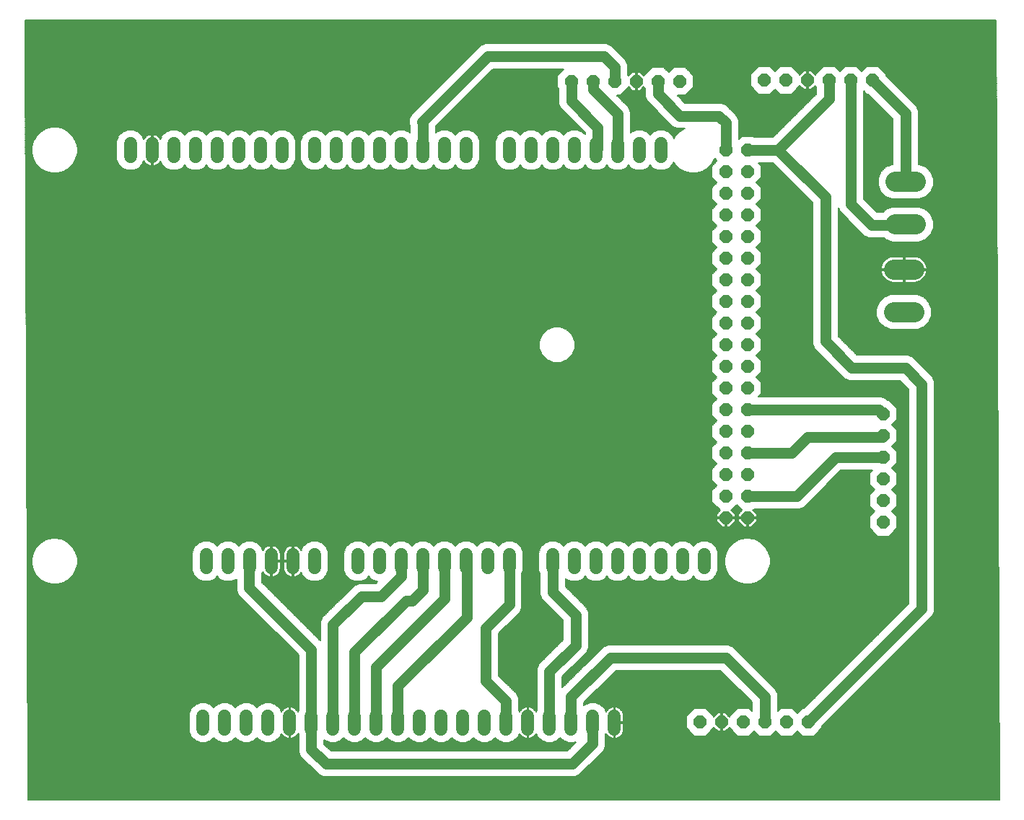
<source format=gtl>
G75*
%MOIN*%
%OFA0B0*%
%FSLAX25Y25*%
%IPPOS*%
%LPD*%
%AMOC8*
5,1,8,0,0,1.08239X$1,22.5*
%
%ADD10OC8,0.06000*%
%ADD11C,0.09370*%
%ADD12C,0.06000*%
%ADD13C,0.00600*%
%ADD14C,0.05000*%
D10*
X0363031Y0041497D03*
X0373031Y0041497D03*
X0383031Y0041497D03*
X0393031Y0041497D03*
X0403031Y0041497D03*
X0413031Y0041497D03*
X0447756Y0133859D03*
X0447756Y0143859D03*
X0447756Y0153859D03*
X0447756Y0163859D03*
X0447756Y0173859D03*
X0447756Y0183859D03*
X0385000Y0185906D03*
X0375000Y0185906D03*
X0375000Y0175906D03*
X0385000Y0175906D03*
X0385000Y0165906D03*
X0375000Y0165906D03*
X0375000Y0155906D03*
X0385000Y0155906D03*
X0385000Y0145906D03*
X0375000Y0145906D03*
X0375000Y0135906D03*
X0385000Y0135906D03*
X0385000Y0195906D03*
X0375000Y0195906D03*
X0375000Y0205906D03*
X0385000Y0205906D03*
X0385000Y0215906D03*
X0375000Y0215906D03*
X0375000Y0225906D03*
X0385000Y0225906D03*
X0385000Y0235906D03*
X0375000Y0235906D03*
X0375000Y0245906D03*
X0385000Y0245906D03*
X0385000Y0255906D03*
X0375000Y0255906D03*
X0375000Y0265906D03*
X0385000Y0265906D03*
X0385000Y0275906D03*
X0375000Y0275906D03*
X0375000Y0285906D03*
X0385000Y0285906D03*
X0385000Y0295906D03*
X0375000Y0295906D03*
X0375000Y0305906D03*
X0385000Y0305906D03*
X0353622Y0337678D03*
X0343622Y0337678D03*
X0333622Y0337678D03*
X0323622Y0337678D03*
X0313622Y0337678D03*
X0303622Y0337678D03*
X0392756Y0338190D03*
X0402756Y0338190D03*
X0412756Y0338190D03*
X0422756Y0338190D03*
X0432756Y0338190D03*
X0442756Y0338190D03*
D11*
X0453425Y0291261D02*
X0462795Y0291261D01*
X0462795Y0271576D02*
X0453425Y0271576D01*
X0452598Y0250709D02*
X0461969Y0250709D01*
X0461969Y0231024D02*
X0452598Y0231024D01*
D12*
X0345000Y0302906D02*
X0345000Y0308906D01*
X0335000Y0308906D02*
X0335000Y0302906D01*
X0325000Y0302906D02*
X0325000Y0308906D01*
X0315000Y0308906D02*
X0315000Y0302906D01*
X0305000Y0302906D02*
X0305000Y0308906D01*
X0295000Y0308906D02*
X0295000Y0302906D01*
X0285000Y0302906D02*
X0285000Y0308906D01*
X0275000Y0308906D02*
X0275000Y0302906D01*
X0255000Y0302906D02*
X0255000Y0308906D01*
X0245000Y0308906D02*
X0245000Y0302906D01*
X0235000Y0302906D02*
X0235000Y0308906D01*
X0225000Y0308906D02*
X0225000Y0302906D01*
X0215000Y0302906D02*
X0215000Y0308906D01*
X0205000Y0308906D02*
X0205000Y0302906D01*
X0195000Y0302906D02*
X0195000Y0308906D01*
X0185000Y0308906D02*
X0185000Y0302906D01*
X0170000Y0302906D02*
X0170000Y0308906D01*
X0160000Y0308906D02*
X0160000Y0302906D01*
X0150000Y0302906D02*
X0150000Y0308906D01*
X0140000Y0308906D02*
X0140000Y0302906D01*
X0130000Y0302906D02*
X0130000Y0308906D01*
X0120000Y0308906D02*
X0120000Y0302906D01*
X0110000Y0302906D02*
X0110000Y0308906D01*
X0100000Y0308906D02*
X0100000Y0302906D01*
X0135000Y0118906D02*
X0135000Y0112906D01*
X0145000Y0112906D02*
X0145000Y0118906D01*
X0155000Y0118906D02*
X0155000Y0112906D01*
X0165000Y0112906D02*
X0165000Y0118906D01*
X0175000Y0118906D02*
X0175000Y0112906D01*
X0185000Y0112906D02*
X0185000Y0118906D01*
X0205000Y0118906D02*
X0205000Y0112906D01*
X0215000Y0112906D02*
X0215000Y0118906D01*
X0225000Y0118906D02*
X0225000Y0112906D01*
X0235000Y0112906D02*
X0235000Y0118906D01*
X0245000Y0118906D02*
X0245000Y0112906D01*
X0255000Y0112906D02*
X0255000Y0118906D01*
X0265000Y0118906D02*
X0265000Y0112906D01*
X0275000Y0112906D02*
X0275000Y0118906D01*
X0295000Y0118906D02*
X0295000Y0112906D01*
X0305000Y0112906D02*
X0305000Y0118906D01*
X0315000Y0118906D02*
X0315000Y0112906D01*
X0325000Y0112906D02*
X0325000Y0118906D01*
X0335000Y0118906D02*
X0335000Y0112906D01*
X0345000Y0112906D02*
X0345000Y0118906D01*
X0355000Y0118906D02*
X0355000Y0112906D01*
X0365000Y0112906D02*
X0365000Y0118906D01*
X0323543Y0044300D02*
X0323543Y0038300D01*
X0313543Y0038300D02*
X0313543Y0044300D01*
X0303543Y0044300D02*
X0303543Y0038300D01*
X0293543Y0038300D02*
X0293543Y0044300D01*
X0283543Y0044300D02*
X0283543Y0038300D01*
X0273543Y0038300D02*
X0273543Y0044300D01*
X0263543Y0044300D02*
X0263543Y0038300D01*
X0253543Y0038300D02*
X0253543Y0044300D01*
X0243543Y0044300D02*
X0243543Y0038300D01*
X0233543Y0038300D02*
X0233543Y0044300D01*
X0223543Y0044300D02*
X0223543Y0038300D01*
X0213543Y0038300D02*
X0213543Y0044300D01*
X0203543Y0044300D02*
X0203543Y0038300D01*
X0193543Y0038300D02*
X0193543Y0044300D01*
X0183543Y0044300D02*
X0183543Y0038300D01*
X0173543Y0038300D02*
X0173543Y0044300D01*
X0163543Y0044300D02*
X0163543Y0038300D01*
X0153543Y0038300D02*
X0153543Y0044300D01*
X0143543Y0044300D02*
X0143543Y0038300D01*
X0133543Y0038300D02*
X0133543Y0044300D01*
D13*
X0052825Y0005600D02*
X0051287Y0365898D01*
X0499773Y0365898D01*
X0501312Y0005600D01*
X0052825Y0005600D01*
X0052823Y0006088D02*
X0501309Y0006088D01*
X0501307Y0006687D02*
X0052820Y0006687D01*
X0052818Y0007285D02*
X0501304Y0007285D01*
X0501302Y0007884D02*
X0052815Y0007884D01*
X0052813Y0008482D02*
X0501299Y0008482D01*
X0501297Y0009081D02*
X0052810Y0009081D01*
X0052808Y0009679D02*
X0501294Y0009679D01*
X0501292Y0010278D02*
X0052805Y0010278D01*
X0052802Y0010876D02*
X0501289Y0010876D01*
X0501286Y0011475D02*
X0052800Y0011475D01*
X0052797Y0012073D02*
X0501284Y0012073D01*
X0501281Y0012672D02*
X0052795Y0012672D01*
X0052792Y0013270D02*
X0501279Y0013270D01*
X0501276Y0013869D02*
X0052790Y0013869D01*
X0052787Y0014467D02*
X0501274Y0014467D01*
X0501271Y0015066D02*
X0052785Y0015066D01*
X0052782Y0015664D02*
X0501269Y0015664D01*
X0501266Y0016263D02*
X0305350Y0016263D01*
X0305239Y0016217D02*
X0307425Y0017122D01*
X0318587Y0028284D01*
X0319493Y0030471D01*
X0319493Y0035810D01*
X0319714Y0036344D01*
X0319866Y0036046D01*
X0320263Y0035499D01*
X0320742Y0035020D01*
X0321290Y0034622D01*
X0321893Y0034315D01*
X0322536Y0034106D01*
X0323205Y0034000D01*
X0323243Y0034000D01*
X0323243Y0041000D01*
X0323843Y0041000D01*
X0323843Y0034000D01*
X0323882Y0034000D01*
X0324550Y0034106D01*
X0325194Y0034315D01*
X0325797Y0034622D01*
X0326345Y0035020D01*
X0326823Y0035499D01*
X0327221Y0036046D01*
X0327528Y0036649D01*
X0327737Y0037293D01*
X0327843Y0037962D01*
X0327843Y0041000D01*
X0323843Y0041000D01*
X0323843Y0041600D01*
X0323243Y0041600D01*
X0323243Y0048600D01*
X0323205Y0048600D01*
X0322536Y0048494D01*
X0321893Y0048285D01*
X0321290Y0047978D01*
X0320742Y0047580D01*
X0320263Y0047101D01*
X0319866Y0046554D01*
X0319714Y0046256D01*
X0319011Y0047953D01*
X0317197Y0049768D01*
X0314826Y0050750D01*
X0312260Y0050750D01*
X0309890Y0049768D01*
X0309493Y0049371D01*
X0309493Y0050686D01*
X0324236Y0065429D01*
X0372457Y0065429D01*
X0387082Y0050804D01*
X0387082Y0046568D01*
X0385703Y0047946D01*
X0380360Y0047946D01*
X0376582Y0044168D01*
X0376582Y0044028D01*
X0374813Y0045797D01*
X0373331Y0045797D01*
X0373331Y0041797D01*
X0372731Y0041797D01*
X0372731Y0045797D01*
X0371250Y0045797D01*
X0369481Y0044028D01*
X0369481Y0044168D01*
X0365703Y0047946D01*
X0360360Y0047946D01*
X0356582Y0044168D01*
X0356582Y0038825D01*
X0360360Y0035047D01*
X0365703Y0035047D01*
X0369481Y0038825D01*
X0369481Y0038966D01*
X0371250Y0037197D01*
X0372731Y0037197D01*
X0372731Y0041197D01*
X0373331Y0041197D01*
X0373331Y0037197D01*
X0374813Y0037197D01*
X0376582Y0038966D01*
X0376582Y0038825D01*
X0380360Y0035047D01*
X0385703Y0035047D01*
X0388031Y0037376D01*
X0390360Y0035047D01*
X0395703Y0035047D01*
X0398031Y0037376D01*
X0400360Y0035047D01*
X0405703Y0035047D01*
X0408031Y0037376D01*
X0410360Y0035047D01*
X0415703Y0035047D01*
X0419481Y0038825D01*
X0419481Y0039532D01*
X0468843Y0088894D01*
X0470516Y0090568D01*
X0471422Y0092754D01*
X0471422Y0198940D01*
X0470516Y0201127D01*
X0463036Y0208607D01*
X0461362Y0210281D01*
X0459176Y0211187D01*
X0435653Y0211187D01*
X0426934Y0219906D01*
X0426934Y0279376D01*
X0427712Y0277497D01*
X0437200Y0268009D01*
X0438874Y0266335D01*
X0441061Y0265429D01*
X0448068Y0265429D01*
X0448817Y0264679D01*
X0451807Y0263441D01*
X0464413Y0263441D01*
X0467403Y0264679D01*
X0469691Y0266968D01*
X0470930Y0269958D01*
X0470930Y0273194D01*
X0469691Y0276183D01*
X0467403Y0278472D01*
X0464413Y0279710D01*
X0451807Y0279710D01*
X0448817Y0278472D01*
X0447674Y0277328D01*
X0444709Y0277328D01*
X0438705Y0283331D01*
X0438705Y0333119D01*
X0440084Y0331740D01*
X0440791Y0331740D01*
X0452161Y0320371D01*
X0452161Y0299395D01*
X0451807Y0299395D01*
X0448817Y0298157D01*
X0446529Y0295869D01*
X0445291Y0292879D01*
X0445291Y0289643D01*
X0446529Y0286653D01*
X0448817Y0284364D01*
X0451807Y0283126D01*
X0464413Y0283126D01*
X0467403Y0284364D01*
X0469691Y0286653D01*
X0470930Y0289643D01*
X0470930Y0292879D01*
X0469691Y0295869D01*
X0467403Y0298157D01*
X0464413Y0299395D01*
X0464060Y0299395D01*
X0464060Y0324019D01*
X0463154Y0326206D01*
X0461480Y0327879D01*
X0449205Y0340154D01*
X0449205Y0340861D01*
X0445427Y0344639D01*
X0440084Y0344639D01*
X0437756Y0342311D01*
X0435427Y0344639D01*
X0430084Y0344639D01*
X0427756Y0342311D01*
X0425427Y0344639D01*
X0420084Y0344639D01*
X0416306Y0340861D01*
X0416306Y0340720D01*
X0414537Y0342490D01*
X0413056Y0342490D01*
X0413056Y0338490D01*
X0412456Y0338490D01*
X0412456Y0342490D01*
X0410975Y0342490D01*
X0409205Y0340720D01*
X0409205Y0340861D01*
X0405427Y0344639D01*
X0400084Y0344639D01*
X0397756Y0342311D01*
X0395427Y0344639D01*
X0390084Y0344639D01*
X0386306Y0340861D01*
X0386306Y0335518D01*
X0390084Y0331740D01*
X0395427Y0331740D01*
X0397756Y0334069D01*
X0400084Y0331740D01*
X0405427Y0331740D01*
X0409205Y0335518D01*
X0409205Y0335659D01*
X0410975Y0333890D01*
X0412456Y0333890D01*
X0412456Y0337890D01*
X0413056Y0337890D01*
X0413056Y0333890D01*
X0414537Y0333890D01*
X0416306Y0335659D01*
X0416306Y0335518D01*
X0416806Y0335018D01*
X0416806Y0331914D01*
X0396748Y0311856D01*
X0388171Y0311856D01*
X0387672Y0312356D01*
X0382328Y0312356D01*
X0380950Y0310977D01*
X0380950Y0319728D01*
X0380044Y0321914D01*
X0378370Y0323588D01*
X0375142Y0326816D01*
X0372955Y0327722D01*
X0356126Y0327722D01*
X0352620Y0331228D01*
X0356294Y0331228D01*
X0360072Y0335006D01*
X0360072Y0340349D01*
X0356294Y0344128D01*
X0350951Y0344128D01*
X0348622Y0341799D01*
X0346294Y0344128D01*
X0340951Y0344128D01*
X0337172Y0340349D01*
X0337172Y0340209D01*
X0335403Y0341978D01*
X0333922Y0341978D01*
X0333922Y0337978D01*
X0333322Y0337978D01*
X0333322Y0341978D01*
X0331841Y0341978D01*
X0330072Y0340209D01*
X0330072Y0340349D01*
X0329572Y0340849D01*
X0329572Y0345515D01*
X0328666Y0347702D01*
X0323666Y0352702D01*
X0321992Y0354375D01*
X0319805Y0355281D01*
X0263895Y0355281D01*
X0261709Y0354375D01*
X0231394Y0324060D01*
X0229720Y0322387D01*
X0228814Y0320200D01*
X0228814Y0317833D01*
X0229050Y0317263D01*
X0229050Y0313977D01*
X0228653Y0314374D01*
X0226283Y0315356D01*
X0223717Y0315356D01*
X0221347Y0314374D01*
X0220000Y0313027D01*
X0218653Y0314374D01*
X0216283Y0315356D01*
X0213717Y0315356D01*
X0211347Y0314374D01*
X0210000Y0313027D01*
X0208653Y0314374D01*
X0206283Y0315356D01*
X0203717Y0315356D01*
X0201347Y0314374D01*
X0200000Y0313027D01*
X0198653Y0314374D01*
X0196283Y0315356D01*
X0193717Y0315356D01*
X0191347Y0314374D01*
X0190000Y0313027D01*
X0188653Y0314374D01*
X0186283Y0315356D01*
X0183717Y0315356D01*
X0181347Y0314374D01*
X0179532Y0312560D01*
X0178550Y0310189D01*
X0178550Y0301623D01*
X0179532Y0299253D01*
X0181347Y0297439D01*
X0183717Y0296457D01*
X0186283Y0296457D01*
X0188653Y0297439D01*
X0190000Y0298785D01*
X0191347Y0297439D01*
X0193717Y0296457D01*
X0196283Y0296457D01*
X0198653Y0297439D01*
X0200000Y0298785D01*
X0201347Y0297439D01*
X0203717Y0296457D01*
X0206283Y0296457D01*
X0208653Y0297439D01*
X0210000Y0298785D01*
X0211347Y0297439D01*
X0213717Y0296457D01*
X0216283Y0296457D01*
X0218653Y0297439D01*
X0220000Y0298785D01*
X0221347Y0297439D01*
X0223717Y0296457D01*
X0226283Y0296457D01*
X0228653Y0297439D01*
X0230000Y0298785D01*
X0231347Y0297439D01*
X0233717Y0296457D01*
X0236283Y0296457D01*
X0238653Y0297439D01*
X0240000Y0298785D01*
X0241347Y0297439D01*
X0243717Y0296457D01*
X0246283Y0296457D01*
X0248653Y0297439D01*
X0250000Y0298785D01*
X0251347Y0297439D01*
X0253717Y0296457D01*
X0256283Y0296457D01*
X0258653Y0297439D01*
X0260468Y0299253D01*
X0261450Y0301623D01*
X0261450Y0310189D01*
X0260468Y0312560D01*
X0258653Y0314374D01*
X0256283Y0315356D01*
X0253717Y0315356D01*
X0251347Y0314374D01*
X0250000Y0313027D01*
X0248653Y0314374D01*
X0246283Y0315356D01*
X0243717Y0315356D01*
X0241347Y0314374D01*
X0240950Y0313977D01*
X0240950Y0316788D01*
X0267543Y0343382D01*
X0300205Y0343382D01*
X0297172Y0340349D01*
X0297172Y0335006D01*
X0297672Y0334506D01*
X0297672Y0327321D01*
X0298578Y0325135D01*
X0309917Y0313796D01*
X0309917Y0313111D01*
X0308653Y0314374D01*
X0306283Y0315356D01*
X0303717Y0315356D01*
X0301347Y0314374D01*
X0300000Y0313027D01*
X0298653Y0314374D01*
X0296283Y0315356D01*
X0293717Y0315356D01*
X0291347Y0314374D01*
X0290000Y0313027D01*
X0288653Y0314374D01*
X0286283Y0315356D01*
X0283717Y0315356D01*
X0281347Y0314374D01*
X0280000Y0313027D01*
X0278653Y0314374D01*
X0276283Y0315356D01*
X0273717Y0315356D01*
X0271347Y0314374D01*
X0269532Y0312560D01*
X0268550Y0310189D01*
X0268550Y0301623D01*
X0269532Y0299253D01*
X0271347Y0297439D01*
X0273717Y0296457D01*
X0276283Y0296457D01*
X0278653Y0297439D01*
X0280000Y0298785D01*
X0281347Y0297439D01*
X0283717Y0296457D01*
X0286283Y0296457D01*
X0288653Y0297439D01*
X0290000Y0298785D01*
X0291347Y0297439D01*
X0293717Y0296457D01*
X0296283Y0296457D01*
X0298653Y0297439D01*
X0300000Y0298785D01*
X0301347Y0297439D01*
X0303717Y0296457D01*
X0306283Y0296457D01*
X0308653Y0297439D01*
X0310000Y0298785D01*
X0311347Y0297439D01*
X0313717Y0296457D01*
X0316283Y0296457D01*
X0318653Y0297439D01*
X0320000Y0298785D01*
X0321347Y0297439D01*
X0323717Y0296457D01*
X0326283Y0296457D01*
X0328653Y0297439D01*
X0330000Y0298785D01*
X0331347Y0297439D01*
X0333717Y0296457D01*
X0336283Y0296457D01*
X0338653Y0297439D01*
X0340000Y0298785D01*
X0341347Y0297439D01*
X0343717Y0296457D01*
X0346283Y0296457D01*
X0348653Y0297439D01*
X0350468Y0299253D01*
X0350942Y0300397D01*
X0351519Y0299398D01*
X0353492Y0297425D01*
X0355909Y0296029D01*
X0358605Y0295307D01*
X0361395Y0295307D01*
X0364091Y0296029D01*
X0366508Y0297425D01*
X0368481Y0299398D01*
X0369877Y0301815D01*
X0369897Y0301889D01*
X0370879Y0300906D01*
X0368550Y0298578D01*
X0368550Y0293235D01*
X0370879Y0290906D01*
X0368550Y0288578D01*
X0368550Y0283235D01*
X0370879Y0280906D01*
X0368550Y0278578D01*
X0368550Y0273235D01*
X0370879Y0270906D01*
X0368550Y0268578D01*
X0368550Y0263235D01*
X0370879Y0260906D01*
X0368550Y0258578D01*
X0368550Y0253235D01*
X0370879Y0250906D01*
X0368550Y0248578D01*
X0368550Y0243235D01*
X0370879Y0240906D01*
X0368550Y0238578D01*
X0368550Y0233235D01*
X0370879Y0230906D01*
X0368550Y0228578D01*
X0368550Y0223235D01*
X0370879Y0220906D01*
X0368550Y0218578D01*
X0368550Y0213235D01*
X0370879Y0210906D01*
X0368550Y0208578D01*
X0368550Y0203235D01*
X0370879Y0200906D01*
X0368550Y0198578D01*
X0368550Y0193235D01*
X0370879Y0190906D01*
X0368550Y0188578D01*
X0368550Y0183235D01*
X0370879Y0180906D01*
X0368550Y0178578D01*
X0368550Y0173235D01*
X0370879Y0170906D01*
X0368550Y0168578D01*
X0368550Y0163235D01*
X0370879Y0160906D01*
X0368550Y0158578D01*
X0368550Y0153235D01*
X0370879Y0150906D01*
X0368550Y0148578D01*
X0368550Y0143235D01*
X0372328Y0139457D01*
X0372469Y0139457D01*
X0370700Y0137687D01*
X0370700Y0136206D01*
X0374700Y0136206D01*
X0374700Y0135606D01*
X0375300Y0135606D01*
X0375300Y0131606D01*
X0376781Y0131606D01*
X0379300Y0134125D01*
X0379300Y0135606D01*
X0375300Y0135606D01*
X0375300Y0136206D01*
X0379300Y0136206D01*
X0379300Y0137687D01*
X0377531Y0139457D01*
X0377672Y0139457D01*
X0380000Y0141785D01*
X0382328Y0139457D01*
X0382469Y0139457D01*
X0380700Y0137687D01*
X0380700Y0136206D01*
X0384700Y0136206D01*
X0384700Y0135606D01*
X0385300Y0135606D01*
X0385300Y0131606D01*
X0386781Y0131606D01*
X0389300Y0134125D01*
X0389300Y0135606D01*
X0385300Y0135606D01*
X0385300Y0136206D01*
X0389300Y0136206D01*
X0389300Y0137687D01*
X0387531Y0139457D01*
X0387672Y0139457D01*
X0388053Y0139839D01*
X0408782Y0139839D01*
X0410969Y0140744D01*
X0412642Y0142418D01*
X0428134Y0157909D01*
X0442685Y0157909D01*
X0441306Y0156531D01*
X0441306Y0151188D01*
X0443635Y0148859D01*
X0441306Y0146531D01*
X0441306Y0141188D01*
X0443635Y0138859D01*
X0441306Y0136531D01*
X0441306Y0131188D01*
X0445084Y0127409D01*
X0450427Y0127409D01*
X0454205Y0131188D01*
X0454205Y0136531D01*
X0451877Y0138859D01*
X0454205Y0141188D01*
X0454205Y0146531D01*
X0451877Y0148859D01*
X0454205Y0151188D01*
X0454205Y0156531D01*
X0451877Y0158859D01*
X0454205Y0161188D01*
X0454205Y0166531D01*
X0451877Y0168859D01*
X0454205Y0171188D01*
X0454205Y0176531D01*
X0451877Y0178859D01*
X0454205Y0181188D01*
X0454205Y0186531D01*
X0450427Y0190309D01*
X0449720Y0190309D01*
X0449079Y0190950D01*
X0446892Y0191856D01*
X0390071Y0191856D01*
X0391450Y0193235D01*
X0391450Y0198578D01*
X0389121Y0200906D01*
X0391450Y0203235D01*
X0391450Y0208578D01*
X0389121Y0210906D01*
X0391450Y0213235D01*
X0391450Y0218578D01*
X0389121Y0220906D01*
X0391450Y0223235D01*
X0391450Y0228578D01*
X0389121Y0230906D01*
X0391450Y0233235D01*
X0391450Y0238578D01*
X0389121Y0240906D01*
X0391450Y0243235D01*
X0391450Y0248578D01*
X0389121Y0250906D01*
X0391450Y0253235D01*
X0391450Y0258578D01*
X0389121Y0260906D01*
X0391450Y0263235D01*
X0391450Y0268578D01*
X0389121Y0270906D01*
X0391450Y0273235D01*
X0391450Y0278578D01*
X0389121Y0280906D01*
X0391450Y0283235D01*
X0391450Y0288578D01*
X0389121Y0290906D01*
X0391450Y0293235D01*
X0391450Y0298578D01*
X0390071Y0299957D01*
X0396748Y0299957D01*
X0415035Y0281670D01*
X0415035Y0216258D01*
X0415940Y0214072D01*
X0417614Y0212398D01*
X0428145Y0201867D01*
X0429819Y0200193D01*
X0432006Y0199287D01*
X0455528Y0199287D01*
X0459523Y0195292D01*
X0459523Y0096402D01*
X0411067Y0047946D01*
X0410360Y0047946D01*
X0408031Y0045618D01*
X0405703Y0047946D01*
X0400360Y0047946D01*
X0398981Y0046568D01*
X0398981Y0054452D01*
X0398075Y0056639D01*
X0396402Y0058312D01*
X0378291Y0076423D01*
X0376105Y0077328D01*
X0320588Y0077328D01*
X0318401Y0076423D01*
X0316728Y0074749D01*
X0299493Y0057514D01*
X0299493Y0062458D01*
X0310674Y0073638D01*
X0311580Y0075825D01*
X0311580Y0092287D01*
X0310674Y0094473D01*
X0309000Y0096147D01*
X0300950Y0104197D01*
X0300950Y0107836D01*
X0301347Y0107439D01*
X0303717Y0106457D01*
X0306283Y0106457D01*
X0308653Y0107439D01*
X0310000Y0108785D01*
X0311347Y0107439D01*
X0313717Y0106457D01*
X0316283Y0106457D01*
X0318653Y0107439D01*
X0320000Y0108785D01*
X0321347Y0107439D01*
X0323717Y0106457D01*
X0326283Y0106457D01*
X0328653Y0107439D01*
X0330000Y0108785D01*
X0331347Y0107439D01*
X0333717Y0106457D01*
X0336283Y0106457D01*
X0338653Y0107439D01*
X0340000Y0108785D01*
X0341347Y0107439D01*
X0343717Y0106457D01*
X0346283Y0106457D01*
X0348653Y0107439D01*
X0350000Y0108785D01*
X0351347Y0107439D01*
X0353717Y0106457D01*
X0356283Y0106457D01*
X0358653Y0107439D01*
X0360000Y0108785D01*
X0361347Y0107439D01*
X0363717Y0106457D01*
X0366283Y0106457D01*
X0368653Y0107439D01*
X0370468Y0109253D01*
X0371450Y0111623D01*
X0371450Y0120189D01*
X0370468Y0122560D01*
X0368653Y0124374D01*
X0366283Y0125356D01*
X0363717Y0125356D01*
X0361347Y0124374D01*
X0360000Y0123027D01*
X0358653Y0124374D01*
X0356283Y0125356D01*
X0353717Y0125356D01*
X0351347Y0124374D01*
X0350000Y0123027D01*
X0348653Y0124374D01*
X0346283Y0125356D01*
X0343717Y0125356D01*
X0341347Y0124374D01*
X0340000Y0123027D01*
X0338653Y0124374D01*
X0336283Y0125356D01*
X0333717Y0125356D01*
X0331347Y0124374D01*
X0330000Y0123027D01*
X0328653Y0124374D01*
X0326283Y0125356D01*
X0323717Y0125356D01*
X0321347Y0124374D01*
X0320000Y0123027D01*
X0318653Y0124374D01*
X0316283Y0125356D01*
X0313717Y0125356D01*
X0311347Y0124374D01*
X0310000Y0123027D01*
X0308653Y0124374D01*
X0306283Y0125356D01*
X0303717Y0125356D01*
X0301347Y0124374D01*
X0300000Y0123027D01*
X0298653Y0124374D01*
X0296283Y0125356D01*
X0293717Y0125356D01*
X0291347Y0124374D01*
X0289532Y0122560D01*
X0288550Y0120189D01*
X0288550Y0111623D01*
X0289050Y0110416D01*
X0289050Y0100550D01*
X0289956Y0098363D01*
X0291630Y0096689D01*
X0299680Y0088639D01*
X0299680Y0079473D01*
X0290173Y0069966D01*
X0288499Y0068292D01*
X0287594Y0066105D01*
X0287594Y0046790D01*
X0287373Y0046256D01*
X0287221Y0046554D01*
X0286823Y0047101D01*
X0286345Y0047580D01*
X0285797Y0047978D01*
X0285194Y0048285D01*
X0284550Y0048494D01*
X0283882Y0048600D01*
X0283843Y0048600D01*
X0283843Y0041600D01*
X0283243Y0041600D01*
X0283243Y0048600D01*
X0283205Y0048600D01*
X0282536Y0048494D01*
X0281893Y0048285D01*
X0281290Y0047978D01*
X0280742Y0047580D01*
X0280263Y0047101D01*
X0279866Y0046554D01*
X0279714Y0046256D01*
X0279493Y0046790D01*
X0279493Y0052326D01*
X0278587Y0054513D01*
X0270044Y0063056D01*
X0270044Y0082497D01*
X0278291Y0090744D01*
X0279965Y0092418D01*
X0280871Y0094605D01*
X0280871Y0110226D01*
X0281450Y0111623D01*
X0281450Y0120189D01*
X0280468Y0122560D01*
X0278653Y0124374D01*
X0276283Y0125356D01*
X0273717Y0125356D01*
X0271347Y0124374D01*
X0270000Y0123027D01*
X0268653Y0124374D01*
X0266283Y0125356D01*
X0263717Y0125356D01*
X0261347Y0124374D01*
X0260000Y0123027D01*
X0258653Y0124374D01*
X0256283Y0125356D01*
X0253717Y0125356D01*
X0251347Y0124374D01*
X0250000Y0123027D01*
X0248653Y0124374D01*
X0246283Y0125356D01*
X0243717Y0125356D01*
X0241347Y0124374D01*
X0240000Y0123027D01*
X0238653Y0124374D01*
X0236283Y0125356D01*
X0233717Y0125356D01*
X0231347Y0124374D01*
X0230000Y0123027D01*
X0228653Y0124374D01*
X0226283Y0125356D01*
X0223717Y0125356D01*
X0221347Y0124374D01*
X0220000Y0123027D01*
X0218653Y0124374D01*
X0216283Y0125356D01*
X0213717Y0125356D01*
X0211347Y0124374D01*
X0210000Y0123027D01*
X0208653Y0124374D01*
X0206283Y0125356D01*
X0203717Y0125356D01*
X0201347Y0124374D01*
X0199532Y0122560D01*
X0198550Y0120189D01*
X0198550Y0111623D01*
X0199532Y0109253D01*
X0201347Y0107439D01*
X0203717Y0106457D01*
X0206283Y0106457D01*
X0208653Y0107439D01*
X0210000Y0108785D01*
X0211347Y0107439D01*
X0213717Y0106457D01*
X0214184Y0106457D01*
X0213402Y0105675D01*
X0205628Y0105675D01*
X0203441Y0104769D01*
X0188499Y0089828D01*
X0187594Y0087641D01*
X0187594Y0079325D01*
X0160792Y0106127D01*
X0160792Y0110036D01*
X0161171Y0110950D01*
X0161322Y0110653D01*
X0161720Y0110105D01*
X0162199Y0109626D01*
X0162746Y0109229D01*
X0163349Y0108921D01*
X0163993Y0108712D01*
X0164662Y0108606D01*
X0164700Y0108606D01*
X0164700Y0115606D01*
X0165300Y0115606D01*
X0165300Y0108606D01*
X0165338Y0108606D01*
X0166007Y0108712D01*
X0166651Y0108921D01*
X0167254Y0109229D01*
X0167801Y0109626D01*
X0168280Y0110105D01*
X0168678Y0110653D01*
X0168985Y0111256D01*
X0169194Y0111899D01*
X0169300Y0112568D01*
X0169300Y0115606D01*
X0165300Y0115606D01*
X0165300Y0116206D01*
X0169300Y0116206D01*
X0169300Y0119245D01*
X0169194Y0119913D01*
X0168985Y0120557D01*
X0168678Y0121160D01*
X0168280Y0121708D01*
X0167801Y0122186D01*
X0167254Y0122584D01*
X0166651Y0122891D01*
X0166007Y0123100D01*
X0165338Y0123206D01*
X0165300Y0123206D01*
X0165300Y0116206D01*
X0164700Y0116206D01*
X0164700Y0123206D01*
X0164662Y0123206D01*
X0163993Y0123100D01*
X0163349Y0122891D01*
X0162746Y0122584D01*
X0162199Y0122186D01*
X0161720Y0121708D01*
X0161322Y0121160D01*
X0161171Y0120862D01*
X0160468Y0122560D01*
X0158653Y0124374D01*
X0156283Y0125356D01*
X0153717Y0125356D01*
X0151347Y0124374D01*
X0150000Y0123027D01*
X0148653Y0124374D01*
X0146283Y0125356D01*
X0143717Y0125356D01*
X0141347Y0124374D01*
X0140000Y0123027D01*
X0138653Y0124374D01*
X0136283Y0125356D01*
X0133717Y0125356D01*
X0131347Y0124374D01*
X0129532Y0122560D01*
X0128550Y0120189D01*
X0128550Y0111623D01*
X0129532Y0109253D01*
X0131347Y0107439D01*
X0133717Y0106457D01*
X0136283Y0106457D01*
X0138653Y0107439D01*
X0140000Y0108785D01*
X0141347Y0107439D01*
X0143717Y0106457D01*
X0146283Y0106457D01*
X0148653Y0107439D01*
X0148893Y0107678D01*
X0148893Y0102479D01*
X0149799Y0100292D01*
X0151472Y0098618D01*
X0177594Y0072497D01*
X0177594Y0046790D01*
X0177373Y0046256D01*
X0177221Y0046554D01*
X0176823Y0047101D01*
X0176345Y0047580D01*
X0175797Y0047978D01*
X0175194Y0048285D01*
X0174550Y0048494D01*
X0173882Y0048600D01*
X0173843Y0048600D01*
X0173843Y0041600D01*
X0173243Y0041600D01*
X0173243Y0048600D01*
X0173205Y0048600D01*
X0172536Y0048494D01*
X0171893Y0048285D01*
X0171290Y0047978D01*
X0170742Y0047580D01*
X0170263Y0047101D01*
X0169866Y0046554D01*
X0169714Y0046256D01*
X0169011Y0047953D01*
X0167197Y0049768D01*
X0164826Y0050750D01*
X0162260Y0050750D01*
X0159890Y0049768D01*
X0158543Y0048421D01*
X0157197Y0049768D01*
X0154826Y0050750D01*
X0152260Y0050750D01*
X0149890Y0049768D01*
X0148543Y0048421D01*
X0147197Y0049768D01*
X0144826Y0050750D01*
X0142260Y0050750D01*
X0139890Y0049768D01*
X0138543Y0048421D01*
X0137197Y0049768D01*
X0134826Y0050750D01*
X0132260Y0050750D01*
X0129890Y0049768D01*
X0128076Y0047953D01*
X0127094Y0045583D01*
X0127094Y0037017D01*
X0128076Y0034647D01*
X0129890Y0032832D01*
X0132260Y0031850D01*
X0134826Y0031850D01*
X0137197Y0032832D01*
X0138543Y0034179D01*
X0139890Y0032832D01*
X0142260Y0031850D01*
X0144826Y0031850D01*
X0147197Y0032832D01*
X0148543Y0034179D01*
X0149890Y0032832D01*
X0152260Y0031850D01*
X0154826Y0031850D01*
X0157197Y0032832D01*
X0158543Y0034179D01*
X0159890Y0032832D01*
X0162260Y0031850D01*
X0164826Y0031850D01*
X0167197Y0032832D01*
X0169011Y0034647D01*
X0169714Y0036344D01*
X0169866Y0036046D01*
X0170263Y0035499D01*
X0170742Y0035020D01*
X0171290Y0034622D01*
X0171893Y0034315D01*
X0172536Y0034106D01*
X0173205Y0034000D01*
X0173243Y0034000D01*
X0173243Y0041000D01*
X0173843Y0041000D01*
X0173843Y0034000D01*
X0173882Y0034000D01*
X0174550Y0034106D01*
X0175194Y0034315D01*
X0175797Y0034622D01*
X0176345Y0035020D01*
X0176823Y0035499D01*
X0177221Y0036046D01*
X0177373Y0036344D01*
X0177594Y0035810D01*
X0177594Y0027715D01*
X0178499Y0025528D01*
X0185232Y0018796D01*
X0186905Y0017122D01*
X0189092Y0016217D01*
X0305239Y0016217D01*
X0306795Y0016861D02*
X0501263Y0016861D01*
X0501261Y0017460D02*
X0307763Y0017460D01*
X0308361Y0018058D02*
X0501258Y0018058D01*
X0501256Y0018657D02*
X0308960Y0018657D01*
X0309558Y0019255D02*
X0501253Y0019255D01*
X0501251Y0019854D02*
X0310157Y0019854D01*
X0310755Y0020452D02*
X0501248Y0020452D01*
X0501246Y0021051D02*
X0311354Y0021051D01*
X0311952Y0021649D02*
X0501243Y0021649D01*
X0501240Y0022248D02*
X0312551Y0022248D01*
X0313149Y0022846D02*
X0501238Y0022846D01*
X0501235Y0023445D02*
X0313748Y0023445D01*
X0314346Y0024043D02*
X0501233Y0024043D01*
X0501230Y0024642D02*
X0314945Y0024642D01*
X0315543Y0025240D02*
X0501228Y0025240D01*
X0501225Y0025839D02*
X0316142Y0025839D01*
X0316740Y0026437D02*
X0501223Y0026437D01*
X0501220Y0027036D02*
X0317339Y0027036D01*
X0317937Y0027634D02*
X0501217Y0027634D01*
X0501215Y0028233D02*
X0318536Y0028233D01*
X0318814Y0028832D02*
X0501212Y0028832D01*
X0501210Y0029430D02*
X0319062Y0029430D01*
X0319310Y0030029D02*
X0501207Y0030029D01*
X0501205Y0030627D02*
X0319493Y0030627D01*
X0319493Y0031226D02*
X0501202Y0031226D01*
X0501200Y0031824D02*
X0319493Y0031824D01*
X0319493Y0032423D02*
X0501197Y0032423D01*
X0501194Y0033021D02*
X0319493Y0033021D01*
X0319493Y0033620D02*
X0501192Y0033620D01*
X0501189Y0034218D02*
X0324896Y0034218D01*
X0323843Y0034218D02*
X0323243Y0034218D01*
X0323243Y0034817D02*
X0323843Y0034817D01*
X0323843Y0035415D02*
X0323243Y0035415D01*
X0323243Y0036014D02*
X0323843Y0036014D01*
X0323843Y0036612D02*
X0323243Y0036612D01*
X0323243Y0037211D02*
X0323843Y0037211D01*
X0323843Y0037809D02*
X0323243Y0037809D01*
X0323243Y0038408D02*
X0323843Y0038408D01*
X0323843Y0039006D02*
X0323243Y0039006D01*
X0323243Y0039605D02*
X0323843Y0039605D01*
X0323843Y0040203D02*
X0323243Y0040203D01*
X0323243Y0040802D02*
X0323843Y0040802D01*
X0323843Y0041400D02*
X0356582Y0041400D01*
X0356582Y0040802D02*
X0327843Y0040802D01*
X0327843Y0040203D02*
X0356582Y0040203D01*
X0356582Y0039605D02*
X0327843Y0039605D01*
X0327843Y0039006D02*
X0356582Y0039006D01*
X0357000Y0038408D02*
X0327843Y0038408D01*
X0327819Y0037809D02*
X0357598Y0037809D01*
X0358197Y0037211D02*
X0327711Y0037211D01*
X0327509Y0036612D02*
X0358795Y0036612D01*
X0359394Y0036014D02*
X0327197Y0036014D01*
X0326740Y0035415D02*
X0359992Y0035415D01*
X0366071Y0035415D02*
X0379992Y0035415D01*
X0379394Y0036014D02*
X0366669Y0036014D01*
X0367268Y0036612D02*
X0378795Y0036612D01*
X0378197Y0037211D02*
X0374826Y0037211D01*
X0375425Y0037809D02*
X0377598Y0037809D01*
X0377000Y0038408D02*
X0376023Y0038408D01*
X0373331Y0038408D02*
X0372731Y0038408D01*
X0372731Y0039006D02*
X0373331Y0039006D01*
X0373331Y0039605D02*
X0372731Y0039605D01*
X0372731Y0040203D02*
X0373331Y0040203D01*
X0373331Y0040802D02*
X0372731Y0040802D01*
X0372731Y0041999D02*
X0373331Y0041999D01*
X0373331Y0042597D02*
X0372731Y0042597D01*
X0372731Y0043196D02*
X0373331Y0043196D01*
X0373331Y0043794D02*
X0372731Y0043794D01*
X0372731Y0044393D02*
X0373331Y0044393D01*
X0373331Y0044991D02*
X0372731Y0044991D01*
X0372731Y0045590D02*
X0373331Y0045590D01*
X0375020Y0045590D02*
X0378003Y0045590D01*
X0377405Y0044991D02*
X0375618Y0044991D01*
X0376217Y0044393D02*
X0376806Y0044393D01*
X0378602Y0046188D02*
X0367461Y0046188D01*
X0368060Y0045590D02*
X0371043Y0045590D01*
X0370445Y0044991D02*
X0368658Y0044991D01*
X0369257Y0044393D02*
X0369846Y0044393D01*
X0366863Y0046787D02*
X0379200Y0046787D01*
X0379799Y0047385D02*
X0366264Y0047385D01*
X0359799Y0047385D02*
X0326539Y0047385D01*
X0326345Y0047580D02*
X0325797Y0047978D01*
X0325194Y0048285D01*
X0324550Y0048494D01*
X0323882Y0048600D01*
X0323843Y0048600D01*
X0323843Y0041600D01*
X0327843Y0041600D01*
X0327843Y0044638D01*
X0327737Y0045307D01*
X0327528Y0045951D01*
X0327221Y0046554D01*
X0326823Y0047101D01*
X0326345Y0047580D01*
X0325785Y0047984D02*
X0387082Y0047984D01*
X0387082Y0048582D02*
X0323993Y0048582D01*
X0323843Y0048582D02*
X0323243Y0048582D01*
X0323094Y0048582D02*
X0318382Y0048582D01*
X0318981Y0047984D02*
X0321302Y0047984D01*
X0320548Y0047385D02*
X0319246Y0047385D01*
X0319494Y0046787D02*
X0320035Y0046787D01*
X0323243Y0046787D02*
X0323843Y0046787D01*
X0323843Y0047385D02*
X0323243Y0047385D01*
X0323243Y0047984D02*
X0323843Y0047984D01*
X0323843Y0046188D02*
X0323243Y0046188D01*
X0323243Y0045590D02*
X0323843Y0045590D01*
X0323843Y0044991D02*
X0323243Y0044991D01*
X0323243Y0044393D02*
X0323843Y0044393D01*
X0323843Y0043794D02*
X0323243Y0043794D01*
X0323243Y0043196D02*
X0323843Y0043196D01*
X0323843Y0042597D02*
X0323243Y0042597D01*
X0323243Y0041999D02*
X0323843Y0041999D01*
X0327843Y0041999D02*
X0356582Y0041999D01*
X0356582Y0042597D02*
X0327843Y0042597D01*
X0327843Y0043196D02*
X0356582Y0043196D01*
X0356582Y0043794D02*
X0327843Y0043794D01*
X0327843Y0044393D02*
X0356806Y0044393D01*
X0357405Y0044991D02*
X0327787Y0044991D01*
X0327645Y0045590D02*
X0358003Y0045590D01*
X0358602Y0046188D02*
X0327407Y0046188D01*
X0327052Y0046787D02*
X0359200Y0046787D01*
X0368465Y0037809D02*
X0370638Y0037809D01*
X0371237Y0037211D02*
X0367866Y0037211D01*
X0369063Y0038408D02*
X0370040Y0038408D01*
X0372731Y0037809D02*
X0373331Y0037809D01*
X0373331Y0037211D02*
X0372731Y0037211D01*
X0386071Y0035415D02*
X0389992Y0035415D01*
X0389394Y0036014D02*
X0386669Y0036014D01*
X0387268Y0036612D02*
X0388795Y0036612D01*
X0388197Y0037211D02*
X0387866Y0037211D01*
X0396071Y0035415D02*
X0399992Y0035415D01*
X0399394Y0036014D02*
X0396669Y0036014D01*
X0397268Y0036612D02*
X0398795Y0036612D01*
X0398197Y0037211D02*
X0397866Y0037211D01*
X0406071Y0035415D02*
X0409992Y0035415D01*
X0409394Y0036014D02*
X0406669Y0036014D01*
X0407268Y0036612D02*
X0408795Y0036612D01*
X0408197Y0037211D02*
X0407866Y0037211D01*
X0416071Y0035415D02*
X0501184Y0035415D01*
X0501187Y0034817D02*
X0326064Y0034817D01*
X0322191Y0034218D02*
X0319493Y0034218D01*
X0319493Y0034817D02*
X0321022Y0034817D01*
X0320347Y0035415D02*
X0319493Y0035415D01*
X0319577Y0036014D02*
X0319889Y0036014D01*
X0317784Y0049181D02*
X0387082Y0049181D01*
X0387082Y0049779D02*
X0317168Y0049779D01*
X0315723Y0050378D02*
X0387082Y0050378D01*
X0386910Y0050976D02*
X0309783Y0050976D01*
X0309493Y0050378D02*
X0311363Y0050378D01*
X0310382Y0051575D02*
X0386311Y0051575D01*
X0385713Y0052173D02*
X0310980Y0052173D01*
X0311579Y0052772D02*
X0385114Y0052772D01*
X0384515Y0053370D02*
X0312177Y0053370D01*
X0312776Y0053969D02*
X0383917Y0053969D01*
X0383318Y0054568D02*
X0313374Y0054568D01*
X0313973Y0055166D02*
X0382720Y0055166D01*
X0382121Y0055765D02*
X0314571Y0055765D01*
X0315170Y0056363D02*
X0381523Y0056363D01*
X0380924Y0056962D02*
X0315768Y0056962D01*
X0316367Y0057560D02*
X0380326Y0057560D01*
X0379727Y0058159D02*
X0316966Y0058159D01*
X0317564Y0058757D02*
X0379129Y0058757D01*
X0378530Y0059356D02*
X0318163Y0059356D01*
X0318761Y0059954D02*
X0377932Y0059954D01*
X0377333Y0060553D02*
X0319360Y0060553D01*
X0319958Y0061151D02*
X0376735Y0061151D01*
X0376136Y0061750D02*
X0320557Y0061750D01*
X0321155Y0062348D02*
X0375538Y0062348D01*
X0374939Y0062947D02*
X0321754Y0062947D01*
X0322352Y0063545D02*
X0374341Y0063545D01*
X0373742Y0064144D02*
X0322951Y0064144D01*
X0323549Y0064742D02*
X0373144Y0064742D01*
X0372545Y0065341D02*
X0324148Y0065341D01*
X0315699Y0073720D02*
X0310707Y0073720D01*
X0310955Y0074318D02*
X0316297Y0074318D01*
X0316896Y0074917D02*
X0311203Y0074917D01*
X0311451Y0075515D02*
X0317494Y0075515D01*
X0318093Y0076114D02*
X0311580Y0076114D01*
X0311580Y0076712D02*
X0319101Y0076712D01*
X0320546Y0077311D02*
X0311580Y0077311D01*
X0311580Y0077909D02*
X0441030Y0077909D01*
X0440432Y0077311D02*
X0376147Y0077311D01*
X0377592Y0076712D02*
X0439833Y0076712D01*
X0439235Y0076114D02*
X0378600Y0076114D01*
X0379199Y0075515D02*
X0438636Y0075515D01*
X0438038Y0074917D02*
X0379797Y0074917D01*
X0380396Y0074318D02*
X0437439Y0074318D01*
X0436841Y0073720D02*
X0380994Y0073720D01*
X0381593Y0073121D02*
X0436242Y0073121D01*
X0435643Y0072523D02*
X0382191Y0072523D01*
X0382790Y0071924D02*
X0435045Y0071924D01*
X0434446Y0071326D02*
X0383388Y0071326D01*
X0383987Y0070727D02*
X0433848Y0070727D01*
X0433249Y0070129D02*
X0384585Y0070129D01*
X0385184Y0069530D02*
X0432651Y0069530D01*
X0432052Y0068932D02*
X0385782Y0068932D01*
X0386381Y0068333D02*
X0431454Y0068333D01*
X0430855Y0067735D02*
X0386979Y0067735D01*
X0387578Y0067136D02*
X0430257Y0067136D01*
X0429658Y0066538D02*
X0388176Y0066538D01*
X0388775Y0065939D02*
X0429060Y0065939D01*
X0428461Y0065341D02*
X0389373Y0065341D01*
X0389972Y0064742D02*
X0427863Y0064742D01*
X0427264Y0064144D02*
X0390570Y0064144D01*
X0391169Y0063545D02*
X0426666Y0063545D01*
X0426067Y0062947D02*
X0391767Y0062947D01*
X0392366Y0062348D02*
X0425469Y0062348D01*
X0424870Y0061750D02*
X0392964Y0061750D01*
X0393563Y0061151D02*
X0424272Y0061151D01*
X0423673Y0060553D02*
X0394161Y0060553D01*
X0394760Y0059954D02*
X0423075Y0059954D01*
X0422476Y0059356D02*
X0395358Y0059356D01*
X0395957Y0058757D02*
X0421878Y0058757D01*
X0421279Y0058159D02*
X0396555Y0058159D01*
X0397154Y0057560D02*
X0420681Y0057560D01*
X0420082Y0056962D02*
X0397752Y0056962D01*
X0398190Y0056363D02*
X0419484Y0056363D01*
X0418885Y0055765D02*
X0398437Y0055765D01*
X0398685Y0055166D02*
X0418287Y0055166D01*
X0417688Y0054568D02*
X0398933Y0054568D01*
X0398981Y0053969D02*
X0417090Y0053969D01*
X0416491Y0053370D02*
X0398981Y0053370D01*
X0398981Y0052772D02*
X0415893Y0052772D01*
X0415294Y0052173D02*
X0398981Y0052173D01*
X0398981Y0051575D02*
X0414696Y0051575D01*
X0414097Y0050976D02*
X0398981Y0050976D01*
X0398981Y0050378D02*
X0413499Y0050378D01*
X0412900Y0049779D02*
X0398981Y0049779D01*
X0398981Y0049181D02*
X0412302Y0049181D01*
X0411703Y0048582D02*
X0398981Y0048582D01*
X0398981Y0047984D02*
X0411105Y0047984D01*
X0409799Y0047385D02*
X0406264Y0047385D01*
X0406863Y0046787D02*
X0409200Y0046787D01*
X0408602Y0046188D02*
X0407461Y0046188D01*
X0399799Y0047385D02*
X0398981Y0047385D01*
X0398981Y0046787D02*
X0399200Y0046787D01*
X0387082Y0046787D02*
X0386863Y0046787D01*
X0387082Y0047385D02*
X0386264Y0047385D01*
X0416669Y0036014D02*
X0501182Y0036014D01*
X0501179Y0036612D02*
X0417268Y0036612D01*
X0417866Y0037211D02*
X0501177Y0037211D01*
X0501174Y0037809D02*
X0418465Y0037809D01*
X0419063Y0038408D02*
X0501171Y0038408D01*
X0501169Y0039006D02*
X0419481Y0039006D01*
X0419553Y0039605D02*
X0501166Y0039605D01*
X0501164Y0040203D02*
X0420152Y0040203D01*
X0420750Y0040802D02*
X0501161Y0040802D01*
X0501159Y0041400D02*
X0421349Y0041400D01*
X0421947Y0041999D02*
X0501156Y0041999D01*
X0501154Y0042597D02*
X0422546Y0042597D01*
X0423144Y0043196D02*
X0501151Y0043196D01*
X0501148Y0043794D02*
X0423743Y0043794D01*
X0424341Y0044393D02*
X0501146Y0044393D01*
X0501143Y0044991D02*
X0424940Y0044991D01*
X0425538Y0045590D02*
X0501141Y0045590D01*
X0501138Y0046188D02*
X0426137Y0046188D01*
X0426736Y0046787D02*
X0501136Y0046787D01*
X0501133Y0047385D02*
X0427334Y0047385D01*
X0427933Y0047984D02*
X0501131Y0047984D01*
X0501128Y0048582D02*
X0428531Y0048582D01*
X0429130Y0049181D02*
X0501125Y0049181D01*
X0501123Y0049779D02*
X0429728Y0049779D01*
X0430327Y0050378D02*
X0501120Y0050378D01*
X0501118Y0050976D02*
X0430925Y0050976D01*
X0431524Y0051575D02*
X0501115Y0051575D01*
X0501113Y0052173D02*
X0432122Y0052173D01*
X0432721Y0052772D02*
X0501110Y0052772D01*
X0501108Y0053370D02*
X0433319Y0053370D01*
X0433918Y0053969D02*
X0501105Y0053969D01*
X0501102Y0054568D02*
X0434516Y0054568D01*
X0435115Y0055166D02*
X0501100Y0055166D01*
X0501097Y0055765D02*
X0435713Y0055765D01*
X0436312Y0056363D02*
X0501095Y0056363D01*
X0501092Y0056962D02*
X0436910Y0056962D01*
X0437509Y0057560D02*
X0501090Y0057560D01*
X0501087Y0058159D02*
X0438107Y0058159D01*
X0438706Y0058757D02*
X0501085Y0058757D01*
X0501082Y0059356D02*
X0439304Y0059356D01*
X0439903Y0059954D02*
X0501079Y0059954D01*
X0501077Y0060553D02*
X0440501Y0060553D01*
X0441100Y0061151D02*
X0501074Y0061151D01*
X0501072Y0061750D02*
X0441698Y0061750D01*
X0442297Y0062348D02*
X0501069Y0062348D01*
X0501067Y0062947D02*
X0442895Y0062947D01*
X0443494Y0063545D02*
X0501064Y0063545D01*
X0501062Y0064144D02*
X0444092Y0064144D01*
X0444691Y0064742D02*
X0501059Y0064742D01*
X0501056Y0065341D02*
X0445289Y0065341D01*
X0445888Y0065939D02*
X0501054Y0065939D01*
X0501051Y0066538D02*
X0446486Y0066538D01*
X0447085Y0067136D02*
X0501049Y0067136D01*
X0501046Y0067735D02*
X0447683Y0067735D01*
X0448282Y0068333D02*
X0501044Y0068333D01*
X0501041Y0068932D02*
X0448880Y0068932D01*
X0449479Y0069530D02*
X0501039Y0069530D01*
X0501036Y0070129D02*
X0450077Y0070129D01*
X0450676Y0070727D02*
X0501034Y0070727D01*
X0501031Y0071326D02*
X0451274Y0071326D01*
X0451873Y0071924D02*
X0501028Y0071924D01*
X0501026Y0072523D02*
X0452472Y0072523D01*
X0453070Y0073121D02*
X0501023Y0073121D01*
X0501021Y0073720D02*
X0453669Y0073720D01*
X0454267Y0074318D02*
X0501018Y0074318D01*
X0501016Y0074917D02*
X0454866Y0074917D01*
X0455464Y0075515D02*
X0501013Y0075515D01*
X0501011Y0076114D02*
X0456063Y0076114D01*
X0456661Y0076712D02*
X0501008Y0076712D01*
X0501005Y0077311D02*
X0457260Y0077311D01*
X0457858Y0077909D02*
X0501003Y0077909D01*
X0501000Y0078508D02*
X0458457Y0078508D01*
X0459055Y0079106D02*
X0500998Y0079106D01*
X0500995Y0079705D02*
X0459654Y0079705D01*
X0460252Y0080303D02*
X0500993Y0080303D01*
X0500990Y0080902D02*
X0460851Y0080902D01*
X0461449Y0081501D02*
X0500988Y0081501D01*
X0500985Y0082099D02*
X0462048Y0082099D01*
X0462646Y0082698D02*
X0500982Y0082698D01*
X0500980Y0083296D02*
X0463245Y0083296D01*
X0463843Y0083895D02*
X0500977Y0083895D01*
X0500975Y0084493D02*
X0464442Y0084493D01*
X0465040Y0085092D02*
X0500972Y0085092D01*
X0500970Y0085690D02*
X0465639Y0085690D01*
X0466237Y0086289D02*
X0500967Y0086289D01*
X0500965Y0086887D02*
X0466836Y0086887D01*
X0467434Y0087486D02*
X0500962Y0087486D01*
X0500959Y0088084D02*
X0468033Y0088084D01*
X0468631Y0088683D02*
X0500957Y0088683D01*
X0500954Y0089281D02*
X0469230Y0089281D01*
X0469828Y0089880D02*
X0500952Y0089880D01*
X0500949Y0090478D02*
X0470427Y0090478D01*
X0470727Y0091077D02*
X0500947Y0091077D01*
X0500944Y0091675D02*
X0470975Y0091675D01*
X0471223Y0092274D02*
X0500942Y0092274D01*
X0500939Y0092872D02*
X0471422Y0092872D01*
X0471422Y0093471D02*
X0500936Y0093471D01*
X0500934Y0094069D02*
X0471422Y0094069D01*
X0471422Y0094668D02*
X0500931Y0094668D01*
X0500929Y0095266D02*
X0471422Y0095266D01*
X0471422Y0095865D02*
X0500926Y0095865D01*
X0500924Y0096463D02*
X0471422Y0096463D01*
X0471422Y0097062D02*
X0500921Y0097062D01*
X0500919Y0097660D02*
X0471422Y0097660D01*
X0471422Y0098259D02*
X0500916Y0098259D01*
X0500913Y0098857D02*
X0471422Y0098857D01*
X0471422Y0099456D02*
X0500911Y0099456D01*
X0500908Y0100054D02*
X0471422Y0100054D01*
X0471422Y0100653D02*
X0500906Y0100653D01*
X0500903Y0101251D02*
X0471422Y0101251D01*
X0471422Y0101850D02*
X0500901Y0101850D01*
X0500898Y0102448D02*
X0471422Y0102448D01*
X0471422Y0103047D02*
X0500896Y0103047D01*
X0500893Y0103645D02*
X0471422Y0103645D01*
X0471422Y0104244D02*
X0500890Y0104244D01*
X0500888Y0104842D02*
X0471422Y0104842D01*
X0471422Y0105441D02*
X0500885Y0105441D01*
X0500883Y0106039D02*
X0471422Y0106039D01*
X0471422Y0106638D02*
X0500880Y0106638D01*
X0500878Y0107237D02*
X0471422Y0107237D01*
X0471422Y0107835D02*
X0500875Y0107835D01*
X0500873Y0108434D02*
X0471422Y0108434D01*
X0471422Y0109032D02*
X0500870Y0109032D01*
X0500867Y0109631D02*
X0471422Y0109631D01*
X0471422Y0110229D02*
X0500865Y0110229D01*
X0500862Y0110828D02*
X0471422Y0110828D01*
X0471422Y0111426D02*
X0500860Y0111426D01*
X0500857Y0112025D02*
X0471422Y0112025D01*
X0471422Y0112623D02*
X0500855Y0112623D01*
X0500852Y0113222D02*
X0471422Y0113222D01*
X0471422Y0113820D02*
X0500850Y0113820D01*
X0500847Y0114419D02*
X0471422Y0114419D01*
X0471422Y0115017D02*
X0500844Y0115017D01*
X0500842Y0115616D02*
X0471422Y0115616D01*
X0471422Y0116214D02*
X0500839Y0116214D01*
X0500837Y0116813D02*
X0471422Y0116813D01*
X0471422Y0117411D02*
X0500834Y0117411D01*
X0500832Y0118010D02*
X0471422Y0118010D01*
X0471422Y0118608D02*
X0500829Y0118608D01*
X0500827Y0119207D02*
X0471422Y0119207D01*
X0471422Y0119805D02*
X0500824Y0119805D01*
X0500821Y0120404D02*
X0471422Y0120404D01*
X0471422Y0121002D02*
X0500819Y0121002D01*
X0500816Y0121601D02*
X0471422Y0121601D01*
X0471422Y0122199D02*
X0500814Y0122199D01*
X0500811Y0122798D02*
X0471422Y0122798D01*
X0471422Y0123396D02*
X0500809Y0123396D01*
X0500806Y0123995D02*
X0471422Y0123995D01*
X0471422Y0124593D02*
X0500804Y0124593D01*
X0500801Y0125192D02*
X0471422Y0125192D01*
X0471422Y0125790D02*
X0500798Y0125790D01*
X0500796Y0126389D02*
X0471422Y0126389D01*
X0471422Y0126987D02*
X0500793Y0126987D01*
X0500791Y0127586D02*
X0471422Y0127586D01*
X0471422Y0128184D02*
X0500788Y0128184D01*
X0500786Y0128783D02*
X0471422Y0128783D01*
X0471422Y0129381D02*
X0500783Y0129381D01*
X0500781Y0129980D02*
X0471422Y0129980D01*
X0471422Y0130578D02*
X0500778Y0130578D01*
X0500775Y0131177D02*
X0471422Y0131177D01*
X0471422Y0131775D02*
X0500773Y0131775D01*
X0500770Y0132374D02*
X0471422Y0132374D01*
X0471422Y0132972D02*
X0500768Y0132972D01*
X0500765Y0133571D02*
X0471422Y0133571D01*
X0471422Y0134170D02*
X0500763Y0134170D01*
X0500760Y0134768D02*
X0471422Y0134768D01*
X0471422Y0135367D02*
X0500758Y0135367D01*
X0500755Y0135965D02*
X0471422Y0135965D01*
X0471422Y0136564D02*
X0500752Y0136564D01*
X0500750Y0137162D02*
X0471422Y0137162D01*
X0471422Y0137761D02*
X0500747Y0137761D01*
X0500745Y0138359D02*
X0471422Y0138359D01*
X0471422Y0138958D02*
X0500742Y0138958D01*
X0500740Y0139556D02*
X0471422Y0139556D01*
X0471422Y0140155D02*
X0500737Y0140155D01*
X0500735Y0140753D02*
X0471422Y0140753D01*
X0471422Y0141352D02*
X0500732Y0141352D01*
X0500729Y0141950D02*
X0471422Y0141950D01*
X0471422Y0142549D02*
X0500727Y0142549D01*
X0500724Y0143147D02*
X0471422Y0143147D01*
X0471422Y0143746D02*
X0500722Y0143746D01*
X0500719Y0144344D02*
X0471422Y0144344D01*
X0471422Y0144943D02*
X0500717Y0144943D01*
X0500714Y0145541D02*
X0471422Y0145541D01*
X0471422Y0146140D02*
X0500712Y0146140D01*
X0500709Y0146738D02*
X0471422Y0146738D01*
X0471422Y0147337D02*
X0500706Y0147337D01*
X0500704Y0147935D02*
X0471422Y0147935D01*
X0471422Y0148534D02*
X0500701Y0148534D01*
X0500699Y0149132D02*
X0471422Y0149132D01*
X0471422Y0149731D02*
X0500696Y0149731D01*
X0500694Y0150329D02*
X0471422Y0150329D01*
X0471422Y0150928D02*
X0500691Y0150928D01*
X0500689Y0151526D02*
X0471422Y0151526D01*
X0471422Y0152125D02*
X0500686Y0152125D01*
X0500683Y0152723D02*
X0471422Y0152723D01*
X0471422Y0153322D02*
X0500681Y0153322D01*
X0500678Y0153920D02*
X0471422Y0153920D01*
X0471422Y0154519D02*
X0500676Y0154519D01*
X0500673Y0155117D02*
X0471422Y0155117D01*
X0471422Y0155716D02*
X0500671Y0155716D01*
X0500668Y0156314D02*
X0471422Y0156314D01*
X0471422Y0156913D02*
X0500666Y0156913D01*
X0500663Y0157511D02*
X0471422Y0157511D01*
X0471422Y0158110D02*
X0500660Y0158110D01*
X0500658Y0158708D02*
X0471422Y0158708D01*
X0471422Y0159307D02*
X0500655Y0159307D01*
X0500653Y0159905D02*
X0471422Y0159905D01*
X0471422Y0160504D02*
X0500650Y0160504D01*
X0500648Y0161103D02*
X0471422Y0161103D01*
X0471422Y0161701D02*
X0500645Y0161701D01*
X0500643Y0162300D02*
X0471422Y0162300D01*
X0471422Y0162898D02*
X0500640Y0162898D01*
X0500637Y0163497D02*
X0471422Y0163497D01*
X0471422Y0164095D02*
X0500635Y0164095D01*
X0500632Y0164694D02*
X0471422Y0164694D01*
X0471422Y0165292D02*
X0500630Y0165292D01*
X0500627Y0165891D02*
X0471422Y0165891D01*
X0471422Y0166489D02*
X0500625Y0166489D01*
X0500622Y0167088D02*
X0471422Y0167088D01*
X0471422Y0167686D02*
X0500620Y0167686D01*
X0500617Y0168285D02*
X0471422Y0168285D01*
X0471422Y0168883D02*
X0500614Y0168883D01*
X0500612Y0169482D02*
X0471422Y0169482D01*
X0471422Y0170080D02*
X0500609Y0170080D01*
X0500607Y0170679D02*
X0471422Y0170679D01*
X0471422Y0171277D02*
X0500604Y0171277D01*
X0500602Y0171876D02*
X0471422Y0171876D01*
X0471422Y0172474D02*
X0500599Y0172474D01*
X0500597Y0173073D02*
X0471422Y0173073D01*
X0471422Y0173671D02*
X0500594Y0173671D01*
X0500591Y0174270D02*
X0471422Y0174270D01*
X0471422Y0174868D02*
X0500589Y0174868D01*
X0500586Y0175467D02*
X0471422Y0175467D01*
X0471422Y0176065D02*
X0500584Y0176065D01*
X0500581Y0176664D02*
X0471422Y0176664D01*
X0471422Y0177262D02*
X0500579Y0177262D01*
X0500576Y0177861D02*
X0471422Y0177861D01*
X0471422Y0178459D02*
X0500574Y0178459D01*
X0500571Y0179058D02*
X0471422Y0179058D01*
X0471422Y0179656D02*
X0500568Y0179656D01*
X0500566Y0180255D02*
X0471422Y0180255D01*
X0471422Y0180853D02*
X0500563Y0180853D01*
X0500561Y0181452D02*
X0471422Y0181452D01*
X0471422Y0182050D02*
X0500558Y0182050D01*
X0500556Y0182649D02*
X0471422Y0182649D01*
X0471422Y0183247D02*
X0500553Y0183247D01*
X0500551Y0183846D02*
X0471422Y0183846D01*
X0471422Y0184444D02*
X0500548Y0184444D01*
X0500545Y0185043D02*
X0471422Y0185043D01*
X0471422Y0185641D02*
X0500543Y0185641D01*
X0500540Y0186240D02*
X0471422Y0186240D01*
X0471422Y0186839D02*
X0500538Y0186839D01*
X0500535Y0187437D02*
X0471422Y0187437D01*
X0471422Y0188036D02*
X0500533Y0188036D01*
X0500530Y0188634D02*
X0471422Y0188634D01*
X0471422Y0189233D02*
X0500528Y0189233D01*
X0500525Y0189831D02*
X0471422Y0189831D01*
X0471422Y0190430D02*
X0500522Y0190430D01*
X0500520Y0191028D02*
X0471422Y0191028D01*
X0471422Y0191627D02*
X0500517Y0191627D01*
X0500515Y0192225D02*
X0471422Y0192225D01*
X0471422Y0192824D02*
X0500512Y0192824D01*
X0500510Y0193422D02*
X0471422Y0193422D01*
X0471422Y0194021D02*
X0500507Y0194021D01*
X0500505Y0194619D02*
X0471422Y0194619D01*
X0471422Y0195218D02*
X0500502Y0195218D01*
X0500499Y0195816D02*
X0471422Y0195816D01*
X0471422Y0196415D02*
X0500497Y0196415D01*
X0500494Y0197013D02*
X0471422Y0197013D01*
X0471422Y0197612D02*
X0500492Y0197612D01*
X0500489Y0198210D02*
X0471422Y0198210D01*
X0471422Y0198809D02*
X0500487Y0198809D01*
X0500484Y0199407D02*
X0471229Y0199407D01*
X0470981Y0200006D02*
X0500482Y0200006D01*
X0500479Y0200604D02*
X0470733Y0200604D01*
X0470440Y0201203D02*
X0500477Y0201203D01*
X0500474Y0201801D02*
X0469842Y0201801D01*
X0469243Y0202400D02*
X0500471Y0202400D01*
X0500469Y0202998D02*
X0468645Y0202998D01*
X0468046Y0203597D02*
X0500466Y0203597D01*
X0500464Y0204195D02*
X0467448Y0204195D01*
X0466849Y0204794D02*
X0500461Y0204794D01*
X0500459Y0205392D02*
X0466251Y0205392D01*
X0465652Y0205991D02*
X0500456Y0205991D01*
X0500454Y0206589D02*
X0465054Y0206589D01*
X0464455Y0207188D02*
X0500451Y0207188D01*
X0500448Y0207786D02*
X0463857Y0207786D01*
X0463258Y0208385D02*
X0500446Y0208385D01*
X0500443Y0208983D02*
X0462660Y0208983D01*
X0462061Y0209582D02*
X0500441Y0209582D01*
X0500438Y0210180D02*
X0461463Y0210180D01*
X0460160Y0210779D02*
X0500436Y0210779D01*
X0500433Y0211377D02*
X0435463Y0211377D01*
X0434864Y0211976D02*
X0500431Y0211976D01*
X0500428Y0212574D02*
X0434265Y0212574D01*
X0433667Y0213173D02*
X0500425Y0213173D01*
X0500423Y0213772D02*
X0433068Y0213772D01*
X0432470Y0214370D02*
X0500420Y0214370D01*
X0500418Y0214969D02*
X0431871Y0214969D01*
X0431273Y0215567D02*
X0500415Y0215567D01*
X0500413Y0216166D02*
X0430674Y0216166D01*
X0430076Y0216764D02*
X0500410Y0216764D01*
X0500408Y0217363D02*
X0429477Y0217363D01*
X0428879Y0217961D02*
X0500405Y0217961D01*
X0500402Y0218560D02*
X0428280Y0218560D01*
X0427682Y0219158D02*
X0500400Y0219158D01*
X0500397Y0219757D02*
X0427083Y0219757D01*
X0426934Y0220355D02*
X0500395Y0220355D01*
X0500392Y0220954D02*
X0426934Y0220954D01*
X0426934Y0221552D02*
X0500390Y0221552D01*
X0500387Y0222151D02*
X0426934Y0222151D01*
X0426934Y0222749D02*
X0500385Y0222749D01*
X0500382Y0223348D02*
X0464692Y0223348D01*
X0463587Y0222890D02*
X0466576Y0224128D01*
X0468865Y0226416D01*
X0470103Y0229406D01*
X0470103Y0232642D01*
X0468865Y0235632D01*
X0466576Y0237921D01*
X0463587Y0239159D01*
X0450980Y0239159D01*
X0447991Y0237921D01*
X0445702Y0235632D01*
X0444464Y0232642D01*
X0444464Y0229406D01*
X0445702Y0226416D01*
X0447991Y0224128D01*
X0450980Y0222890D01*
X0463587Y0222890D01*
X0466137Y0223946D02*
X0500379Y0223946D01*
X0500377Y0224545D02*
X0466993Y0224545D01*
X0467591Y0225143D02*
X0500374Y0225143D01*
X0500372Y0225742D02*
X0468190Y0225742D01*
X0468788Y0226340D02*
X0500369Y0226340D01*
X0500367Y0226939D02*
X0469081Y0226939D01*
X0469329Y0227537D02*
X0500364Y0227537D01*
X0500362Y0228136D02*
X0469577Y0228136D01*
X0469825Y0228734D02*
X0500359Y0228734D01*
X0500356Y0229333D02*
X0470073Y0229333D01*
X0470103Y0229931D02*
X0500354Y0229931D01*
X0500351Y0230530D02*
X0470103Y0230530D01*
X0470103Y0231128D02*
X0500349Y0231128D01*
X0500346Y0231727D02*
X0470103Y0231727D01*
X0470103Y0232325D02*
X0500344Y0232325D01*
X0500341Y0232924D02*
X0469987Y0232924D01*
X0469739Y0233522D02*
X0500339Y0233522D01*
X0500336Y0234121D02*
X0469491Y0234121D01*
X0469243Y0234719D02*
X0500333Y0234719D01*
X0500331Y0235318D02*
X0468995Y0235318D01*
X0468581Y0235916D02*
X0500328Y0235916D01*
X0500326Y0236515D02*
X0467982Y0236515D01*
X0467384Y0237113D02*
X0500323Y0237113D01*
X0500321Y0237712D02*
X0466785Y0237712D01*
X0465635Y0238310D02*
X0500318Y0238310D01*
X0500316Y0238909D02*
X0464190Y0238909D01*
X0463370Y0244872D02*
X0464266Y0245163D01*
X0465105Y0245591D01*
X0465867Y0246144D01*
X0466534Y0246810D01*
X0467087Y0247573D01*
X0467515Y0248412D01*
X0467806Y0249308D01*
X0467954Y0250238D01*
X0467954Y0250409D01*
X0457584Y0250409D01*
X0457584Y0251009D01*
X0467954Y0251009D01*
X0467954Y0251180D01*
X0467806Y0252111D01*
X0467515Y0253007D01*
X0467087Y0253846D01*
X0466534Y0254608D01*
X0465867Y0255275D01*
X0465105Y0255828D01*
X0464266Y0256256D01*
X0463370Y0256547D01*
X0462440Y0256694D01*
X0457583Y0256694D01*
X0457583Y0251009D01*
X0456983Y0251009D01*
X0456983Y0250409D01*
X0446613Y0250409D01*
X0446613Y0250238D01*
X0446761Y0249308D01*
X0447052Y0248412D01*
X0447480Y0247573D01*
X0448033Y0246810D01*
X0448699Y0246144D01*
X0449462Y0245591D01*
X0450301Y0245163D01*
X0451197Y0244872D01*
X0452127Y0244724D01*
X0456983Y0244724D01*
X0456983Y0250409D01*
X0457583Y0250409D01*
X0457583Y0244724D01*
X0462440Y0244724D01*
X0463370Y0244872D01*
X0463439Y0244894D02*
X0500290Y0244894D01*
X0500293Y0244296D02*
X0426934Y0244296D01*
X0426934Y0244894D02*
X0451128Y0244894D01*
X0449654Y0245493D02*
X0426934Y0245493D01*
X0426934Y0246091D02*
X0448773Y0246091D01*
X0448154Y0246690D02*
X0426934Y0246690D01*
X0426934Y0247288D02*
X0447686Y0247288D01*
X0447320Y0247887D02*
X0426934Y0247887D01*
X0426934Y0248485D02*
X0447028Y0248485D01*
X0446834Y0249084D02*
X0426934Y0249084D01*
X0426934Y0249682D02*
X0446701Y0249682D01*
X0446613Y0250281D02*
X0426934Y0250281D01*
X0426934Y0250879D02*
X0456983Y0250879D01*
X0456983Y0251009D02*
X0446613Y0251009D01*
X0446613Y0251180D01*
X0446761Y0252111D01*
X0447052Y0253007D01*
X0447480Y0253846D01*
X0448033Y0254608D01*
X0448699Y0255275D01*
X0449462Y0255828D01*
X0450301Y0256256D01*
X0451197Y0256547D01*
X0452127Y0256694D01*
X0456983Y0256694D01*
X0456983Y0251009D01*
X0456983Y0251478D02*
X0457583Y0251478D01*
X0457583Y0252076D02*
X0456983Y0252076D01*
X0456983Y0252675D02*
X0457583Y0252675D01*
X0457583Y0253273D02*
X0456983Y0253273D01*
X0456983Y0253872D02*
X0457583Y0253872D01*
X0457583Y0254470D02*
X0456983Y0254470D01*
X0456983Y0255069D02*
X0457583Y0255069D01*
X0457583Y0255667D02*
X0456983Y0255667D01*
X0456983Y0256266D02*
X0457583Y0256266D01*
X0457584Y0250879D02*
X0500264Y0250879D01*
X0500267Y0250281D02*
X0467954Y0250281D01*
X0467865Y0249682D02*
X0500270Y0249682D01*
X0500272Y0249084D02*
X0467733Y0249084D01*
X0467539Y0248485D02*
X0500275Y0248485D01*
X0500277Y0247887D02*
X0467247Y0247887D01*
X0466881Y0247288D02*
X0500280Y0247288D01*
X0500282Y0246690D02*
X0466413Y0246690D01*
X0465794Y0246091D02*
X0500285Y0246091D01*
X0500287Y0245493D02*
X0464913Y0245493D01*
X0457583Y0245493D02*
X0456983Y0245493D01*
X0456983Y0246091D02*
X0457583Y0246091D01*
X0457583Y0246690D02*
X0456983Y0246690D01*
X0456983Y0247288D02*
X0457583Y0247288D01*
X0457583Y0247887D02*
X0456983Y0247887D01*
X0456983Y0248485D02*
X0457583Y0248485D01*
X0457583Y0249084D02*
X0456983Y0249084D01*
X0456983Y0249682D02*
X0457583Y0249682D01*
X0457583Y0250281D02*
X0456983Y0250281D01*
X0456983Y0244894D02*
X0457583Y0244894D01*
X0450377Y0238909D02*
X0426934Y0238909D01*
X0426934Y0239508D02*
X0500313Y0239508D01*
X0500310Y0240106D02*
X0426934Y0240106D01*
X0426934Y0240705D02*
X0500308Y0240705D01*
X0500305Y0241303D02*
X0426934Y0241303D01*
X0426934Y0241902D02*
X0500303Y0241902D01*
X0500300Y0242500D02*
X0426934Y0242500D01*
X0426934Y0243099D02*
X0500298Y0243099D01*
X0500295Y0243697D02*
X0426934Y0243697D01*
X0426934Y0238310D02*
X0448932Y0238310D01*
X0447782Y0237712D02*
X0426934Y0237712D01*
X0426934Y0237113D02*
X0447183Y0237113D01*
X0446585Y0236515D02*
X0426934Y0236515D01*
X0426934Y0235916D02*
X0445986Y0235916D01*
X0445572Y0235318D02*
X0426934Y0235318D01*
X0426934Y0234719D02*
X0445324Y0234719D01*
X0445076Y0234121D02*
X0426934Y0234121D01*
X0426934Y0233522D02*
X0444828Y0233522D01*
X0444580Y0232924D02*
X0426934Y0232924D01*
X0426934Y0232325D02*
X0444464Y0232325D01*
X0444464Y0231727D02*
X0426934Y0231727D01*
X0426934Y0231128D02*
X0444464Y0231128D01*
X0444464Y0230530D02*
X0426934Y0230530D01*
X0426934Y0229931D02*
X0444464Y0229931D01*
X0444494Y0229333D02*
X0426934Y0229333D01*
X0426934Y0228734D02*
X0444742Y0228734D01*
X0444990Y0228136D02*
X0426934Y0228136D01*
X0426934Y0227537D02*
X0445238Y0227537D01*
X0445486Y0226939D02*
X0426934Y0226939D01*
X0426934Y0226340D02*
X0445778Y0226340D01*
X0446377Y0225742D02*
X0426934Y0225742D01*
X0426934Y0225143D02*
X0446975Y0225143D01*
X0447574Y0224545D02*
X0426934Y0224545D01*
X0426934Y0223946D02*
X0448430Y0223946D01*
X0449875Y0223348D02*
X0426934Y0223348D01*
X0415569Y0214969D02*
X0391450Y0214969D01*
X0391450Y0215567D02*
X0415321Y0215567D01*
X0415073Y0216166D02*
X0391450Y0216166D01*
X0391450Y0216764D02*
X0415035Y0216764D01*
X0415035Y0217363D02*
X0391450Y0217363D01*
X0391450Y0217961D02*
X0415035Y0217961D01*
X0415035Y0218560D02*
X0391450Y0218560D01*
X0390869Y0219158D02*
X0415035Y0219158D01*
X0415035Y0219757D02*
X0390271Y0219757D01*
X0389672Y0220355D02*
X0415035Y0220355D01*
X0415035Y0220954D02*
X0389168Y0220954D01*
X0389767Y0221552D02*
X0415035Y0221552D01*
X0415035Y0222151D02*
X0390365Y0222151D01*
X0390964Y0222749D02*
X0415035Y0222749D01*
X0415035Y0223348D02*
X0391450Y0223348D01*
X0391450Y0223946D02*
X0415035Y0223946D01*
X0415035Y0224545D02*
X0391450Y0224545D01*
X0391450Y0225143D02*
X0415035Y0225143D01*
X0415035Y0225742D02*
X0391450Y0225742D01*
X0391450Y0226340D02*
X0415035Y0226340D01*
X0415035Y0226939D02*
X0391450Y0226939D01*
X0391450Y0227537D02*
X0415035Y0227537D01*
X0415035Y0228136D02*
X0391450Y0228136D01*
X0391293Y0228734D02*
X0415035Y0228734D01*
X0415035Y0229333D02*
X0390695Y0229333D01*
X0390096Y0229931D02*
X0415035Y0229931D01*
X0415035Y0230530D02*
X0389498Y0230530D01*
X0389343Y0231128D02*
X0415035Y0231128D01*
X0415035Y0231727D02*
X0389942Y0231727D01*
X0390540Y0232325D02*
X0415035Y0232325D01*
X0415035Y0232924D02*
X0391139Y0232924D01*
X0391450Y0233522D02*
X0415035Y0233522D01*
X0415035Y0234121D02*
X0391450Y0234121D01*
X0391450Y0234719D02*
X0415035Y0234719D01*
X0415035Y0235318D02*
X0391450Y0235318D01*
X0391450Y0235916D02*
X0415035Y0235916D01*
X0415035Y0236515D02*
X0391450Y0236515D01*
X0391450Y0237113D02*
X0415035Y0237113D01*
X0415035Y0237712D02*
X0391450Y0237712D01*
X0391450Y0238310D02*
X0415035Y0238310D01*
X0415035Y0238909D02*
X0391118Y0238909D01*
X0390520Y0239508D02*
X0415035Y0239508D01*
X0415035Y0240106D02*
X0389921Y0240106D01*
X0389323Y0240705D02*
X0415035Y0240705D01*
X0415035Y0241303D02*
X0389518Y0241303D01*
X0390116Y0241902D02*
X0415035Y0241902D01*
X0415035Y0242500D02*
X0390715Y0242500D01*
X0391313Y0243099D02*
X0415035Y0243099D01*
X0415035Y0243697D02*
X0391450Y0243697D01*
X0391450Y0244296D02*
X0415035Y0244296D01*
X0415035Y0244894D02*
X0391450Y0244894D01*
X0391450Y0245493D02*
X0415035Y0245493D01*
X0415035Y0246091D02*
X0391450Y0246091D01*
X0391450Y0246690D02*
X0415035Y0246690D01*
X0415035Y0247288D02*
X0391450Y0247288D01*
X0391450Y0247887D02*
X0415035Y0247887D01*
X0415035Y0248485D02*
X0391450Y0248485D01*
X0390944Y0249084D02*
X0415035Y0249084D01*
X0415035Y0249682D02*
X0390345Y0249682D01*
X0389747Y0250281D02*
X0415035Y0250281D01*
X0415035Y0250879D02*
X0389148Y0250879D01*
X0389693Y0251478D02*
X0415035Y0251478D01*
X0415035Y0252076D02*
X0390291Y0252076D01*
X0390890Y0252675D02*
X0415035Y0252675D01*
X0415035Y0253273D02*
X0391450Y0253273D01*
X0391450Y0253872D02*
X0415035Y0253872D01*
X0415035Y0254470D02*
X0391450Y0254470D01*
X0391450Y0255069D02*
X0415035Y0255069D01*
X0415035Y0255667D02*
X0391450Y0255667D01*
X0391450Y0256266D02*
X0415035Y0256266D01*
X0415035Y0256864D02*
X0391450Y0256864D01*
X0391450Y0257463D02*
X0415035Y0257463D01*
X0415035Y0258061D02*
X0391450Y0258061D01*
X0391368Y0258660D02*
X0415035Y0258660D01*
X0415035Y0259258D02*
X0390769Y0259258D01*
X0390171Y0259857D02*
X0415035Y0259857D01*
X0415035Y0260455D02*
X0389572Y0260455D01*
X0389269Y0261054D02*
X0415035Y0261054D01*
X0415035Y0261652D02*
X0389867Y0261652D01*
X0390466Y0262251D02*
X0415035Y0262251D01*
X0415035Y0262849D02*
X0391064Y0262849D01*
X0391450Y0263448D02*
X0415035Y0263448D01*
X0415035Y0264046D02*
X0391450Y0264046D01*
X0391450Y0264645D02*
X0415035Y0264645D01*
X0415035Y0265243D02*
X0391450Y0265243D01*
X0391450Y0265842D02*
X0415035Y0265842D01*
X0415035Y0266441D02*
X0391450Y0266441D01*
X0391450Y0267039D02*
X0415035Y0267039D01*
X0415035Y0267638D02*
X0391450Y0267638D01*
X0391450Y0268236D02*
X0415035Y0268236D01*
X0415035Y0268835D02*
X0391193Y0268835D01*
X0390594Y0269433D02*
X0415035Y0269433D01*
X0415035Y0270032D02*
X0389996Y0270032D01*
X0389397Y0270630D02*
X0415035Y0270630D01*
X0415035Y0271229D02*
X0389443Y0271229D01*
X0390042Y0271827D02*
X0415035Y0271827D01*
X0415035Y0272426D02*
X0390640Y0272426D01*
X0391239Y0273024D02*
X0415035Y0273024D01*
X0415035Y0273623D02*
X0391450Y0273623D01*
X0391450Y0274221D02*
X0415035Y0274221D01*
X0415035Y0274820D02*
X0391450Y0274820D01*
X0391450Y0275418D02*
X0415035Y0275418D01*
X0415035Y0276017D02*
X0391450Y0276017D01*
X0391450Y0276615D02*
X0415035Y0276615D01*
X0415035Y0277214D02*
X0391450Y0277214D01*
X0391450Y0277812D02*
X0415035Y0277812D01*
X0415035Y0278411D02*
X0391450Y0278411D01*
X0391018Y0279009D02*
X0415035Y0279009D01*
X0415035Y0279608D02*
X0390420Y0279608D01*
X0389821Y0280206D02*
X0415035Y0280206D01*
X0415035Y0280805D02*
X0389223Y0280805D01*
X0389618Y0281403D02*
X0415035Y0281403D01*
X0414703Y0282002D02*
X0390217Y0282002D01*
X0390815Y0282600D02*
X0414105Y0282600D01*
X0413506Y0283199D02*
X0391414Y0283199D01*
X0391450Y0283797D02*
X0412908Y0283797D01*
X0412309Y0284396D02*
X0391450Y0284396D01*
X0391450Y0284994D02*
X0411711Y0284994D01*
X0411112Y0285593D02*
X0391450Y0285593D01*
X0391450Y0286191D02*
X0410513Y0286191D01*
X0409915Y0286790D02*
X0391450Y0286790D01*
X0391450Y0287388D02*
X0409316Y0287388D01*
X0408718Y0287987D02*
X0391450Y0287987D01*
X0391442Y0288585D02*
X0408119Y0288585D01*
X0407521Y0289184D02*
X0390843Y0289184D01*
X0390245Y0289782D02*
X0406922Y0289782D01*
X0406324Y0290381D02*
X0389646Y0290381D01*
X0389194Y0290979D02*
X0405725Y0290979D01*
X0405127Y0291578D02*
X0389793Y0291578D01*
X0390391Y0292177D02*
X0404528Y0292177D01*
X0403930Y0292775D02*
X0390990Y0292775D01*
X0391450Y0293374D02*
X0403331Y0293374D01*
X0402733Y0293972D02*
X0391450Y0293972D01*
X0391450Y0294571D02*
X0402134Y0294571D01*
X0401536Y0295169D02*
X0391450Y0295169D01*
X0391450Y0295768D02*
X0400937Y0295768D01*
X0400339Y0296366D02*
X0391450Y0296366D01*
X0391450Y0296965D02*
X0399740Y0296965D01*
X0399142Y0297563D02*
X0391450Y0297563D01*
X0391450Y0298162D02*
X0398543Y0298162D01*
X0397945Y0298760D02*
X0391267Y0298760D01*
X0390669Y0299359D02*
X0397346Y0299359D01*
X0396820Y0311927D02*
X0388100Y0311927D01*
X0381900Y0311927D02*
X0380950Y0311927D01*
X0380950Y0311329D02*
X0381301Y0311329D01*
X0380950Y0312526D02*
X0397418Y0312526D01*
X0398017Y0313124D02*
X0380950Y0313124D01*
X0380950Y0313723D02*
X0398615Y0313723D01*
X0399214Y0314321D02*
X0380950Y0314321D01*
X0380950Y0314920D02*
X0399812Y0314920D01*
X0400411Y0315518D02*
X0380950Y0315518D01*
X0380950Y0316117D02*
X0401009Y0316117D01*
X0401608Y0316715D02*
X0380950Y0316715D01*
X0380950Y0317314D02*
X0402206Y0317314D01*
X0402805Y0317912D02*
X0380950Y0317912D01*
X0380950Y0318511D02*
X0403403Y0318511D01*
X0404002Y0319110D02*
X0380950Y0319110D01*
X0380950Y0319708D02*
X0404600Y0319708D01*
X0405199Y0320307D02*
X0380710Y0320307D01*
X0380462Y0320905D02*
X0405797Y0320905D01*
X0406396Y0321504D02*
X0380214Y0321504D01*
X0379856Y0322102D02*
X0406994Y0322102D01*
X0407593Y0322701D02*
X0379258Y0322701D01*
X0378659Y0323299D02*
X0408191Y0323299D01*
X0408790Y0323898D02*
X0378060Y0323898D01*
X0377462Y0324496D02*
X0409388Y0324496D01*
X0409987Y0325095D02*
X0376863Y0325095D01*
X0376265Y0325693D02*
X0410585Y0325693D01*
X0411184Y0326292D02*
X0375666Y0326292D01*
X0374963Y0326890D02*
X0411782Y0326890D01*
X0412381Y0327489D02*
X0373519Y0327489D01*
X0386555Y0335269D02*
X0360072Y0335269D01*
X0360072Y0335868D02*
X0386306Y0335868D01*
X0386306Y0336466D02*
X0360072Y0336466D01*
X0360072Y0337065D02*
X0386306Y0337065D01*
X0386306Y0337663D02*
X0360072Y0337663D01*
X0360072Y0338262D02*
X0386306Y0338262D01*
X0386306Y0338860D02*
X0360072Y0338860D01*
X0360072Y0339459D02*
X0386306Y0339459D01*
X0386306Y0340057D02*
X0360072Y0340057D01*
X0359765Y0340656D02*
X0386306Y0340656D01*
X0386699Y0341254D02*
X0359167Y0341254D01*
X0358568Y0341853D02*
X0387298Y0341853D01*
X0387896Y0342451D02*
X0357970Y0342451D01*
X0357371Y0343050D02*
X0388495Y0343050D01*
X0389094Y0343648D02*
X0356773Y0343648D01*
X0350471Y0343648D02*
X0346773Y0343648D01*
X0347371Y0343050D02*
X0349873Y0343050D01*
X0349274Y0342451D02*
X0347970Y0342451D01*
X0348568Y0341853D02*
X0348676Y0341853D01*
X0340471Y0343648D02*
X0329572Y0343648D01*
X0329572Y0343050D02*
X0339873Y0343050D01*
X0339274Y0342451D02*
X0329572Y0342451D01*
X0329572Y0341853D02*
X0331716Y0341853D01*
X0331117Y0341254D02*
X0329572Y0341254D01*
X0329765Y0340656D02*
X0330519Y0340656D01*
X0333322Y0340656D02*
X0333922Y0340656D01*
X0333922Y0341254D02*
X0333322Y0341254D01*
X0333322Y0341853D02*
X0333922Y0341853D01*
X0335528Y0341853D02*
X0338676Y0341853D01*
X0338077Y0341254D02*
X0336127Y0341254D01*
X0336725Y0340656D02*
X0337479Y0340656D01*
X0333922Y0340057D02*
X0333322Y0340057D01*
X0333322Y0339459D02*
X0333922Y0339459D01*
X0333922Y0338860D02*
X0333322Y0338860D01*
X0333322Y0338262D02*
X0333922Y0338262D01*
X0333922Y0337378D02*
X0333922Y0333378D01*
X0335403Y0333378D01*
X0337172Y0335147D01*
X0337172Y0335006D01*
X0337672Y0334506D01*
X0337672Y0330628D01*
X0338578Y0328442D01*
X0350291Y0316729D01*
X0352478Y0315823D01*
X0356057Y0315823D01*
X0355909Y0315783D01*
X0353492Y0314388D01*
X0351519Y0312414D01*
X0350942Y0311415D01*
X0350468Y0312560D01*
X0348653Y0314374D01*
X0346283Y0315356D01*
X0343717Y0315356D01*
X0341347Y0314374D01*
X0340000Y0313027D01*
X0338653Y0314374D01*
X0336283Y0315356D01*
X0333717Y0315356D01*
X0331347Y0314374D01*
X0330950Y0313977D01*
X0330950Y0323665D01*
X0330044Y0325851D01*
X0324667Y0331228D01*
X0326294Y0331228D01*
X0330072Y0335006D01*
X0330072Y0335147D01*
X0331841Y0333378D01*
X0333322Y0333378D01*
X0333322Y0337378D01*
X0333922Y0337378D01*
X0333922Y0337065D02*
X0333322Y0337065D01*
X0333322Y0336466D02*
X0333922Y0336466D01*
X0333922Y0335868D02*
X0333322Y0335868D01*
X0333322Y0335269D02*
X0333922Y0335269D01*
X0333922Y0334671D02*
X0333322Y0334671D01*
X0333322Y0334072D02*
X0333922Y0334072D01*
X0333922Y0333474D02*
X0333322Y0333474D01*
X0331745Y0333474D02*
X0328539Y0333474D01*
X0329138Y0334072D02*
X0331147Y0334072D01*
X0330548Y0334671D02*
X0329736Y0334671D01*
X0327940Y0332875D02*
X0337672Y0332875D01*
X0337672Y0332277D02*
X0327342Y0332277D01*
X0326743Y0331678D02*
X0337672Y0331678D01*
X0337672Y0331080D02*
X0324815Y0331080D01*
X0325414Y0330481D02*
X0337733Y0330481D01*
X0337981Y0329883D02*
X0326012Y0329883D01*
X0326611Y0329284D02*
X0338229Y0329284D01*
X0338477Y0328686D02*
X0327209Y0328686D01*
X0327808Y0328087D02*
X0338933Y0328087D01*
X0339531Y0327489D02*
X0328406Y0327489D01*
X0329005Y0326890D02*
X0340130Y0326890D01*
X0340728Y0326292D02*
X0329603Y0326292D01*
X0330109Y0325693D02*
X0341327Y0325693D01*
X0341925Y0325095D02*
X0330357Y0325095D01*
X0330605Y0324496D02*
X0342524Y0324496D01*
X0343122Y0323898D02*
X0330853Y0323898D01*
X0330950Y0323299D02*
X0343721Y0323299D01*
X0344319Y0322701D02*
X0330950Y0322701D01*
X0330950Y0322102D02*
X0344918Y0322102D01*
X0345516Y0321504D02*
X0330950Y0321504D01*
X0330950Y0320905D02*
X0346115Y0320905D01*
X0346713Y0320307D02*
X0330950Y0320307D01*
X0330950Y0319708D02*
X0347312Y0319708D01*
X0347910Y0319110D02*
X0330950Y0319110D01*
X0330950Y0318511D02*
X0348509Y0318511D01*
X0349107Y0317912D02*
X0330950Y0317912D01*
X0330950Y0317314D02*
X0349706Y0317314D01*
X0350323Y0316715D02*
X0330950Y0316715D01*
X0330950Y0316117D02*
X0351768Y0316117D01*
X0353426Y0314321D02*
X0348706Y0314321D01*
X0349304Y0313723D02*
X0352827Y0313723D01*
X0352229Y0313124D02*
X0349903Y0313124D01*
X0350482Y0312526D02*
X0351630Y0312526D01*
X0351237Y0311927D02*
X0350730Y0311927D01*
X0347335Y0314920D02*
X0354414Y0314920D01*
X0355450Y0315518D02*
X0330950Y0315518D01*
X0330950Y0314920D02*
X0332665Y0314920D01*
X0331294Y0314321D02*
X0330950Y0314321D01*
X0337335Y0314920D02*
X0342665Y0314920D01*
X0341294Y0314321D02*
X0338706Y0314321D01*
X0339304Y0313723D02*
X0340696Y0313723D01*
X0340097Y0313124D02*
X0339903Y0313124D01*
X0339975Y0298760D02*
X0340025Y0298760D01*
X0340624Y0298162D02*
X0339376Y0298162D01*
X0338778Y0297563D02*
X0341222Y0297563D01*
X0342491Y0296965D02*
X0337509Y0296965D01*
X0332491Y0296965D02*
X0327509Y0296965D01*
X0328778Y0297563D02*
X0331222Y0297563D01*
X0330624Y0298162D02*
X0329376Y0298162D01*
X0329975Y0298760D02*
X0330025Y0298760D01*
X0322491Y0296965D02*
X0317509Y0296965D01*
X0318778Y0297563D02*
X0321222Y0297563D01*
X0320624Y0298162D02*
X0319376Y0298162D01*
X0319975Y0298760D02*
X0320025Y0298760D01*
X0312491Y0296965D02*
X0307509Y0296965D01*
X0308778Y0297563D02*
X0311222Y0297563D01*
X0310624Y0298162D02*
X0309376Y0298162D01*
X0309975Y0298760D02*
X0310025Y0298760D01*
X0302491Y0296965D02*
X0297509Y0296965D01*
X0298778Y0297563D02*
X0301222Y0297563D01*
X0300624Y0298162D02*
X0299376Y0298162D01*
X0299975Y0298760D02*
X0300025Y0298760D01*
X0292491Y0296965D02*
X0287509Y0296965D01*
X0288778Y0297563D02*
X0291222Y0297563D01*
X0290624Y0298162D02*
X0289376Y0298162D01*
X0289975Y0298760D02*
X0290025Y0298760D01*
X0282491Y0296965D02*
X0277509Y0296965D01*
X0278778Y0297563D02*
X0281222Y0297563D01*
X0280624Y0298162D02*
X0279376Y0298162D01*
X0279975Y0298760D02*
X0280025Y0298760D01*
X0272491Y0296965D02*
X0257509Y0296965D01*
X0258778Y0297563D02*
X0271222Y0297563D01*
X0270624Y0298162D02*
X0259376Y0298162D01*
X0259975Y0298760D02*
X0270025Y0298760D01*
X0269488Y0299359D02*
X0260512Y0299359D01*
X0260759Y0299957D02*
X0269241Y0299957D01*
X0268993Y0300556D02*
X0261007Y0300556D01*
X0261255Y0301154D02*
X0268745Y0301154D01*
X0268550Y0301753D02*
X0261450Y0301753D01*
X0261450Y0302351D02*
X0268550Y0302351D01*
X0268550Y0302950D02*
X0261450Y0302950D01*
X0261450Y0303548D02*
X0268550Y0303548D01*
X0268550Y0304147D02*
X0261450Y0304147D01*
X0261450Y0304745D02*
X0268550Y0304745D01*
X0268550Y0305344D02*
X0261450Y0305344D01*
X0261450Y0305942D02*
X0268550Y0305942D01*
X0268550Y0306541D02*
X0261450Y0306541D01*
X0261450Y0307139D02*
X0268550Y0307139D01*
X0268550Y0307738D02*
X0261450Y0307738D01*
X0261450Y0308336D02*
X0268550Y0308336D01*
X0268550Y0308935D02*
X0261450Y0308935D01*
X0261450Y0309533D02*
X0268550Y0309533D01*
X0268550Y0310132D02*
X0261450Y0310132D01*
X0261225Y0310730D02*
X0268775Y0310730D01*
X0269022Y0311329D02*
X0260978Y0311329D01*
X0260730Y0311927D02*
X0269270Y0311927D01*
X0269518Y0312526D02*
X0260482Y0312526D01*
X0259903Y0313124D02*
X0270097Y0313124D01*
X0270695Y0313723D02*
X0259304Y0313723D01*
X0258706Y0314321D02*
X0271294Y0314321D01*
X0272665Y0314920D02*
X0257335Y0314920D01*
X0252665Y0314920D02*
X0247335Y0314920D01*
X0248706Y0314321D02*
X0251294Y0314321D01*
X0250696Y0313723D02*
X0249304Y0313723D01*
X0249903Y0313124D02*
X0250097Y0313124D01*
X0242665Y0314920D02*
X0240950Y0314920D01*
X0240950Y0315518D02*
X0308194Y0315518D01*
X0308793Y0314920D02*
X0307335Y0314920D01*
X0307596Y0316117D02*
X0240950Y0316117D01*
X0240950Y0316715D02*
X0306997Y0316715D01*
X0306399Y0317314D02*
X0241475Y0317314D01*
X0242074Y0317912D02*
X0305800Y0317912D01*
X0305202Y0318511D02*
X0242672Y0318511D01*
X0243271Y0319110D02*
X0304603Y0319110D01*
X0304005Y0319708D02*
X0243869Y0319708D01*
X0244468Y0320307D02*
X0303406Y0320307D01*
X0302808Y0320905D02*
X0245066Y0320905D01*
X0245665Y0321504D02*
X0302209Y0321504D01*
X0301611Y0322102D02*
X0246263Y0322102D01*
X0246862Y0322701D02*
X0301012Y0322701D01*
X0300414Y0323299D02*
X0247460Y0323299D01*
X0248059Y0323898D02*
X0299815Y0323898D01*
X0299217Y0324496D02*
X0248657Y0324496D01*
X0249256Y0325095D02*
X0298618Y0325095D01*
X0298347Y0325693D02*
X0249854Y0325693D01*
X0250453Y0326292D02*
X0298099Y0326292D01*
X0297851Y0326890D02*
X0251051Y0326890D01*
X0251650Y0327489D02*
X0297672Y0327489D01*
X0297672Y0328087D02*
X0252248Y0328087D01*
X0252847Y0328686D02*
X0297672Y0328686D01*
X0297672Y0329284D02*
X0253445Y0329284D01*
X0254044Y0329883D02*
X0297672Y0329883D01*
X0297672Y0330481D02*
X0254642Y0330481D01*
X0255241Y0331080D02*
X0297672Y0331080D01*
X0297672Y0331678D02*
X0255840Y0331678D01*
X0256438Y0332277D02*
X0297672Y0332277D01*
X0297672Y0332875D02*
X0257037Y0332875D01*
X0257635Y0333474D02*
X0297672Y0333474D01*
X0297672Y0334072D02*
X0258234Y0334072D01*
X0258832Y0334671D02*
X0297508Y0334671D01*
X0297172Y0335269D02*
X0259431Y0335269D01*
X0260029Y0335868D02*
X0297172Y0335868D01*
X0297172Y0336466D02*
X0260628Y0336466D01*
X0261226Y0337065D02*
X0297172Y0337065D01*
X0297172Y0337663D02*
X0261825Y0337663D01*
X0262423Y0338262D02*
X0297172Y0338262D01*
X0297172Y0338860D02*
X0263022Y0338860D01*
X0263620Y0339459D02*
X0297172Y0339459D01*
X0297172Y0340057D02*
X0264219Y0340057D01*
X0264817Y0340656D02*
X0297479Y0340656D01*
X0298077Y0341254D02*
X0265416Y0341254D01*
X0266014Y0341853D02*
X0298676Y0341853D01*
X0299274Y0342451D02*
X0266613Y0342451D01*
X0267211Y0343050D02*
X0299873Y0343050D01*
X0320435Y0355020D02*
X0499820Y0355020D01*
X0499822Y0354422D02*
X0321880Y0354422D01*
X0322544Y0353823D02*
X0499825Y0353823D01*
X0499828Y0353225D02*
X0323143Y0353225D01*
X0323741Y0352626D02*
X0499830Y0352626D01*
X0499833Y0352028D02*
X0324340Y0352028D01*
X0324938Y0351429D02*
X0499835Y0351429D01*
X0499838Y0350831D02*
X0325537Y0350831D01*
X0326135Y0350232D02*
X0499840Y0350232D01*
X0499843Y0349634D02*
X0326734Y0349634D01*
X0327332Y0349035D02*
X0499845Y0349035D01*
X0499848Y0348437D02*
X0327931Y0348437D01*
X0328529Y0347838D02*
X0499851Y0347838D01*
X0499853Y0347240D02*
X0328857Y0347240D01*
X0329105Y0346641D02*
X0499856Y0346641D01*
X0499858Y0346043D02*
X0329353Y0346043D01*
X0329572Y0345444D02*
X0499861Y0345444D01*
X0499863Y0344845D02*
X0329572Y0344845D01*
X0329572Y0344247D02*
X0389692Y0344247D01*
X0395820Y0344247D02*
X0399692Y0344247D01*
X0399094Y0343648D02*
X0396418Y0343648D01*
X0397017Y0343050D02*
X0398495Y0343050D01*
X0397896Y0342451D02*
X0397615Y0342451D01*
X0405820Y0344247D02*
X0419692Y0344247D01*
X0419094Y0343648D02*
X0406418Y0343648D01*
X0407017Y0343050D02*
X0418495Y0343050D01*
X0417896Y0342451D02*
X0414575Y0342451D01*
X0415174Y0341853D02*
X0417298Y0341853D01*
X0416699Y0341254D02*
X0415772Y0341254D01*
X0413056Y0341254D02*
X0412456Y0341254D01*
X0412456Y0340656D02*
X0413056Y0340656D01*
X0413056Y0340057D02*
X0412456Y0340057D01*
X0412456Y0339459D02*
X0413056Y0339459D01*
X0413056Y0338860D02*
X0412456Y0338860D01*
X0412456Y0337663D02*
X0413056Y0337663D01*
X0413056Y0337065D02*
X0412456Y0337065D01*
X0412456Y0336466D02*
X0413056Y0336466D01*
X0413056Y0335868D02*
X0412456Y0335868D01*
X0412456Y0335269D02*
X0413056Y0335269D01*
X0413056Y0334671D02*
X0412456Y0334671D01*
X0412456Y0334072D02*
X0413056Y0334072D01*
X0414720Y0334072D02*
X0416806Y0334072D01*
X0416806Y0333474D02*
X0407161Y0333474D01*
X0407760Y0334072D02*
X0410792Y0334072D01*
X0410194Y0334671D02*
X0408358Y0334671D01*
X0408957Y0335269D02*
X0409595Y0335269D01*
X0406563Y0332875D02*
X0416806Y0332875D01*
X0416806Y0332277D02*
X0405964Y0332277D01*
X0412979Y0328087D02*
X0355761Y0328087D01*
X0355162Y0328686D02*
X0413578Y0328686D01*
X0414176Y0329284D02*
X0354564Y0329284D01*
X0353965Y0329883D02*
X0414775Y0329883D01*
X0415374Y0330481D02*
X0353367Y0330481D01*
X0352768Y0331080D02*
X0415972Y0331080D01*
X0416571Y0331678D02*
X0356743Y0331678D01*
X0357342Y0332277D02*
X0389548Y0332277D01*
X0388949Y0332875D02*
X0357940Y0332875D01*
X0358539Y0333474D02*
X0388351Y0333474D01*
X0387752Y0334072D02*
X0359137Y0334072D01*
X0359736Y0334671D02*
X0387154Y0334671D01*
X0395964Y0332277D02*
X0399548Y0332277D01*
X0398949Y0332875D02*
X0396563Y0332875D01*
X0397161Y0333474D02*
X0398351Y0333474D01*
X0408214Y0341853D02*
X0410338Y0341853D01*
X0410937Y0342451D02*
X0407615Y0342451D01*
X0408812Y0341254D02*
X0409739Y0341254D01*
X0412456Y0341853D02*
X0413056Y0341853D01*
X0413056Y0342451D02*
X0412456Y0342451D01*
X0415917Y0335269D02*
X0416555Y0335269D01*
X0416806Y0334671D02*
X0415318Y0334671D01*
X0425820Y0344247D02*
X0429692Y0344247D01*
X0429094Y0343648D02*
X0426418Y0343648D01*
X0427017Y0343050D02*
X0428495Y0343050D01*
X0427896Y0342451D02*
X0427615Y0342451D01*
X0435820Y0344247D02*
X0439692Y0344247D01*
X0439094Y0343648D02*
X0436418Y0343648D01*
X0437017Y0343050D02*
X0438495Y0343050D01*
X0437896Y0342451D02*
X0437615Y0342451D01*
X0445820Y0344247D02*
X0499866Y0344247D01*
X0499868Y0343648D02*
X0446418Y0343648D01*
X0447017Y0343050D02*
X0499871Y0343050D01*
X0499874Y0342451D02*
X0447615Y0342451D01*
X0448214Y0341853D02*
X0499876Y0341853D01*
X0499879Y0341254D02*
X0448812Y0341254D01*
X0449205Y0340656D02*
X0499881Y0340656D01*
X0499884Y0340057D02*
X0449302Y0340057D01*
X0449901Y0339459D02*
X0499886Y0339459D01*
X0499889Y0338860D02*
X0450499Y0338860D01*
X0451098Y0338262D02*
X0499891Y0338262D01*
X0499894Y0337663D02*
X0451696Y0337663D01*
X0452295Y0337065D02*
X0499897Y0337065D01*
X0499899Y0336466D02*
X0452893Y0336466D01*
X0453492Y0335868D02*
X0499902Y0335868D01*
X0499904Y0335269D02*
X0454090Y0335269D01*
X0454689Y0334671D02*
X0499907Y0334671D01*
X0499909Y0334072D02*
X0455287Y0334072D01*
X0455886Y0333474D02*
X0499912Y0333474D01*
X0499914Y0332875D02*
X0456484Y0332875D01*
X0457083Y0332277D02*
X0499917Y0332277D01*
X0499920Y0331678D02*
X0457681Y0331678D01*
X0458280Y0331080D02*
X0499922Y0331080D01*
X0499925Y0330481D02*
X0458878Y0330481D01*
X0459477Y0329883D02*
X0499927Y0329883D01*
X0499930Y0329284D02*
X0460075Y0329284D01*
X0460674Y0328686D02*
X0499932Y0328686D01*
X0499935Y0328087D02*
X0461272Y0328087D01*
X0461871Y0327489D02*
X0499937Y0327489D01*
X0499940Y0326890D02*
X0462470Y0326890D01*
X0463068Y0326292D02*
X0499943Y0326292D01*
X0499945Y0325693D02*
X0463366Y0325693D01*
X0463614Y0325095D02*
X0499948Y0325095D01*
X0499950Y0324496D02*
X0463862Y0324496D01*
X0464060Y0323898D02*
X0499953Y0323898D01*
X0499955Y0323299D02*
X0464060Y0323299D01*
X0464060Y0322701D02*
X0499958Y0322701D01*
X0499960Y0322102D02*
X0464060Y0322102D01*
X0464060Y0321504D02*
X0499963Y0321504D01*
X0499966Y0320905D02*
X0464060Y0320905D01*
X0464060Y0320307D02*
X0499968Y0320307D01*
X0499971Y0319708D02*
X0464060Y0319708D01*
X0464060Y0319110D02*
X0499973Y0319110D01*
X0499976Y0318511D02*
X0464060Y0318511D01*
X0464060Y0317912D02*
X0499978Y0317912D01*
X0499981Y0317314D02*
X0464060Y0317314D01*
X0464060Y0316715D02*
X0499983Y0316715D01*
X0499986Y0316117D02*
X0464060Y0316117D01*
X0464060Y0315518D02*
X0499988Y0315518D01*
X0499991Y0314920D02*
X0464060Y0314920D01*
X0464060Y0314321D02*
X0499994Y0314321D01*
X0499996Y0313723D02*
X0464060Y0313723D01*
X0464060Y0313124D02*
X0499999Y0313124D01*
X0500001Y0312526D02*
X0464060Y0312526D01*
X0464060Y0311927D02*
X0500004Y0311927D01*
X0500006Y0311329D02*
X0464060Y0311329D01*
X0464060Y0310730D02*
X0500009Y0310730D01*
X0500011Y0310132D02*
X0464060Y0310132D01*
X0464060Y0309533D02*
X0500014Y0309533D01*
X0500017Y0308935D02*
X0464060Y0308935D01*
X0464060Y0308336D02*
X0500019Y0308336D01*
X0500022Y0307738D02*
X0464060Y0307738D01*
X0464060Y0307139D02*
X0500024Y0307139D01*
X0500027Y0306541D02*
X0464060Y0306541D01*
X0464060Y0305942D02*
X0500029Y0305942D01*
X0500032Y0305344D02*
X0464060Y0305344D01*
X0464060Y0304745D02*
X0500034Y0304745D01*
X0500037Y0304147D02*
X0464060Y0304147D01*
X0464060Y0303548D02*
X0500040Y0303548D01*
X0500042Y0302950D02*
X0464060Y0302950D01*
X0464060Y0302351D02*
X0500045Y0302351D01*
X0500047Y0301753D02*
X0464060Y0301753D01*
X0464060Y0301154D02*
X0500050Y0301154D01*
X0500052Y0300556D02*
X0464060Y0300556D01*
X0464060Y0299957D02*
X0500055Y0299957D01*
X0500057Y0299359D02*
X0464502Y0299359D01*
X0465947Y0298760D02*
X0500060Y0298760D01*
X0500063Y0298162D02*
X0467392Y0298162D01*
X0467997Y0297563D02*
X0500065Y0297563D01*
X0500068Y0296965D02*
X0468595Y0296965D01*
X0469194Y0296366D02*
X0500070Y0296366D01*
X0500073Y0295768D02*
X0469733Y0295768D01*
X0469981Y0295169D02*
X0500075Y0295169D01*
X0500078Y0294571D02*
X0470229Y0294571D01*
X0470477Y0293972D02*
X0500080Y0293972D01*
X0500083Y0293374D02*
X0470725Y0293374D01*
X0470930Y0292775D02*
X0500086Y0292775D01*
X0500088Y0292177D02*
X0470930Y0292177D01*
X0470930Y0291578D02*
X0500091Y0291578D01*
X0500093Y0290979D02*
X0470930Y0290979D01*
X0470930Y0290381D02*
X0500096Y0290381D01*
X0500098Y0289782D02*
X0470930Y0289782D01*
X0470740Y0289184D02*
X0500101Y0289184D01*
X0500103Y0288585D02*
X0470492Y0288585D01*
X0470244Y0287987D02*
X0500106Y0287987D01*
X0500109Y0287388D02*
X0469996Y0287388D01*
X0469748Y0286790D02*
X0500111Y0286790D01*
X0500114Y0286191D02*
X0469230Y0286191D01*
X0468632Y0285593D02*
X0500116Y0285593D01*
X0500119Y0284994D02*
X0468033Y0284994D01*
X0467435Y0284396D02*
X0500121Y0284396D01*
X0500124Y0283797D02*
X0466034Y0283797D01*
X0464589Y0283199D02*
X0500126Y0283199D01*
X0500129Y0282600D02*
X0439437Y0282600D01*
X0440035Y0282002D02*
X0500132Y0282002D01*
X0500134Y0281403D02*
X0440634Y0281403D01*
X0441232Y0280805D02*
X0500137Y0280805D01*
X0500139Y0280206D02*
X0441831Y0280206D01*
X0442429Y0279608D02*
X0451560Y0279608D01*
X0450115Y0279009D02*
X0443028Y0279009D01*
X0443626Y0278411D02*
X0448756Y0278411D01*
X0448158Y0277812D02*
X0444225Y0277812D01*
X0438838Y0283199D02*
X0451631Y0283199D01*
X0450186Y0283797D02*
X0438705Y0283797D01*
X0438705Y0284396D02*
X0448786Y0284396D01*
X0448187Y0284994D02*
X0438705Y0284994D01*
X0438705Y0285593D02*
X0447589Y0285593D01*
X0446990Y0286191D02*
X0438705Y0286191D01*
X0438705Y0286790D02*
X0446472Y0286790D01*
X0446224Y0287388D02*
X0438705Y0287388D01*
X0438705Y0287987D02*
X0445976Y0287987D01*
X0445728Y0288585D02*
X0438705Y0288585D01*
X0438705Y0289184D02*
X0445480Y0289184D01*
X0445291Y0289782D02*
X0438705Y0289782D01*
X0438705Y0290381D02*
X0445291Y0290381D01*
X0445291Y0290979D02*
X0438705Y0290979D01*
X0438705Y0291578D02*
X0445291Y0291578D01*
X0445291Y0292177D02*
X0438705Y0292177D01*
X0438705Y0292775D02*
X0445291Y0292775D01*
X0445496Y0293374D02*
X0438705Y0293374D01*
X0438705Y0293972D02*
X0445743Y0293972D01*
X0445991Y0294571D02*
X0438705Y0294571D01*
X0438705Y0295169D02*
X0446239Y0295169D01*
X0446487Y0295768D02*
X0438705Y0295768D01*
X0438705Y0296366D02*
X0447027Y0296366D01*
X0447625Y0296965D02*
X0438705Y0296965D01*
X0438705Y0297563D02*
X0448224Y0297563D01*
X0448829Y0298162D02*
X0438705Y0298162D01*
X0438705Y0298760D02*
X0450274Y0298760D01*
X0451719Y0299359D02*
X0438705Y0299359D01*
X0438705Y0299957D02*
X0452161Y0299957D01*
X0452161Y0300556D02*
X0438705Y0300556D01*
X0438705Y0301154D02*
X0452161Y0301154D01*
X0452161Y0301753D02*
X0438705Y0301753D01*
X0438705Y0302351D02*
X0452161Y0302351D01*
X0452161Y0302950D02*
X0438705Y0302950D01*
X0438705Y0303548D02*
X0452161Y0303548D01*
X0452161Y0304147D02*
X0438705Y0304147D01*
X0438705Y0304745D02*
X0452161Y0304745D01*
X0452161Y0305344D02*
X0438705Y0305344D01*
X0438705Y0305942D02*
X0452161Y0305942D01*
X0452161Y0306541D02*
X0438705Y0306541D01*
X0438705Y0307139D02*
X0452161Y0307139D01*
X0452161Y0307738D02*
X0438705Y0307738D01*
X0438705Y0308336D02*
X0452161Y0308336D01*
X0452161Y0308935D02*
X0438705Y0308935D01*
X0438705Y0309533D02*
X0452161Y0309533D01*
X0452161Y0310132D02*
X0438705Y0310132D01*
X0438705Y0310730D02*
X0452161Y0310730D01*
X0452161Y0311329D02*
X0438705Y0311329D01*
X0438705Y0311927D02*
X0452161Y0311927D01*
X0452161Y0312526D02*
X0438705Y0312526D01*
X0438705Y0313124D02*
X0452161Y0313124D01*
X0452161Y0313723D02*
X0438705Y0313723D01*
X0438705Y0314321D02*
X0452161Y0314321D01*
X0452161Y0314920D02*
X0438705Y0314920D01*
X0438705Y0315518D02*
X0452161Y0315518D01*
X0452161Y0316117D02*
X0438705Y0316117D01*
X0438705Y0316715D02*
X0452161Y0316715D01*
X0452161Y0317314D02*
X0438705Y0317314D01*
X0438705Y0317912D02*
X0452161Y0317912D01*
X0452161Y0318511D02*
X0438705Y0318511D01*
X0438705Y0319110D02*
X0452161Y0319110D01*
X0452161Y0319708D02*
X0438705Y0319708D01*
X0438705Y0320307D02*
X0452161Y0320307D01*
X0451627Y0320905D02*
X0438705Y0320905D01*
X0438705Y0321504D02*
X0451028Y0321504D01*
X0450430Y0322102D02*
X0438705Y0322102D01*
X0438705Y0322701D02*
X0449831Y0322701D01*
X0449233Y0323299D02*
X0438705Y0323299D01*
X0438705Y0323898D02*
X0448634Y0323898D01*
X0448036Y0324496D02*
X0438705Y0324496D01*
X0438705Y0325095D02*
X0447437Y0325095D01*
X0446839Y0325693D02*
X0438705Y0325693D01*
X0438705Y0326292D02*
X0446240Y0326292D01*
X0445641Y0326890D02*
X0438705Y0326890D01*
X0438705Y0327489D02*
X0445043Y0327489D01*
X0444444Y0328087D02*
X0438705Y0328087D01*
X0438705Y0328686D02*
X0443846Y0328686D01*
X0443247Y0329284D02*
X0438705Y0329284D01*
X0438705Y0329883D02*
X0442649Y0329883D01*
X0442050Y0330481D02*
X0438705Y0330481D01*
X0438705Y0331080D02*
X0441452Y0331080D01*
X0440853Y0331678D02*
X0438705Y0331678D01*
X0438705Y0332277D02*
X0439548Y0332277D01*
X0438949Y0332875D02*
X0438705Y0332875D01*
X0499817Y0355619D02*
X0051331Y0355619D01*
X0051328Y0356217D02*
X0499815Y0356217D01*
X0499812Y0356816D02*
X0051326Y0356816D01*
X0051323Y0357414D02*
X0499810Y0357414D01*
X0499807Y0358013D02*
X0051321Y0358013D01*
X0051318Y0358611D02*
X0499805Y0358611D01*
X0499802Y0359210D02*
X0051315Y0359210D01*
X0051313Y0359808D02*
X0499799Y0359808D01*
X0499797Y0360407D02*
X0051310Y0360407D01*
X0051308Y0361005D02*
X0499794Y0361005D01*
X0499792Y0361604D02*
X0051305Y0361604D01*
X0051303Y0362202D02*
X0499789Y0362202D01*
X0499787Y0362801D02*
X0051300Y0362801D01*
X0051298Y0363399D02*
X0499784Y0363399D01*
X0499782Y0363998D02*
X0051295Y0363998D01*
X0051292Y0364596D02*
X0499779Y0364596D01*
X0499776Y0365195D02*
X0051290Y0365195D01*
X0051287Y0365793D02*
X0499774Y0365793D01*
X0500142Y0279608D02*
X0464661Y0279608D01*
X0466106Y0279009D02*
X0500144Y0279009D01*
X0500147Y0278411D02*
X0467464Y0278411D01*
X0468063Y0277812D02*
X0500149Y0277812D01*
X0500152Y0277214D02*
X0468661Y0277214D01*
X0469260Y0276615D02*
X0500155Y0276615D01*
X0500157Y0276017D02*
X0469761Y0276017D01*
X0470008Y0275418D02*
X0500160Y0275418D01*
X0500162Y0274820D02*
X0470256Y0274820D01*
X0470504Y0274221D02*
X0500165Y0274221D01*
X0500167Y0273623D02*
X0470752Y0273623D01*
X0470930Y0273024D02*
X0500170Y0273024D01*
X0500172Y0272426D02*
X0470930Y0272426D01*
X0470930Y0271827D02*
X0500175Y0271827D01*
X0500178Y0271229D02*
X0470930Y0271229D01*
X0470930Y0270630D02*
X0500180Y0270630D01*
X0500183Y0270032D02*
X0470930Y0270032D01*
X0470713Y0269433D02*
X0500185Y0269433D01*
X0500188Y0268835D02*
X0470465Y0268835D01*
X0470217Y0268236D02*
X0500190Y0268236D01*
X0500193Y0267638D02*
X0469969Y0267638D01*
X0469721Y0267039D02*
X0500195Y0267039D01*
X0500198Y0266441D02*
X0469164Y0266441D01*
X0468566Y0265842D02*
X0500201Y0265842D01*
X0500203Y0265243D02*
X0467967Y0265243D01*
X0467320Y0264645D02*
X0500206Y0264645D01*
X0500208Y0264046D02*
X0465875Y0264046D01*
X0464430Y0263448D02*
X0500211Y0263448D01*
X0500213Y0262849D02*
X0426934Y0262849D01*
X0426934Y0262251D02*
X0500216Y0262251D01*
X0500218Y0261652D02*
X0426934Y0261652D01*
X0426934Y0261054D02*
X0500221Y0261054D01*
X0500224Y0260455D02*
X0426934Y0260455D01*
X0426934Y0259857D02*
X0500226Y0259857D01*
X0500229Y0259258D02*
X0426934Y0259258D01*
X0426934Y0258660D02*
X0500231Y0258660D01*
X0500234Y0258061D02*
X0426934Y0258061D01*
X0426934Y0257463D02*
X0500236Y0257463D01*
X0500239Y0256864D02*
X0426934Y0256864D01*
X0426934Y0256266D02*
X0450331Y0256266D01*
X0449240Y0255667D02*
X0426934Y0255667D01*
X0426934Y0255069D02*
X0448494Y0255069D01*
X0447933Y0254470D02*
X0426934Y0254470D01*
X0426934Y0253872D02*
X0447498Y0253872D01*
X0447188Y0253273D02*
X0426934Y0253273D01*
X0426934Y0252675D02*
X0446944Y0252675D01*
X0446755Y0252076D02*
X0426934Y0252076D01*
X0426934Y0251478D02*
X0446660Y0251478D01*
X0451790Y0263448D02*
X0426934Y0263448D01*
X0426934Y0264046D02*
X0450345Y0264046D01*
X0448900Y0264645D02*
X0426934Y0264645D01*
X0426934Y0265243D02*
X0448253Y0265243D01*
X0440064Y0265842D02*
X0426934Y0265842D01*
X0426934Y0266441D02*
X0438768Y0266441D01*
X0438170Y0267039D02*
X0426934Y0267039D01*
X0426934Y0267638D02*
X0437571Y0267638D01*
X0436973Y0268236D02*
X0426934Y0268236D01*
X0426934Y0268835D02*
X0436374Y0268835D01*
X0435776Y0269433D02*
X0426934Y0269433D01*
X0426934Y0270032D02*
X0435177Y0270032D01*
X0434579Y0270630D02*
X0426934Y0270630D01*
X0426934Y0271229D02*
X0433980Y0271229D01*
X0433382Y0271827D02*
X0426934Y0271827D01*
X0426934Y0272426D02*
X0432783Y0272426D01*
X0432185Y0273024D02*
X0426934Y0273024D01*
X0426934Y0273623D02*
X0431586Y0273623D01*
X0430988Y0274221D02*
X0426934Y0274221D01*
X0426934Y0274820D02*
X0430389Y0274820D01*
X0429791Y0275418D02*
X0426934Y0275418D01*
X0426934Y0276017D02*
X0429192Y0276017D01*
X0428594Y0276615D02*
X0426934Y0276615D01*
X0426934Y0277214D02*
X0427995Y0277214D01*
X0427581Y0277812D02*
X0426934Y0277812D01*
X0426934Y0278411D02*
X0427333Y0278411D01*
X0427086Y0279009D02*
X0426934Y0279009D01*
X0464236Y0256266D02*
X0500241Y0256266D01*
X0500244Y0255667D02*
X0465327Y0255667D01*
X0466073Y0255069D02*
X0500247Y0255069D01*
X0500249Y0254470D02*
X0466634Y0254470D01*
X0467069Y0253872D02*
X0500252Y0253872D01*
X0500254Y0253273D02*
X0467379Y0253273D01*
X0467623Y0252675D02*
X0500257Y0252675D01*
X0500259Y0252076D02*
X0467812Y0252076D01*
X0467906Y0251478D02*
X0500262Y0251478D01*
X0456006Y0198809D02*
X0391219Y0198809D01*
X0391450Y0198210D02*
X0456605Y0198210D01*
X0457203Y0197612D02*
X0391450Y0197612D01*
X0391450Y0197013D02*
X0457802Y0197013D01*
X0458400Y0196415D02*
X0391450Y0196415D01*
X0391450Y0195816D02*
X0458999Y0195816D01*
X0459523Y0195218D02*
X0391450Y0195218D01*
X0391450Y0194619D02*
X0459523Y0194619D01*
X0459523Y0194021D02*
X0391450Y0194021D01*
X0391450Y0193422D02*
X0459523Y0193422D01*
X0459523Y0192824D02*
X0391038Y0192824D01*
X0390440Y0192225D02*
X0459523Y0192225D01*
X0459523Y0191627D02*
X0447446Y0191627D01*
X0448891Y0191028D02*
X0459523Y0191028D01*
X0459523Y0190430D02*
X0449599Y0190430D01*
X0450905Y0189831D02*
X0459523Y0189831D01*
X0459523Y0189233D02*
X0451504Y0189233D01*
X0452102Y0188634D02*
X0459523Y0188634D01*
X0459523Y0188036D02*
X0452701Y0188036D01*
X0453299Y0187437D02*
X0459523Y0187437D01*
X0459523Y0186839D02*
X0453898Y0186839D01*
X0454205Y0186240D02*
X0459523Y0186240D01*
X0459523Y0185641D02*
X0454205Y0185641D01*
X0454205Y0185043D02*
X0459523Y0185043D01*
X0459523Y0184444D02*
X0454205Y0184444D01*
X0454205Y0183846D02*
X0459523Y0183846D01*
X0459523Y0183247D02*
X0454205Y0183247D01*
X0454205Y0182649D02*
X0459523Y0182649D01*
X0459523Y0182050D02*
X0454205Y0182050D01*
X0454205Y0181452D02*
X0459523Y0181452D01*
X0459523Y0180853D02*
X0453871Y0180853D01*
X0453273Y0180255D02*
X0459523Y0180255D01*
X0459523Y0179656D02*
X0452674Y0179656D01*
X0452076Y0179058D02*
X0459523Y0179058D01*
X0459523Y0178459D02*
X0452277Y0178459D01*
X0452875Y0177861D02*
X0459523Y0177861D01*
X0459523Y0177262D02*
X0453474Y0177262D01*
X0454072Y0176664D02*
X0459523Y0176664D01*
X0459523Y0176065D02*
X0454205Y0176065D01*
X0454205Y0175467D02*
X0459523Y0175467D01*
X0459523Y0174868D02*
X0454205Y0174868D01*
X0454205Y0174270D02*
X0459523Y0174270D01*
X0459523Y0173671D02*
X0454205Y0173671D01*
X0454205Y0173073D02*
X0459523Y0173073D01*
X0459523Y0172474D02*
X0454205Y0172474D01*
X0454205Y0171876D02*
X0459523Y0171876D01*
X0459523Y0171277D02*
X0454205Y0171277D01*
X0453697Y0170679D02*
X0459523Y0170679D01*
X0459523Y0170080D02*
X0453098Y0170080D01*
X0452500Y0169482D02*
X0459523Y0169482D01*
X0459523Y0168883D02*
X0451901Y0168883D01*
X0452451Y0168285D02*
X0459523Y0168285D01*
X0459523Y0167686D02*
X0453050Y0167686D01*
X0453648Y0167088D02*
X0459523Y0167088D01*
X0459523Y0166489D02*
X0454205Y0166489D01*
X0454205Y0165891D02*
X0459523Y0165891D01*
X0459523Y0165292D02*
X0454205Y0165292D01*
X0454205Y0164694D02*
X0459523Y0164694D01*
X0459523Y0164095D02*
X0454205Y0164095D01*
X0454205Y0163497D02*
X0459523Y0163497D01*
X0459523Y0162898D02*
X0454205Y0162898D01*
X0454205Y0162300D02*
X0459523Y0162300D01*
X0459523Y0161701D02*
X0454205Y0161701D01*
X0454120Y0161103D02*
X0459523Y0161103D01*
X0459523Y0160504D02*
X0453522Y0160504D01*
X0452923Y0159905D02*
X0459523Y0159905D01*
X0459523Y0159307D02*
X0452325Y0159307D01*
X0452028Y0158708D02*
X0459523Y0158708D01*
X0459523Y0158110D02*
X0452626Y0158110D01*
X0453225Y0157511D02*
X0459523Y0157511D01*
X0459523Y0156913D02*
X0453823Y0156913D01*
X0454205Y0156314D02*
X0459523Y0156314D01*
X0459523Y0155716D02*
X0454205Y0155716D01*
X0454205Y0155117D02*
X0459523Y0155117D01*
X0459523Y0154519D02*
X0454205Y0154519D01*
X0454205Y0153920D02*
X0459523Y0153920D01*
X0459523Y0153322D02*
X0454205Y0153322D01*
X0454205Y0152723D02*
X0459523Y0152723D01*
X0459523Y0152125D02*
X0454205Y0152125D01*
X0454205Y0151526D02*
X0459523Y0151526D01*
X0459523Y0150928D02*
X0453946Y0150928D01*
X0453347Y0150329D02*
X0459523Y0150329D01*
X0459523Y0149731D02*
X0452749Y0149731D01*
X0452150Y0149132D02*
X0459523Y0149132D01*
X0459523Y0148534D02*
X0452202Y0148534D01*
X0452801Y0147935D02*
X0459523Y0147935D01*
X0459523Y0147337D02*
X0453399Y0147337D01*
X0453998Y0146738D02*
X0459523Y0146738D01*
X0459523Y0146140D02*
X0454205Y0146140D01*
X0454205Y0145541D02*
X0459523Y0145541D01*
X0459523Y0144943D02*
X0454205Y0144943D01*
X0454205Y0144344D02*
X0459523Y0144344D01*
X0459523Y0143746D02*
X0454205Y0143746D01*
X0454205Y0143147D02*
X0459523Y0143147D01*
X0459523Y0142549D02*
X0454205Y0142549D01*
X0454205Y0141950D02*
X0459523Y0141950D01*
X0459523Y0141352D02*
X0454205Y0141352D01*
X0453771Y0140753D02*
X0459523Y0140753D01*
X0459523Y0140155D02*
X0453173Y0140155D01*
X0452574Y0139556D02*
X0459523Y0139556D01*
X0459523Y0138958D02*
X0451976Y0138958D01*
X0452377Y0138359D02*
X0459523Y0138359D01*
X0459523Y0137761D02*
X0452975Y0137761D01*
X0453574Y0137162D02*
X0459523Y0137162D01*
X0459523Y0136564D02*
X0454173Y0136564D01*
X0454205Y0135965D02*
X0459523Y0135965D01*
X0459523Y0135367D02*
X0454205Y0135367D01*
X0454205Y0134768D02*
X0459523Y0134768D01*
X0459523Y0134170D02*
X0454205Y0134170D01*
X0454205Y0133571D02*
X0459523Y0133571D01*
X0459523Y0132972D02*
X0454205Y0132972D01*
X0454205Y0132374D02*
X0459523Y0132374D01*
X0459523Y0131775D02*
X0454205Y0131775D01*
X0454195Y0131177D02*
X0459523Y0131177D01*
X0459523Y0130578D02*
X0453596Y0130578D01*
X0452998Y0129980D02*
X0459523Y0129980D01*
X0459523Y0129381D02*
X0452399Y0129381D01*
X0451801Y0128783D02*
X0459523Y0128783D01*
X0459523Y0128184D02*
X0451202Y0128184D01*
X0450604Y0127586D02*
X0459523Y0127586D01*
X0459523Y0126987D02*
X0052307Y0126987D01*
X0052309Y0126389D02*
X0063169Y0126389D01*
X0063605Y0126505D02*
X0060909Y0125783D01*
X0058492Y0124388D01*
X0056519Y0122414D01*
X0055123Y0119997D01*
X0054401Y0117302D01*
X0054401Y0114511D01*
X0055123Y0111815D01*
X0056519Y0109398D01*
X0058492Y0107425D01*
X0060909Y0106029D01*
X0063605Y0105307D01*
X0066395Y0105307D01*
X0069091Y0106029D01*
X0071508Y0107425D01*
X0073481Y0109398D01*
X0074877Y0111815D01*
X0075599Y0114511D01*
X0075599Y0117302D01*
X0074877Y0119997D01*
X0073481Y0122414D01*
X0071508Y0124388D01*
X0069091Y0125783D01*
X0066395Y0126505D01*
X0063605Y0126505D01*
X0060936Y0125790D02*
X0052312Y0125790D01*
X0052314Y0125192D02*
X0059885Y0125192D01*
X0058848Y0124593D02*
X0052317Y0124593D01*
X0052320Y0123995D02*
X0058099Y0123995D01*
X0057500Y0123396D02*
X0052322Y0123396D01*
X0052325Y0122798D02*
X0056902Y0122798D01*
X0056394Y0122199D02*
X0052327Y0122199D01*
X0052330Y0121601D02*
X0056049Y0121601D01*
X0055703Y0121002D02*
X0052332Y0121002D01*
X0052335Y0120404D02*
X0055358Y0120404D01*
X0055072Y0119805D02*
X0052337Y0119805D01*
X0052340Y0119207D02*
X0054911Y0119207D01*
X0054751Y0118608D02*
X0052343Y0118608D01*
X0052345Y0118010D02*
X0054591Y0118010D01*
X0054430Y0117411D02*
X0052348Y0117411D01*
X0052350Y0116813D02*
X0054401Y0116813D01*
X0054401Y0116214D02*
X0052353Y0116214D01*
X0052355Y0115616D02*
X0054401Y0115616D01*
X0054401Y0115017D02*
X0052358Y0115017D01*
X0052360Y0114419D02*
X0054425Y0114419D01*
X0054586Y0113820D02*
X0052363Y0113820D01*
X0052366Y0113222D02*
X0054746Y0113222D01*
X0054907Y0112623D02*
X0052368Y0112623D01*
X0052371Y0112025D02*
X0055067Y0112025D01*
X0055348Y0111426D02*
X0052373Y0111426D01*
X0052376Y0110828D02*
X0055693Y0110828D01*
X0056039Y0110229D02*
X0052378Y0110229D01*
X0052381Y0109631D02*
X0056384Y0109631D01*
X0056885Y0109032D02*
X0052383Y0109032D01*
X0052386Y0108434D02*
X0057483Y0108434D01*
X0058082Y0107835D02*
X0052389Y0107835D01*
X0052391Y0107237D02*
X0058818Y0107237D01*
X0059855Y0106638D02*
X0052394Y0106638D01*
X0052396Y0106039D02*
X0060891Y0106039D01*
X0063105Y0105441D02*
X0052399Y0105441D01*
X0052401Y0104842D02*
X0148893Y0104842D01*
X0148893Y0104244D02*
X0052404Y0104244D01*
X0052406Y0103645D02*
X0148893Y0103645D01*
X0148893Y0103047D02*
X0052409Y0103047D01*
X0052412Y0102448D02*
X0148905Y0102448D01*
X0149153Y0101850D02*
X0052414Y0101850D01*
X0052417Y0101251D02*
X0149401Y0101251D01*
X0149649Y0100653D02*
X0052419Y0100653D01*
X0052422Y0100054D02*
X0150036Y0100054D01*
X0150635Y0099456D02*
X0052424Y0099456D01*
X0052427Y0098857D02*
X0151233Y0098857D01*
X0151832Y0098259D02*
X0052429Y0098259D01*
X0052432Y0097660D02*
X0152430Y0097660D01*
X0153029Y0097062D02*
X0052435Y0097062D01*
X0052437Y0096463D02*
X0153627Y0096463D01*
X0154226Y0095865D02*
X0052440Y0095865D01*
X0052442Y0095266D02*
X0154824Y0095266D01*
X0155423Y0094668D02*
X0052445Y0094668D01*
X0052447Y0094069D02*
X0156021Y0094069D01*
X0156620Y0093471D02*
X0052450Y0093471D01*
X0052452Y0092872D02*
X0157218Y0092872D01*
X0157817Y0092274D02*
X0052455Y0092274D01*
X0052458Y0091675D02*
X0158415Y0091675D01*
X0159014Y0091077D02*
X0052460Y0091077D01*
X0052463Y0090478D02*
X0159613Y0090478D01*
X0160211Y0089880D02*
X0052465Y0089880D01*
X0052468Y0089281D02*
X0160810Y0089281D01*
X0161408Y0088683D02*
X0052470Y0088683D01*
X0052473Y0088084D02*
X0162007Y0088084D01*
X0162605Y0087486D02*
X0052475Y0087486D01*
X0052478Y0086887D02*
X0163204Y0086887D01*
X0163802Y0086289D02*
X0052481Y0086289D01*
X0052483Y0085690D02*
X0164401Y0085690D01*
X0164999Y0085092D02*
X0052486Y0085092D01*
X0052488Y0084493D02*
X0165598Y0084493D01*
X0166196Y0083895D02*
X0052491Y0083895D01*
X0052493Y0083296D02*
X0166795Y0083296D01*
X0167393Y0082698D02*
X0052496Y0082698D01*
X0052498Y0082099D02*
X0167992Y0082099D01*
X0168590Y0081501D02*
X0052501Y0081501D01*
X0052504Y0080902D02*
X0169189Y0080902D01*
X0169787Y0080303D02*
X0052506Y0080303D01*
X0052509Y0079705D02*
X0170386Y0079705D01*
X0170984Y0079106D02*
X0052511Y0079106D01*
X0052514Y0078508D02*
X0171583Y0078508D01*
X0172181Y0077909D02*
X0052516Y0077909D01*
X0052519Y0077311D02*
X0172780Y0077311D01*
X0173378Y0076712D02*
X0052521Y0076712D01*
X0052524Y0076114D02*
X0173977Y0076114D01*
X0174575Y0075515D02*
X0052527Y0075515D01*
X0052529Y0074917D02*
X0175174Y0074917D01*
X0175772Y0074318D02*
X0052532Y0074318D01*
X0052534Y0073720D02*
X0176371Y0073720D01*
X0176969Y0073121D02*
X0052537Y0073121D01*
X0052539Y0072523D02*
X0177568Y0072523D01*
X0177594Y0071924D02*
X0052542Y0071924D01*
X0052544Y0071326D02*
X0177594Y0071326D01*
X0177594Y0070727D02*
X0052547Y0070727D01*
X0052550Y0070129D02*
X0177594Y0070129D01*
X0177594Y0069530D02*
X0052552Y0069530D01*
X0052555Y0068932D02*
X0177594Y0068932D01*
X0177594Y0068333D02*
X0052557Y0068333D01*
X0052560Y0067735D02*
X0177594Y0067735D01*
X0177594Y0067136D02*
X0052562Y0067136D01*
X0052565Y0066538D02*
X0177594Y0066538D01*
X0177594Y0065939D02*
X0052567Y0065939D01*
X0052570Y0065341D02*
X0177594Y0065341D01*
X0177594Y0064742D02*
X0052573Y0064742D01*
X0052575Y0064144D02*
X0177594Y0064144D01*
X0177594Y0063545D02*
X0052578Y0063545D01*
X0052580Y0062947D02*
X0177594Y0062947D01*
X0177594Y0062348D02*
X0052583Y0062348D01*
X0052585Y0061750D02*
X0177594Y0061750D01*
X0177594Y0061151D02*
X0052588Y0061151D01*
X0052590Y0060553D02*
X0177594Y0060553D01*
X0177594Y0059954D02*
X0052593Y0059954D01*
X0052595Y0059356D02*
X0177594Y0059356D01*
X0177594Y0058757D02*
X0052598Y0058757D01*
X0052601Y0058159D02*
X0177594Y0058159D01*
X0177594Y0057560D02*
X0052603Y0057560D01*
X0052606Y0056962D02*
X0177594Y0056962D01*
X0177594Y0056363D02*
X0052608Y0056363D01*
X0052611Y0055765D02*
X0177594Y0055765D01*
X0177594Y0055166D02*
X0052613Y0055166D01*
X0052616Y0054568D02*
X0177594Y0054568D01*
X0177594Y0053969D02*
X0052618Y0053969D01*
X0052621Y0053370D02*
X0177594Y0053370D01*
X0177594Y0052772D02*
X0052624Y0052772D01*
X0052626Y0052173D02*
X0177594Y0052173D01*
X0177594Y0051575D02*
X0052629Y0051575D01*
X0052631Y0050976D02*
X0177594Y0050976D01*
X0177594Y0050378D02*
X0165723Y0050378D01*
X0167168Y0049779D02*
X0177594Y0049779D01*
X0177594Y0049181D02*
X0167784Y0049181D01*
X0168382Y0048582D02*
X0173094Y0048582D01*
X0173243Y0048582D02*
X0173843Y0048582D01*
X0173993Y0048582D02*
X0177594Y0048582D01*
X0177594Y0047984D02*
X0175785Y0047984D01*
X0176539Y0047385D02*
X0177594Y0047385D01*
X0177592Y0046787D02*
X0177052Y0046787D01*
X0173843Y0046787D02*
X0173243Y0046787D01*
X0173243Y0047385D02*
X0173843Y0047385D01*
X0173843Y0047984D02*
X0173243Y0047984D01*
X0173243Y0046188D02*
X0173843Y0046188D01*
X0173843Y0045590D02*
X0173243Y0045590D01*
X0173243Y0044991D02*
X0173843Y0044991D01*
X0173843Y0044393D02*
X0173243Y0044393D01*
X0173243Y0043794D02*
X0173843Y0043794D01*
X0173843Y0043196D02*
X0173243Y0043196D01*
X0173243Y0042597D02*
X0173843Y0042597D01*
X0173843Y0041999D02*
X0173243Y0041999D01*
X0173243Y0040802D02*
X0173843Y0040802D01*
X0173843Y0040203D02*
X0173243Y0040203D01*
X0173243Y0039605D02*
X0173843Y0039605D01*
X0173843Y0039006D02*
X0173243Y0039006D01*
X0173243Y0038408D02*
X0173843Y0038408D01*
X0173843Y0037809D02*
X0173243Y0037809D01*
X0173243Y0037211D02*
X0173843Y0037211D01*
X0173843Y0036612D02*
X0173243Y0036612D01*
X0173243Y0036014D02*
X0173843Y0036014D01*
X0173843Y0035415D02*
X0173243Y0035415D01*
X0173243Y0034817D02*
X0173843Y0034817D01*
X0173843Y0034218D02*
X0173243Y0034218D01*
X0172191Y0034218D02*
X0168583Y0034218D01*
X0169081Y0034817D02*
X0171022Y0034817D01*
X0170347Y0035415D02*
X0169329Y0035415D01*
X0169577Y0036014D02*
X0169889Y0036014D01*
X0167984Y0033620D02*
X0177594Y0033620D01*
X0177594Y0034218D02*
X0174896Y0034218D01*
X0176064Y0034817D02*
X0177594Y0034817D01*
X0177594Y0035415D02*
X0176740Y0035415D01*
X0177197Y0036014D02*
X0177509Y0036014D01*
X0177594Y0033021D02*
X0167386Y0033021D01*
X0166208Y0032423D02*
X0177594Y0032423D01*
X0177594Y0031824D02*
X0052713Y0031824D01*
X0052716Y0031226D02*
X0177594Y0031226D01*
X0177594Y0030627D02*
X0052718Y0030627D01*
X0052721Y0030029D02*
X0177594Y0030029D01*
X0177594Y0029430D02*
X0052723Y0029430D01*
X0052726Y0028832D02*
X0177594Y0028832D01*
X0177594Y0028233D02*
X0052728Y0028233D01*
X0052731Y0027634D02*
X0177627Y0027634D01*
X0177875Y0027036D02*
X0052733Y0027036D01*
X0052736Y0026437D02*
X0178123Y0026437D01*
X0178371Y0025839D02*
X0052739Y0025839D01*
X0052741Y0025240D02*
X0178787Y0025240D01*
X0179386Y0024642D02*
X0052744Y0024642D01*
X0052746Y0024043D02*
X0179984Y0024043D01*
X0180583Y0023445D02*
X0052749Y0023445D01*
X0052751Y0022846D02*
X0181181Y0022846D01*
X0181780Y0022248D02*
X0052754Y0022248D01*
X0052756Y0021649D02*
X0182378Y0021649D01*
X0182977Y0021051D02*
X0052759Y0021051D01*
X0052762Y0020452D02*
X0183575Y0020452D01*
X0184174Y0019854D02*
X0052764Y0019854D01*
X0052767Y0019255D02*
X0184772Y0019255D01*
X0185371Y0018657D02*
X0052769Y0018657D01*
X0052772Y0018058D02*
X0185969Y0018058D01*
X0186568Y0017460D02*
X0052774Y0017460D01*
X0052777Y0016861D02*
X0187536Y0016861D01*
X0188980Y0016263D02*
X0052779Y0016263D01*
X0052710Y0032423D02*
X0130879Y0032423D01*
X0129701Y0033021D02*
X0052708Y0033021D01*
X0052705Y0033620D02*
X0129103Y0033620D01*
X0128504Y0034218D02*
X0052703Y0034218D01*
X0052700Y0034817D02*
X0128005Y0034817D01*
X0127757Y0035415D02*
X0052698Y0035415D01*
X0052695Y0036014D02*
X0127509Y0036014D01*
X0127261Y0036612D02*
X0052693Y0036612D01*
X0052690Y0037211D02*
X0127094Y0037211D01*
X0127094Y0037809D02*
X0052687Y0037809D01*
X0052685Y0038408D02*
X0127094Y0038408D01*
X0127094Y0039006D02*
X0052682Y0039006D01*
X0052680Y0039605D02*
X0127094Y0039605D01*
X0127094Y0040203D02*
X0052677Y0040203D01*
X0052675Y0040802D02*
X0127094Y0040802D01*
X0127094Y0041400D02*
X0052672Y0041400D01*
X0052670Y0041999D02*
X0127094Y0041999D01*
X0127094Y0042597D02*
X0052667Y0042597D01*
X0052664Y0043196D02*
X0127094Y0043196D01*
X0127094Y0043794D02*
X0052662Y0043794D01*
X0052659Y0044393D02*
X0127094Y0044393D01*
X0127094Y0044991D02*
X0052657Y0044991D01*
X0052654Y0045590D02*
X0127097Y0045590D01*
X0127344Y0046188D02*
X0052652Y0046188D01*
X0052649Y0046787D02*
X0127592Y0046787D01*
X0127840Y0047385D02*
X0052647Y0047385D01*
X0052644Y0047984D02*
X0128106Y0047984D01*
X0128705Y0048582D02*
X0052641Y0048582D01*
X0052639Y0049181D02*
X0129303Y0049181D01*
X0129918Y0049779D02*
X0052636Y0049779D01*
X0052634Y0050378D02*
X0131363Y0050378D01*
X0135723Y0050378D02*
X0141363Y0050378D01*
X0139918Y0049779D02*
X0137168Y0049779D01*
X0137784Y0049181D02*
X0139303Y0049181D01*
X0138705Y0048582D02*
X0138382Y0048582D01*
X0145723Y0050378D02*
X0151363Y0050378D01*
X0149918Y0049779D02*
X0147168Y0049779D01*
X0147784Y0049181D02*
X0149303Y0049181D01*
X0148705Y0048582D02*
X0148382Y0048582D01*
X0155723Y0050378D02*
X0161363Y0050378D01*
X0159918Y0049779D02*
X0157168Y0049779D01*
X0157784Y0049181D02*
X0159303Y0049181D01*
X0158705Y0048582D02*
X0158382Y0048582D01*
X0168981Y0047984D02*
X0171302Y0047984D01*
X0170548Y0047385D02*
X0169246Y0047385D01*
X0169494Y0046787D02*
X0170035Y0046787D01*
X0160879Y0032423D02*
X0156208Y0032423D01*
X0157386Y0033021D02*
X0159701Y0033021D01*
X0159103Y0033620D02*
X0157984Y0033620D01*
X0150879Y0032423D02*
X0146208Y0032423D01*
X0147386Y0033021D02*
X0149701Y0033021D01*
X0149103Y0033620D02*
X0147984Y0033620D01*
X0140879Y0032423D02*
X0136208Y0032423D01*
X0137386Y0033021D02*
X0139701Y0033021D01*
X0139103Y0033620D02*
X0137984Y0033620D01*
X0189493Y0033229D02*
X0189493Y0031363D01*
X0192740Y0028116D01*
X0301591Y0028116D01*
X0305678Y0032203D01*
X0304826Y0031850D01*
X0302260Y0031850D01*
X0299890Y0032832D01*
X0298543Y0034179D01*
X0297197Y0032832D01*
X0294826Y0031850D01*
X0292260Y0031850D01*
X0289890Y0032832D01*
X0288076Y0034647D01*
X0287373Y0036344D01*
X0287221Y0036046D01*
X0286823Y0035499D01*
X0286345Y0035020D01*
X0285797Y0034622D01*
X0285194Y0034315D01*
X0284550Y0034106D01*
X0283882Y0034000D01*
X0283843Y0034000D01*
X0283843Y0041000D01*
X0283243Y0041000D01*
X0283243Y0034000D01*
X0283205Y0034000D01*
X0282536Y0034106D01*
X0281893Y0034315D01*
X0281290Y0034622D01*
X0280742Y0035020D01*
X0280263Y0035499D01*
X0279866Y0036046D01*
X0279714Y0036344D01*
X0279011Y0034647D01*
X0277197Y0032832D01*
X0274826Y0031850D01*
X0272260Y0031850D01*
X0269890Y0032832D01*
X0268543Y0034179D01*
X0267197Y0032832D01*
X0264826Y0031850D01*
X0262260Y0031850D01*
X0259890Y0032832D01*
X0258543Y0034179D01*
X0257197Y0032832D01*
X0254826Y0031850D01*
X0252260Y0031850D01*
X0249890Y0032832D01*
X0248543Y0034179D01*
X0247197Y0032832D01*
X0244826Y0031850D01*
X0242260Y0031850D01*
X0239890Y0032832D01*
X0238543Y0034179D01*
X0237197Y0032832D01*
X0234826Y0031850D01*
X0232260Y0031850D01*
X0229890Y0032832D01*
X0228543Y0034179D01*
X0227197Y0032832D01*
X0224826Y0031850D01*
X0222260Y0031850D01*
X0219890Y0032832D01*
X0218543Y0034179D01*
X0217197Y0032832D01*
X0214826Y0031850D01*
X0212260Y0031850D01*
X0209890Y0032832D01*
X0208543Y0034179D01*
X0207197Y0032832D01*
X0204826Y0031850D01*
X0202260Y0031850D01*
X0199890Y0032832D01*
X0198543Y0034179D01*
X0197197Y0032832D01*
X0194826Y0031850D01*
X0192260Y0031850D01*
X0189890Y0032832D01*
X0189493Y0033229D01*
X0189493Y0033021D02*
X0189701Y0033021D01*
X0189493Y0032423D02*
X0190879Y0032423D01*
X0189493Y0031824D02*
X0305299Y0031824D01*
X0304701Y0031226D02*
X0189630Y0031226D01*
X0190229Y0030627D02*
X0304102Y0030627D01*
X0303504Y0030029D02*
X0190827Y0030029D01*
X0191426Y0029430D02*
X0302905Y0029430D01*
X0302306Y0028832D02*
X0192024Y0028832D01*
X0192623Y0028233D02*
X0301708Y0028233D01*
X0300879Y0032423D02*
X0296208Y0032423D01*
X0297386Y0033021D02*
X0299701Y0033021D01*
X0299103Y0033620D02*
X0297984Y0033620D01*
X0290879Y0032423D02*
X0276208Y0032423D01*
X0277386Y0033021D02*
X0289701Y0033021D01*
X0289103Y0033620D02*
X0277984Y0033620D01*
X0278583Y0034218D02*
X0282191Y0034218D01*
X0283243Y0034218D02*
X0283843Y0034218D01*
X0283843Y0034817D02*
X0283243Y0034817D01*
X0283243Y0035415D02*
X0283843Y0035415D01*
X0283843Y0036014D02*
X0283243Y0036014D01*
X0283243Y0036612D02*
X0283843Y0036612D01*
X0283843Y0037211D02*
X0283243Y0037211D01*
X0283243Y0037809D02*
X0283843Y0037809D01*
X0283843Y0038408D02*
X0283243Y0038408D01*
X0283243Y0039006D02*
X0283843Y0039006D01*
X0283843Y0039605D02*
X0283243Y0039605D01*
X0283243Y0040203D02*
X0283843Y0040203D01*
X0283843Y0040802D02*
X0283243Y0040802D01*
X0283243Y0041999D02*
X0283843Y0041999D01*
X0283843Y0042597D02*
X0283243Y0042597D01*
X0283243Y0043196D02*
X0283843Y0043196D01*
X0283843Y0043794D02*
X0283243Y0043794D01*
X0283243Y0044393D02*
X0283843Y0044393D01*
X0283843Y0044991D02*
X0283243Y0044991D01*
X0283243Y0045590D02*
X0283843Y0045590D01*
X0283843Y0046188D02*
X0283243Y0046188D01*
X0283243Y0046787D02*
X0283843Y0046787D01*
X0283843Y0047385D02*
X0283243Y0047385D01*
X0283243Y0047984D02*
X0283843Y0047984D01*
X0283843Y0048582D02*
X0283243Y0048582D01*
X0283094Y0048582D02*
X0279493Y0048582D01*
X0279493Y0047984D02*
X0281302Y0047984D01*
X0280548Y0047385D02*
X0279493Y0047385D01*
X0279494Y0046787D02*
X0280035Y0046787D01*
X0279493Y0049181D02*
X0287594Y0049181D01*
X0287594Y0049779D02*
X0279493Y0049779D01*
X0279493Y0050378D02*
X0287594Y0050378D01*
X0287594Y0050976D02*
X0279493Y0050976D01*
X0279493Y0051575D02*
X0287594Y0051575D01*
X0287594Y0052173D02*
X0279493Y0052173D01*
X0279308Y0052772D02*
X0287594Y0052772D01*
X0287594Y0053370D02*
X0279060Y0053370D01*
X0278812Y0053969D02*
X0287594Y0053969D01*
X0287594Y0054568D02*
X0278532Y0054568D01*
X0277934Y0055166D02*
X0287594Y0055166D01*
X0287594Y0055765D02*
X0277335Y0055765D01*
X0276737Y0056363D02*
X0287594Y0056363D01*
X0287594Y0056962D02*
X0276138Y0056962D01*
X0275540Y0057560D02*
X0287594Y0057560D01*
X0287594Y0058159D02*
X0274941Y0058159D01*
X0274343Y0058757D02*
X0287594Y0058757D01*
X0287594Y0059356D02*
X0273744Y0059356D01*
X0273146Y0059954D02*
X0287594Y0059954D01*
X0287594Y0060553D02*
X0272547Y0060553D01*
X0271949Y0061151D02*
X0287594Y0061151D01*
X0287594Y0061750D02*
X0271350Y0061750D01*
X0270752Y0062348D02*
X0287594Y0062348D01*
X0287594Y0062947D02*
X0270153Y0062947D01*
X0270044Y0063545D02*
X0287594Y0063545D01*
X0287594Y0064144D02*
X0270044Y0064144D01*
X0270044Y0064742D02*
X0287594Y0064742D01*
X0287594Y0065341D02*
X0270044Y0065341D01*
X0270044Y0065939D02*
X0287594Y0065939D01*
X0287773Y0066538D02*
X0270044Y0066538D01*
X0270044Y0067136D02*
X0288021Y0067136D01*
X0288269Y0067735D02*
X0270044Y0067735D01*
X0270044Y0068333D02*
X0288541Y0068333D01*
X0289139Y0068932D02*
X0270044Y0068932D01*
X0270044Y0069530D02*
X0289738Y0069530D01*
X0290336Y0070129D02*
X0270044Y0070129D01*
X0270044Y0070727D02*
X0290935Y0070727D01*
X0291533Y0071326D02*
X0270044Y0071326D01*
X0270044Y0071924D02*
X0292132Y0071924D01*
X0292730Y0072523D02*
X0270044Y0072523D01*
X0270044Y0073121D02*
X0293329Y0073121D01*
X0293927Y0073720D02*
X0270044Y0073720D01*
X0270044Y0074318D02*
X0294526Y0074318D01*
X0295124Y0074917D02*
X0270044Y0074917D01*
X0270044Y0075515D02*
X0295723Y0075515D01*
X0296321Y0076114D02*
X0270044Y0076114D01*
X0270044Y0076712D02*
X0296920Y0076712D01*
X0297518Y0077311D02*
X0270044Y0077311D01*
X0270044Y0077909D02*
X0298117Y0077909D01*
X0298715Y0078508D02*
X0270044Y0078508D01*
X0270044Y0079106D02*
X0299314Y0079106D01*
X0299680Y0079705D02*
X0270044Y0079705D01*
X0270044Y0080303D02*
X0299680Y0080303D01*
X0299680Y0080902D02*
X0270044Y0080902D01*
X0270044Y0081501D02*
X0299680Y0081501D01*
X0299680Y0082099D02*
X0270044Y0082099D01*
X0270245Y0082698D02*
X0299680Y0082698D01*
X0299680Y0083296D02*
X0270843Y0083296D01*
X0271442Y0083895D02*
X0299680Y0083895D01*
X0299680Y0084493D02*
X0272040Y0084493D01*
X0272639Y0085092D02*
X0299680Y0085092D01*
X0299680Y0085690D02*
X0273237Y0085690D01*
X0273836Y0086289D02*
X0299680Y0086289D01*
X0299680Y0086887D02*
X0274434Y0086887D01*
X0275033Y0087486D02*
X0299680Y0087486D01*
X0299680Y0088084D02*
X0275631Y0088084D01*
X0276230Y0088683D02*
X0299636Y0088683D01*
X0299038Y0089281D02*
X0276828Y0089281D01*
X0277427Y0089880D02*
X0298439Y0089880D01*
X0297841Y0090478D02*
X0278025Y0090478D01*
X0278624Y0091077D02*
X0297242Y0091077D01*
X0296644Y0091675D02*
X0279222Y0091675D01*
X0279821Y0092274D02*
X0296045Y0092274D01*
X0295447Y0092872D02*
X0280153Y0092872D01*
X0280401Y0093471D02*
X0294848Y0093471D01*
X0294250Y0094069D02*
X0280649Y0094069D01*
X0280871Y0094668D02*
X0293651Y0094668D01*
X0293053Y0095266D02*
X0280871Y0095266D01*
X0280871Y0095865D02*
X0292454Y0095865D01*
X0291856Y0096463D02*
X0280871Y0096463D01*
X0280871Y0097062D02*
X0291257Y0097062D01*
X0290659Y0097660D02*
X0280871Y0097660D01*
X0280871Y0098259D02*
X0290060Y0098259D01*
X0289751Y0098857D02*
X0280871Y0098857D01*
X0280871Y0099456D02*
X0289503Y0099456D01*
X0289256Y0100054D02*
X0280871Y0100054D01*
X0280871Y0100653D02*
X0289050Y0100653D01*
X0289050Y0101251D02*
X0280871Y0101251D01*
X0280871Y0101850D02*
X0289050Y0101850D01*
X0289050Y0102448D02*
X0280871Y0102448D01*
X0280871Y0103047D02*
X0289050Y0103047D01*
X0289050Y0103645D02*
X0280871Y0103645D01*
X0280871Y0104244D02*
X0289050Y0104244D01*
X0289050Y0104842D02*
X0280871Y0104842D01*
X0280871Y0105441D02*
X0289050Y0105441D01*
X0289050Y0106039D02*
X0280871Y0106039D01*
X0280871Y0106638D02*
X0289050Y0106638D01*
X0289050Y0107237D02*
X0280871Y0107237D01*
X0280871Y0107835D02*
X0289050Y0107835D01*
X0289050Y0108434D02*
X0280871Y0108434D01*
X0280871Y0109032D02*
X0289050Y0109032D01*
X0289050Y0109631D02*
X0280871Y0109631D01*
X0280872Y0110229D02*
X0289050Y0110229D01*
X0288880Y0110828D02*
X0281120Y0110828D01*
X0281368Y0111426D02*
X0288632Y0111426D01*
X0288550Y0112025D02*
X0281450Y0112025D01*
X0281450Y0112623D02*
X0288550Y0112623D01*
X0288550Y0113222D02*
X0281450Y0113222D01*
X0281450Y0113820D02*
X0288550Y0113820D01*
X0288550Y0114419D02*
X0281450Y0114419D01*
X0281450Y0115017D02*
X0288550Y0115017D01*
X0288550Y0115616D02*
X0281450Y0115616D01*
X0281450Y0116214D02*
X0288550Y0116214D01*
X0288550Y0116813D02*
X0281450Y0116813D01*
X0281450Y0117411D02*
X0288550Y0117411D01*
X0288550Y0118010D02*
X0281450Y0118010D01*
X0281450Y0118608D02*
X0288550Y0118608D01*
X0288550Y0119207D02*
X0281450Y0119207D01*
X0281450Y0119805D02*
X0288550Y0119805D01*
X0288639Y0120404D02*
X0281361Y0120404D01*
X0281113Y0121002D02*
X0288887Y0121002D01*
X0289135Y0121601D02*
X0280865Y0121601D01*
X0280617Y0122199D02*
X0289383Y0122199D01*
X0289770Y0122798D02*
X0280230Y0122798D01*
X0279631Y0123396D02*
X0290369Y0123396D01*
X0290967Y0123995D02*
X0279033Y0123995D01*
X0278124Y0124593D02*
X0291876Y0124593D01*
X0293321Y0125192D02*
X0276679Y0125192D01*
X0273321Y0125192D02*
X0266679Y0125192D01*
X0268124Y0124593D02*
X0271876Y0124593D01*
X0270967Y0123995D02*
X0269033Y0123995D01*
X0269631Y0123396D02*
X0270369Y0123396D01*
X0263321Y0125192D02*
X0256679Y0125192D01*
X0258124Y0124593D02*
X0261876Y0124593D01*
X0260967Y0123995D02*
X0259033Y0123995D01*
X0259631Y0123396D02*
X0260369Y0123396D01*
X0253321Y0125192D02*
X0246679Y0125192D01*
X0248124Y0124593D02*
X0251876Y0124593D01*
X0250967Y0123995D02*
X0249033Y0123995D01*
X0249631Y0123396D02*
X0250369Y0123396D01*
X0243321Y0125192D02*
X0236679Y0125192D01*
X0238124Y0124593D02*
X0241876Y0124593D01*
X0240967Y0123995D02*
X0239033Y0123995D01*
X0239631Y0123396D02*
X0240369Y0123396D01*
X0233321Y0125192D02*
X0226679Y0125192D01*
X0228124Y0124593D02*
X0231876Y0124593D01*
X0230967Y0123995D02*
X0229033Y0123995D01*
X0229631Y0123396D02*
X0230369Y0123396D01*
X0223321Y0125192D02*
X0216679Y0125192D01*
X0218124Y0124593D02*
X0221876Y0124593D01*
X0220967Y0123995D02*
X0219033Y0123995D01*
X0219631Y0123396D02*
X0220369Y0123396D01*
X0213321Y0125192D02*
X0206679Y0125192D01*
X0208124Y0124593D02*
X0211876Y0124593D01*
X0210967Y0123995D02*
X0209033Y0123995D01*
X0209631Y0123396D02*
X0210369Y0123396D01*
X0203321Y0125192D02*
X0186679Y0125192D01*
X0186283Y0125356D02*
X0183717Y0125356D01*
X0181347Y0124374D01*
X0179532Y0122560D01*
X0178829Y0120862D01*
X0178678Y0121160D01*
X0178280Y0121708D01*
X0177801Y0122186D01*
X0177254Y0122584D01*
X0176651Y0122891D01*
X0176007Y0123100D01*
X0175338Y0123206D01*
X0175300Y0123206D01*
X0175300Y0116206D01*
X0174700Y0116206D01*
X0174700Y0115606D01*
X0175300Y0115606D01*
X0175300Y0108606D01*
X0175338Y0108606D01*
X0176007Y0108712D01*
X0176651Y0108921D01*
X0177254Y0109229D01*
X0177801Y0109626D01*
X0178280Y0110105D01*
X0178678Y0110653D01*
X0178829Y0110950D01*
X0179532Y0109253D01*
X0181347Y0107439D01*
X0183717Y0106457D01*
X0186283Y0106457D01*
X0188653Y0107439D01*
X0190468Y0109253D01*
X0191450Y0111623D01*
X0191450Y0120189D01*
X0190468Y0122560D01*
X0188653Y0124374D01*
X0186283Y0125356D01*
X0188124Y0124593D02*
X0201876Y0124593D01*
X0200967Y0123995D02*
X0189033Y0123995D01*
X0189631Y0123396D02*
X0200369Y0123396D01*
X0199770Y0122798D02*
X0190230Y0122798D01*
X0190617Y0122199D02*
X0199383Y0122199D01*
X0199135Y0121601D02*
X0190865Y0121601D01*
X0191113Y0121002D02*
X0198887Y0121002D01*
X0198639Y0120404D02*
X0191361Y0120404D01*
X0191450Y0119805D02*
X0198550Y0119805D01*
X0198550Y0119207D02*
X0191450Y0119207D01*
X0191450Y0118608D02*
X0198550Y0118608D01*
X0198550Y0118010D02*
X0191450Y0118010D01*
X0191450Y0117411D02*
X0198550Y0117411D01*
X0198550Y0116813D02*
X0191450Y0116813D01*
X0191450Y0116214D02*
X0198550Y0116214D01*
X0198550Y0115616D02*
X0191450Y0115616D01*
X0191450Y0115017D02*
X0198550Y0115017D01*
X0198550Y0114419D02*
X0191450Y0114419D01*
X0191450Y0113820D02*
X0198550Y0113820D01*
X0198550Y0113222D02*
X0191450Y0113222D01*
X0191450Y0112623D02*
X0198550Y0112623D01*
X0198550Y0112025D02*
X0191450Y0112025D01*
X0191368Y0111426D02*
X0198632Y0111426D01*
X0198880Y0110828D02*
X0191120Y0110828D01*
X0190872Y0110229D02*
X0199128Y0110229D01*
X0199376Y0109631D02*
X0190624Y0109631D01*
X0190247Y0109032D02*
X0199753Y0109032D01*
X0200352Y0108434D02*
X0189648Y0108434D01*
X0189050Y0107835D02*
X0200950Y0107835D01*
X0201834Y0107237D02*
X0188166Y0107237D01*
X0186721Y0106638D02*
X0203279Y0106638D01*
X0203618Y0104842D02*
X0162076Y0104842D01*
X0162675Y0104244D02*
X0202916Y0104244D01*
X0202317Y0103645D02*
X0163273Y0103645D01*
X0163872Y0103047D02*
X0201719Y0103047D01*
X0201120Y0102448D02*
X0164470Y0102448D01*
X0165069Y0101850D02*
X0200522Y0101850D01*
X0199923Y0101251D02*
X0165667Y0101251D01*
X0166266Y0100653D02*
X0199325Y0100653D01*
X0198726Y0100054D02*
X0166864Y0100054D01*
X0167463Y0099456D02*
X0198128Y0099456D01*
X0197529Y0098857D02*
X0168061Y0098857D01*
X0168660Y0098259D02*
X0196931Y0098259D01*
X0196332Y0097660D02*
X0169258Y0097660D01*
X0169857Y0097062D02*
X0195734Y0097062D01*
X0195135Y0096463D02*
X0170455Y0096463D01*
X0171054Y0095865D02*
X0194537Y0095865D01*
X0193938Y0095266D02*
X0171652Y0095266D01*
X0172251Y0094668D02*
X0193340Y0094668D01*
X0192741Y0094069D02*
X0172849Y0094069D01*
X0173448Y0093471D02*
X0192143Y0093471D01*
X0191544Y0092872D02*
X0174046Y0092872D01*
X0174645Y0092274D02*
X0190946Y0092274D01*
X0190347Y0091675D02*
X0175244Y0091675D01*
X0175842Y0091077D02*
X0189749Y0091077D01*
X0189150Y0090478D02*
X0176441Y0090478D01*
X0177039Y0089880D02*
X0188551Y0089880D01*
X0188273Y0089281D02*
X0177638Y0089281D01*
X0178236Y0088683D02*
X0188025Y0088683D01*
X0187777Y0088084D02*
X0178835Y0088084D01*
X0179433Y0087486D02*
X0187594Y0087486D01*
X0187594Y0086887D02*
X0180032Y0086887D01*
X0180630Y0086289D02*
X0187594Y0086289D01*
X0187594Y0085690D02*
X0181229Y0085690D01*
X0181827Y0085092D02*
X0187594Y0085092D01*
X0187594Y0084493D02*
X0182426Y0084493D01*
X0183024Y0083895D02*
X0187594Y0083895D01*
X0187594Y0083296D02*
X0183623Y0083296D01*
X0184221Y0082698D02*
X0187594Y0082698D01*
X0187594Y0082099D02*
X0184820Y0082099D01*
X0185418Y0081501D02*
X0187594Y0081501D01*
X0187594Y0080902D02*
X0186017Y0080902D01*
X0186615Y0080303D02*
X0187594Y0080303D01*
X0187594Y0079705D02*
X0187214Y0079705D01*
X0183279Y0106638D02*
X0160792Y0106638D01*
X0160792Y0107237D02*
X0181834Y0107237D01*
X0180950Y0107835D02*
X0160792Y0107835D01*
X0160792Y0108434D02*
X0180352Y0108434D01*
X0179753Y0109032D02*
X0176868Y0109032D01*
X0177805Y0109631D02*
X0179376Y0109631D01*
X0179128Y0110229D02*
X0178370Y0110229D01*
X0178767Y0110828D02*
X0178880Y0110828D01*
X0175300Y0110828D02*
X0174700Y0110828D01*
X0174700Y0111426D02*
X0175300Y0111426D01*
X0175300Y0112025D02*
X0174700Y0112025D01*
X0174700Y0112623D02*
X0175300Y0112623D01*
X0175300Y0113222D02*
X0174700Y0113222D01*
X0174700Y0113820D02*
X0175300Y0113820D01*
X0175300Y0114419D02*
X0174700Y0114419D01*
X0174700Y0115017D02*
X0175300Y0115017D01*
X0174700Y0115606D02*
X0174700Y0108606D01*
X0174662Y0108606D01*
X0173993Y0108712D01*
X0173349Y0108921D01*
X0172746Y0109229D01*
X0172199Y0109626D01*
X0171720Y0110105D01*
X0171322Y0110653D01*
X0171015Y0111256D01*
X0170806Y0111899D01*
X0170700Y0112568D01*
X0170700Y0115606D01*
X0174700Y0115606D01*
X0174700Y0115616D02*
X0165300Y0115616D01*
X0165300Y0116214D02*
X0164700Y0116214D01*
X0164700Y0116813D02*
X0165300Y0116813D01*
X0165300Y0117411D02*
X0164700Y0117411D01*
X0164700Y0118010D02*
X0165300Y0118010D01*
X0165300Y0118608D02*
X0164700Y0118608D01*
X0164700Y0119207D02*
X0165300Y0119207D01*
X0165300Y0119805D02*
X0164700Y0119805D01*
X0164700Y0120404D02*
X0165300Y0120404D01*
X0165300Y0121002D02*
X0164700Y0121002D01*
X0164700Y0121601D02*
X0165300Y0121601D01*
X0165300Y0122199D02*
X0164700Y0122199D01*
X0164700Y0122798D02*
X0165300Y0122798D01*
X0166834Y0122798D02*
X0173166Y0122798D01*
X0173349Y0122891D02*
X0172746Y0122584D01*
X0172199Y0122186D01*
X0171720Y0121708D01*
X0171322Y0121160D01*
X0171015Y0120557D01*
X0170806Y0119913D01*
X0170700Y0119245D01*
X0170700Y0116206D01*
X0174700Y0116206D01*
X0174700Y0123206D01*
X0174662Y0123206D01*
X0173993Y0123100D01*
X0173349Y0122891D01*
X0172217Y0122199D02*
X0167783Y0122199D01*
X0168357Y0121601D02*
X0171643Y0121601D01*
X0171242Y0121002D02*
X0168758Y0121002D01*
X0169035Y0120404D02*
X0170965Y0120404D01*
X0170789Y0119805D02*
X0169211Y0119805D01*
X0169300Y0119207D02*
X0170700Y0119207D01*
X0170700Y0118608D02*
X0169300Y0118608D01*
X0169300Y0118010D02*
X0170700Y0118010D01*
X0170700Y0117411D02*
X0169300Y0117411D01*
X0169300Y0116813D02*
X0170700Y0116813D01*
X0170700Y0116214D02*
X0169300Y0116214D01*
X0169300Y0115017D02*
X0170700Y0115017D01*
X0170700Y0114419D02*
X0169300Y0114419D01*
X0169300Y0113820D02*
X0170700Y0113820D01*
X0170700Y0113222D02*
X0169300Y0113222D01*
X0169300Y0112623D02*
X0170700Y0112623D01*
X0170786Y0112025D02*
X0169214Y0112025D01*
X0169040Y0111426D02*
X0170960Y0111426D01*
X0171233Y0110828D02*
X0168767Y0110828D01*
X0168370Y0110229D02*
X0171630Y0110229D01*
X0172195Y0109631D02*
X0167805Y0109631D01*
X0166868Y0109032D02*
X0173132Y0109032D01*
X0174700Y0109032D02*
X0175300Y0109032D01*
X0175300Y0109631D02*
X0174700Y0109631D01*
X0174700Y0110229D02*
X0175300Y0110229D01*
X0175300Y0116214D02*
X0174700Y0116214D01*
X0174700Y0116813D02*
X0175300Y0116813D01*
X0175300Y0117411D02*
X0174700Y0117411D01*
X0174700Y0118010D02*
X0175300Y0118010D01*
X0175300Y0118608D02*
X0174700Y0118608D01*
X0174700Y0119207D02*
X0175300Y0119207D01*
X0175300Y0119805D02*
X0174700Y0119805D01*
X0174700Y0120404D02*
X0175300Y0120404D01*
X0175300Y0121002D02*
X0174700Y0121002D01*
X0174700Y0121601D02*
X0175300Y0121601D01*
X0175300Y0122199D02*
X0174700Y0122199D01*
X0174700Y0122798D02*
X0175300Y0122798D01*
X0176834Y0122798D02*
X0179770Y0122798D01*
X0179383Y0122199D02*
X0177783Y0122199D01*
X0178357Y0121601D02*
X0179135Y0121601D01*
X0178887Y0121002D02*
X0178758Y0121002D01*
X0180369Y0123396D02*
X0159631Y0123396D01*
X0160230Y0122798D02*
X0163166Y0122798D01*
X0162217Y0122199D02*
X0160617Y0122199D01*
X0160865Y0121601D02*
X0161643Y0121601D01*
X0161242Y0121002D02*
X0161113Y0121002D01*
X0159033Y0123995D02*
X0180967Y0123995D01*
X0181876Y0124593D02*
X0158124Y0124593D01*
X0156679Y0125192D02*
X0183321Y0125192D01*
X0165300Y0115017D02*
X0164700Y0115017D01*
X0164700Y0114419D02*
X0165300Y0114419D01*
X0165300Y0113820D02*
X0164700Y0113820D01*
X0164700Y0113222D02*
X0165300Y0113222D01*
X0165300Y0112623D02*
X0164700Y0112623D01*
X0164700Y0112025D02*
X0165300Y0112025D01*
X0165300Y0111426D02*
X0164700Y0111426D01*
X0164700Y0110828D02*
X0165300Y0110828D01*
X0165300Y0110229D02*
X0164700Y0110229D01*
X0164700Y0109631D02*
X0165300Y0109631D01*
X0165300Y0109032D02*
X0164700Y0109032D01*
X0163132Y0109032D02*
X0160792Y0109032D01*
X0160792Y0109631D02*
X0162195Y0109631D01*
X0161630Y0110229D02*
X0160872Y0110229D01*
X0161120Y0110828D02*
X0161233Y0110828D01*
X0160879Y0106039D02*
X0213766Y0106039D01*
X0213279Y0106638D02*
X0206721Y0106638D01*
X0208166Y0107237D02*
X0211834Y0107237D01*
X0210950Y0107835D02*
X0209050Y0107835D01*
X0209648Y0108434D02*
X0210352Y0108434D01*
X0205063Y0105441D02*
X0161478Y0105441D01*
X0148893Y0105441D02*
X0066895Y0105441D01*
X0069109Y0106039D02*
X0148893Y0106039D01*
X0148893Y0106638D02*
X0146721Y0106638D01*
X0148166Y0107237D02*
X0148893Y0107237D01*
X0143279Y0106638D02*
X0136721Y0106638D01*
X0138166Y0107237D02*
X0141834Y0107237D01*
X0140950Y0107835D02*
X0139050Y0107835D01*
X0139648Y0108434D02*
X0140352Y0108434D01*
X0133279Y0106638D02*
X0070145Y0106638D01*
X0071182Y0107237D02*
X0131834Y0107237D01*
X0130950Y0107835D02*
X0071918Y0107835D01*
X0072517Y0108434D02*
X0130352Y0108434D01*
X0129753Y0109032D02*
X0073115Y0109032D01*
X0073616Y0109631D02*
X0129376Y0109631D01*
X0129128Y0110229D02*
X0073961Y0110229D01*
X0074307Y0110828D02*
X0128880Y0110828D01*
X0128632Y0111426D02*
X0074652Y0111426D01*
X0074933Y0112025D02*
X0128550Y0112025D01*
X0128550Y0112623D02*
X0075093Y0112623D01*
X0075254Y0113222D02*
X0128550Y0113222D01*
X0128550Y0113820D02*
X0075414Y0113820D01*
X0075574Y0114419D02*
X0128550Y0114419D01*
X0128550Y0115017D02*
X0075599Y0115017D01*
X0075599Y0115616D02*
X0128550Y0115616D01*
X0128550Y0116214D02*
X0075599Y0116214D01*
X0075599Y0116813D02*
X0128550Y0116813D01*
X0128550Y0117411D02*
X0075570Y0117411D01*
X0075409Y0118010D02*
X0128550Y0118010D01*
X0128550Y0118608D02*
X0075249Y0118608D01*
X0075089Y0119207D02*
X0128550Y0119207D01*
X0128550Y0119805D02*
X0074928Y0119805D01*
X0074642Y0120404D02*
X0128639Y0120404D01*
X0128887Y0121002D02*
X0074297Y0121002D01*
X0073951Y0121601D02*
X0129135Y0121601D01*
X0129383Y0122199D02*
X0073606Y0122199D01*
X0073098Y0122798D02*
X0129770Y0122798D01*
X0130369Y0123396D02*
X0072500Y0123396D01*
X0071901Y0123995D02*
X0130967Y0123995D01*
X0131876Y0124593D02*
X0071152Y0124593D01*
X0070115Y0125192D02*
X0133321Y0125192D01*
X0136679Y0125192D02*
X0143321Y0125192D01*
X0141876Y0124593D02*
X0138124Y0124593D01*
X0139033Y0123995D02*
X0140967Y0123995D01*
X0140369Y0123396D02*
X0139631Y0123396D01*
X0146679Y0125192D02*
X0153321Y0125192D01*
X0151876Y0124593D02*
X0148124Y0124593D01*
X0149033Y0123995D02*
X0150967Y0123995D01*
X0150369Y0123396D02*
X0149631Y0123396D01*
X0069064Y0125790D02*
X0380936Y0125790D01*
X0380909Y0125783D02*
X0378492Y0124388D01*
X0376519Y0122414D01*
X0375123Y0119997D01*
X0374401Y0117302D01*
X0374401Y0114511D01*
X0375123Y0111815D01*
X0376519Y0109398D01*
X0378492Y0107425D01*
X0380909Y0106029D01*
X0383605Y0105307D01*
X0386395Y0105307D01*
X0389091Y0106029D01*
X0391508Y0107425D01*
X0393481Y0109398D01*
X0394877Y0111815D01*
X0395599Y0114511D01*
X0395599Y0117302D01*
X0394877Y0119997D01*
X0393481Y0122414D01*
X0391508Y0124388D01*
X0389091Y0125783D01*
X0386395Y0126505D01*
X0383605Y0126505D01*
X0380909Y0125783D01*
X0379885Y0125192D02*
X0366679Y0125192D01*
X0368124Y0124593D02*
X0378848Y0124593D01*
X0378099Y0123995D02*
X0369033Y0123995D01*
X0369631Y0123396D02*
X0377500Y0123396D01*
X0376902Y0122798D02*
X0370230Y0122798D01*
X0370617Y0122199D02*
X0376394Y0122199D01*
X0376049Y0121601D02*
X0370865Y0121601D01*
X0371113Y0121002D02*
X0375703Y0121002D01*
X0375358Y0120404D02*
X0371361Y0120404D01*
X0371450Y0119805D02*
X0375072Y0119805D01*
X0374911Y0119207D02*
X0371450Y0119207D01*
X0371450Y0118608D02*
X0374751Y0118608D01*
X0374591Y0118010D02*
X0371450Y0118010D01*
X0371450Y0117411D02*
X0374430Y0117411D01*
X0374401Y0116813D02*
X0371450Y0116813D01*
X0371450Y0116214D02*
X0374401Y0116214D01*
X0374401Y0115616D02*
X0371450Y0115616D01*
X0371450Y0115017D02*
X0374401Y0115017D01*
X0374425Y0114419D02*
X0371450Y0114419D01*
X0371450Y0113820D02*
X0374586Y0113820D01*
X0374746Y0113222D02*
X0371450Y0113222D01*
X0371450Y0112623D02*
X0374907Y0112623D01*
X0375067Y0112025D02*
X0371450Y0112025D01*
X0371368Y0111426D02*
X0375348Y0111426D01*
X0375693Y0110828D02*
X0371120Y0110828D01*
X0370872Y0110229D02*
X0376039Y0110229D01*
X0376384Y0109631D02*
X0370624Y0109631D01*
X0370247Y0109032D02*
X0376885Y0109032D01*
X0377483Y0108434D02*
X0369648Y0108434D01*
X0369050Y0107835D02*
X0378082Y0107835D01*
X0378818Y0107237D02*
X0368166Y0107237D01*
X0366721Y0106638D02*
X0379855Y0106638D01*
X0380891Y0106039D02*
X0300950Y0106039D01*
X0300950Y0105441D02*
X0383105Y0105441D01*
X0386895Y0105441D02*
X0459523Y0105441D01*
X0459523Y0106039D02*
X0389109Y0106039D01*
X0390145Y0106638D02*
X0459523Y0106638D01*
X0459523Y0107237D02*
X0391182Y0107237D01*
X0391918Y0107835D02*
X0459523Y0107835D01*
X0459523Y0108434D02*
X0392517Y0108434D01*
X0393115Y0109032D02*
X0459523Y0109032D01*
X0459523Y0109631D02*
X0393616Y0109631D01*
X0393961Y0110229D02*
X0459523Y0110229D01*
X0459523Y0110828D02*
X0394307Y0110828D01*
X0394652Y0111426D02*
X0459523Y0111426D01*
X0459523Y0112025D02*
X0394933Y0112025D01*
X0395093Y0112623D02*
X0459523Y0112623D01*
X0459523Y0113222D02*
X0395254Y0113222D01*
X0395414Y0113820D02*
X0459523Y0113820D01*
X0459523Y0114419D02*
X0395574Y0114419D01*
X0395599Y0115017D02*
X0459523Y0115017D01*
X0459523Y0115616D02*
X0395599Y0115616D01*
X0395599Y0116214D02*
X0459523Y0116214D01*
X0459523Y0116813D02*
X0395599Y0116813D01*
X0395570Y0117411D02*
X0459523Y0117411D01*
X0459523Y0118010D02*
X0395409Y0118010D01*
X0395249Y0118608D02*
X0459523Y0118608D01*
X0459523Y0119207D02*
X0395089Y0119207D01*
X0394928Y0119805D02*
X0459523Y0119805D01*
X0459523Y0120404D02*
X0394642Y0120404D01*
X0394297Y0121002D02*
X0459523Y0121002D01*
X0459523Y0121601D02*
X0393951Y0121601D01*
X0393606Y0122199D02*
X0459523Y0122199D01*
X0459523Y0122798D02*
X0393098Y0122798D01*
X0392500Y0123396D02*
X0459523Y0123396D01*
X0459523Y0123995D02*
X0391901Y0123995D01*
X0391152Y0124593D02*
X0459523Y0124593D01*
X0459523Y0125192D02*
X0390115Y0125192D01*
X0389064Y0125790D02*
X0459523Y0125790D01*
X0459523Y0126389D02*
X0386831Y0126389D01*
X0383169Y0126389D02*
X0066831Y0126389D01*
X0052304Y0127586D02*
X0444908Y0127586D01*
X0444309Y0128184D02*
X0052302Y0128184D01*
X0052299Y0128783D02*
X0443711Y0128783D01*
X0443112Y0129381D02*
X0052297Y0129381D01*
X0052294Y0129980D02*
X0442514Y0129980D01*
X0441915Y0130578D02*
X0052291Y0130578D01*
X0052289Y0131177D02*
X0441317Y0131177D01*
X0441306Y0131775D02*
X0386950Y0131775D01*
X0387549Y0132374D02*
X0441306Y0132374D01*
X0441306Y0132972D02*
X0388147Y0132972D01*
X0388746Y0133571D02*
X0441306Y0133571D01*
X0441306Y0134170D02*
X0389300Y0134170D01*
X0389300Y0134768D02*
X0441306Y0134768D01*
X0441306Y0135367D02*
X0389300Y0135367D01*
X0389300Y0136564D02*
X0441339Y0136564D01*
X0441306Y0135965D02*
X0385300Y0135965D01*
X0385300Y0135367D02*
X0384700Y0135367D01*
X0384700Y0135606D02*
X0384700Y0131606D01*
X0383219Y0131606D01*
X0380700Y0134125D01*
X0380700Y0135606D01*
X0384700Y0135606D01*
X0384700Y0135965D02*
X0375300Y0135965D01*
X0375300Y0135367D02*
X0374700Y0135367D01*
X0374700Y0135606D02*
X0374700Y0131606D01*
X0373219Y0131606D01*
X0370700Y0134125D01*
X0370700Y0135606D01*
X0374700Y0135606D01*
X0374700Y0135965D02*
X0052268Y0135965D01*
X0052271Y0135367D02*
X0370700Y0135367D01*
X0370700Y0134768D02*
X0052274Y0134768D01*
X0052276Y0134170D02*
X0370700Y0134170D01*
X0371254Y0133571D02*
X0052279Y0133571D01*
X0052281Y0132972D02*
X0371853Y0132972D01*
X0372451Y0132374D02*
X0052284Y0132374D01*
X0052286Y0131775D02*
X0373050Y0131775D01*
X0374700Y0131775D02*
X0375300Y0131775D01*
X0375300Y0132374D02*
X0374700Y0132374D01*
X0374700Y0132972D02*
X0375300Y0132972D01*
X0375300Y0133571D02*
X0374700Y0133571D01*
X0374700Y0134170D02*
X0375300Y0134170D01*
X0375300Y0134768D02*
X0374700Y0134768D01*
X0377549Y0132374D02*
X0382451Y0132374D01*
X0381853Y0132972D02*
X0378147Y0132972D01*
X0378746Y0133571D02*
X0381254Y0133571D01*
X0380700Y0134170D02*
X0379300Y0134170D01*
X0379300Y0134768D02*
X0380700Y0134768D01*
X0380700Y0135367D02*
X0379300Y0135367D01*
X0379300Y0136564D02*
X0380700Y0136564D01*
X0380700Y0137162D02*
X0379300Y0137162D01*
X0379227Y0137761D02*
X0380773Y0137761D01*
X0381372Y0138359D02*
X0378628Y0138359D01*
X0378030Y0138958D02*
X0381970Y0138958D01*
X0382229Y0139556D02*
X0377771Y0139556D01*
X0378369Y0140155D02*
X0381631Y0140155D01*
X0381032Y0140753D02*
X0378968Y0140753D01*
X0379566Y0141352D02*
X0380434Y0141352D01*
X0387771Y0139556D02*
X0442938Y0139556D01*
X0443536Y0138958D02*
X0388030Y0138958D01*
X0388628Y0138359D02*
X0443135Y0138359D01*
X0442536Y0137761D02*
X0389227Y0137761D01*
X0389300Y0137162D02*
X0441938Y0137162D01*
X0442339Y0140155D02*
X0409545Y0140155D01*
X0410977Y0140753D02*
X0441741Y0140753D01*
X0441306Y0141352D02*
X0411576Y0141352D01*
X0412174Y0141950D02*
X0441306Y0141950D01*
X0441306Y0142549D02*
X0412773Y0142549D01*
X0412642Y0142418D02*
X0412642Y0142418D01*
X0413371Y0143147D02*
X0441306Y0143147D01*
X0441306Y0143746D02*
X0413970Y0143746D01*
X0414568Y0144344D02*
X0441306Y0144344D01*
X0441306Y0144943D02*
X0415167Y0144943D01*
X0415765Y0145541D02*
X0441306Y0145541D01*
X0441306Y0146140D02*
X0416364Y0146140D01*
X0416962Y0146738D02*
X0441514Y0146738D01*
X0442112Y0147337D02*
X0417561Y0147337D01*
X0418160Y0147935D02*
X0442711Y0147935D01*
X0443310Y0148534D02*
X0418758Y0148534D01*
X0419357Y0149132D02*
X0443362Y0149132D01*
X0442763Y0149731D02*
X0419955Y0149731D01*
X0420554Y0150329D02*
X0442165Y0150329D01*
X0441566Y0150928D02*
X0421152Y0150928D01*
X0421751Y0151526D02*
X0441306Y0151526D01*
X0441306Y0152125D02*
X0422349Y0152125D01*
X0422948Y0152723D02*
X0441306Y0152723D01*
X0441306Y0153322D02*
X0423546Y0153322D01*
X0424145Y0153920D02*
X0441306Y0153920D01*
X0441306Y0154519D02*
X0424743Y0154519D01*
X0425342Y0155117D02*
X0441306Y0155117D01*
X0441306Y0155716D02*
X0425940Y0155716D01*
X0426539Y0156314D02*
X0441306Y0156314D01*
X0441689Y0156913D02*
X0427137Y0156913D01*
X0427736Y0157511D02*
X0442287Y0157511D01*
X0431716Y0199407D02*
X0390620Y0199407D01*
X0390022Y0200006D02*
X0430271Y0200006D01*
X0429408Y0200604D02*
X0389423Y0200604D01*
X0389418Y0201203D02*
X0428809Y0201203D01*
X0428211Y0201801D02*
X0390016Y0201801D01*
X0390615Y0202400D02*
X0427612Y0202400D01*
X0427014Y0202998D02*
X0391213Y0202998D01*
X0391450Y0203597D02*
X0426415Y0203597D01*
X0425817Y0204195D02*
X0391450Y0204195D01*
X0391450Y0204794D02*
X0425218Y0204794D01*
X0424620Y0205392D02*
X0391450Y0205392D01*
X0391450Y0205991D02*
X0424021Y0205991D01*
X0423423Y0206589D02*
X0391450Y0206589D01*
X0391450Y0207188D02*
X0422824Y0207188D01*
X0422226Y0207786D02*
X0391450Y0207786D01*
X0391450Y0208385D02*
X0421627Y0208385D01*
X0421029Y0208983D02*
X0391044Y0208983D01*
X0390445Y0209582D02*
X0420430Y0209582D01*
X0419832Y0210180D02*
X0389847Y0210180D01*
X0389248Y0210779D02*
X0419233Y0210779D01*
X0418634Y0211377D02*
X0389592Y0211377D01*
X0390191Y0211976D02*
X0418036Y0211976D01*
X0417437Y0212574D02*
X0390789Y0212574D01*
X0391388Y0213173D02*
X0416839Y0213173D01*
X0416240Y0213772D02*
X0391450Y0213772D01*
X0391450Y0214370D02*
X0415817Y0214370D01*
X0370752Y0210779D02*
X0303522Y0210779D01*
X0303983Y0211240D02*
X0301666Y0208923D01*
X0298638Y0207669D01*
X0295362Y0207669D01*
X0292334Y0208923D01*
X0290017Y0211240D01*
X0288763Y0214268D01*
X0288763Y0217545D01*
X0290017Y0220572D01*
X0292334Y0222889D01*
X0295362Y0224143D01*
X0298638Y0224143D01*
X0301666Y0222889D01*
X0303983Y0220572D01*
X0305237Y0217545D01*
X0305237Y0214268D01*
X0303983Y0211240D01*
X0304040Y0211377D02*
X0370408Y0211377D01*
X0369809Y0211976D02*
X0304288Y0211976D01*
X0304536Y0212574D02*
X0369211Y0212574D01*
X0368612Y0213173D02*
X0304783Y0213173D01*
X0305031Y0213772D02*
X0368550Y0213772D01*
X0368550Y0214370D02*
X0305237Y0214370D01*
X0305237Y0214969D02*
X0368550Y0214969D01*
X0368550Y0215567D02*
X0305237Y0215567D01*
X0305237Y0216166D02*
X0368550Y0216166D01*
X0368550Y0216764D02*
X0305237Y0216764D01*
X0305237Y0217363D02*
X0368550Y0217363D01*
X0368550Y0217961D02*
X0305065Y0217961D01*
X0304817Y0218560D02*
X0368550Y0218560D01*
X0369131Y0219158D02*
X0304569Y0219158D01*
X0304321Y0219757D02*
X0369729Y0219757D01*
X0370328Y0220355D02*
X0304073Y0220355D01*
X0303602Y0220954D02*
X0370832Y0220954D01*
X0370233Y0221552D02*
X0303003Y0221552D01*
X0302404Y0222151D02*
X0369634Y0222151D01*
X0369036Y0222749D02*
X0301806Y0222749D01*
X0300559Y0223348D02*
X0368550Y0223348D01*
X0368550Y0223946D02*
X0299114Y0223946D01*
X0294886Y0223946D02*
X0051893Y0223946D01*
X0051895Y0223348D02*
X0293441Y0223348D01*
X0292194Y0222749D02*
X0051898Y0222749D01*
X0051901Y0222151D02*
X0291595Y0222151D01*
X0290997Y0221552D02*
X0051903Y0221552D01*
X0051906Y0220954D02*
X0290398Y0220954D01*
X0289927Y0220355D02*
X0051908Y0220355D01*
X0051911Y0219757D02*
X0289679Y0219757D01*
X0289431Y0219158D02*
X0051913Y0219158D01*
X0051916Y0218560D02*
X0289183Y0218560D01*
X0288935Y0217961D02*
X0051918Y0217961D01*
X0051921Y0217363D02*
X0288763Y0217363D01*
X0288763Y0216764D02*
X0051924Y0216764D01*
X0051926Y0216166D02*
X0288763Y0216166D01*
X0288763Y0215567D02*
X0051929Y0215567D01*
X0051931Y0214969D02*
X0288763Y0214969D01*
X0288763Y0214370D02*
X0051934Y0214370D01*
X0051936Y0213772D02*
X0288969Y0213772D01*
X0289216Y0213173D02*
X0051939Y0213173D01*
X0051941Y0212574D02*
X0289464Y0212574D01*
X0289712Y0211976D02*
X0051944Y0211976D01*
X0051947Y0211377D02*
X0289960Y0211377D01*
X0290478Y0210779D02*
X0051949Y0210779D01*
X0051952Y0210180D02*
X0291077Y0210180D01*
X0291675Y0209582D02*
X0051954Y0209582D01*
X0051957Y0208983D02*
X0292274Y0208983D01*
X0293634Y0208385D02*
X0051959Y0208385D01*
X0051962Y0207786D02*
X0295079Y0207786D01*
X0298921Y0207786D02*
X0368550Y0207786D01*
X0368550Y0207188D02*
X0051964Y0207188D01*
X0051967Y0206589D02*
X0368550Y0206589D01*
X0368550Y0205991D02*
X0051970Y0205991D01*
X0051972Y0205392D02*
X0368550Y0205392D01*
X0368550Y0204794D02*
X0051975Y0204794D01*
X0051977Y0204195D02*
X0368550Y0204195D01*
X0368550Y0203597D02*
X0051980Y0203597D01*
X0051982Y0202998D02*
X0368787Y0202998D01*
X0369385Y0202400D02*
X0051985Y0202400D01*
X0051987Y0201801D02*
X0369984Y0201801D01*
X0370582Y0201203D02*
X0051990Y0201203D01*
X0051993Y0200604D02*
X0370577Y0200604D01*
X0369978Y0200006D02*
X0051995Y0200006D01*
X0051998Y0199407D02*
X0369380Y0199407D01*
X0368781Y0198809D02*
X0052000Y0198809D01*
X0052003Y0198210D02*
X0368550Y0198210D01*
X0368550Y0197612D02*
X0052005Y0197612D01*
X0052008Y0197013D02*
X0368550Y0197013D01*
X0368550Y0196415D02*
X0052010Y0196415D01*
X0052013Y0195816D02*
X0368550Y0195816D01*
X0368550Y0195218D02*
X0052016Y0195218D01*
X0052018Y0194619D02*
X0368550Y0194619D01*
X0368550Y0194021D02*
X0052021Y0194021D01*
X0052023Y0193422D02*
X0368550Y0193422D01*
X0368962Y0192824D02*
X0052026Y0192824D01*
X0052028Y0192225D02*
X0369560Y0192225D01*
X0370159Y0191627D02*
X0052031Y0191627D01*
X0052033Y0191028D02*
X0370757Y0191028D01*
X0370402Y0190430D02*
X0052036Y0190430D01*
X0052039Y0189831D02*
X0369804Y0189831D01*
X0369205Y0189233D02*
X0052041Y0189233D01*
X0052044Y0188634D02*
X0368607Y0188634D01*
X0368550Y0188036D02*
X0052046Y0188036D01*
X0052049Y0187437D02*
X0368550Y0187437D01*
X0368550Y0186839D02*
X0052051Y0186839D01*
X0052054Y0186240D02*
X0368550Y0186240D01*
X0368550Y0185641D02*
X0052056Y0185641D01*
X0052059Y0185043D02*
X0368550Y0185043D01*
X0368550Y0184444D02*
X0052062Y0184444D01*
X0052064Y0183846D02*
X0368550Y0183846D01*
X0368550Y0183247D02*
X0052067Y0183247D01*
X0052069Y0182649D02*
X0369136Y0182649D01*
X0369735Y0182050D02*
X0052072Y0182050D01*
X0052074Y0181452D02*
X0370333Y0181452D01*
X0370826Y0180853D02*
X0052077Y0180853D01*
X0052079Y0180255D02*
X0370227Y0180255D01*
X0369629Y0179656D02*
X0052082Y0179656D01*
X0052084Y0179058D02*
X0369030Y0179058D01*
X0368550Y0178459D02*
X0052087Y0178459D01*
X0052090Y0177861D02*
X0368550Y0177861D01*
X0368550Y0177262D02*
X0052092Y0177262D01*
X0052095Y0176664D02*
X0368550Y0176664D01*
X0368550Y0176065D02*
X0052097Y0176065D01*
X0052100Y0175467D02*
X0368550Y0175467D01*
X0368550Y0174868D02*
X0052102Y0174868D01*
X0052105Y0174270D02*
X0368550Y0174270D01*
X0368550Y0173671D02*
X0052107Y0173671D01*
X0052110Y0173073D02*
X0368712Y0173073D01*
X0369311Y0172474D02*
X0052113Y0172474D01*
X0052115Y0171876D02*
X0369909Y0171876D01*
X0370508Y0171277D02*
X0052118Y0171277D01*
X0052120Y0170679D02*
X0370651Y0170679D01*
X0370053Y0170080D02*
X0052123Y0170080D01*
X0052125Y0169482D02*
X0369454Y0169482D01*
X0368856Y0168883D02*
X0052128Y0168883D01*
X0052130Y0168285D02*
X0368550Y0168285D01*
X0368550Y0167686D02*
X0052133Y0167686D01*
X0052136Y0167088D02*
X0368550Y0167088D01*
X0368550Y0166489D02*
X0052138Y0166489D01*
X0052141Y0165891D02*
X0368550Y0165891D01*
X0368550Y0165292D02*
X0052143Y0165292D01*
X0052146Y0164694D02*
X0368550Y0164694D01*
X0368550Y0164095D02*
X0052148Y0164095D01*
X0052151Y0163497D02*
X0368550Y0163497D01*
X0368887Y0162898D02*
X0052153Y0162898D01*
X0052156Y0162300D02*
X0369486Y0162300D01*
X0370084Y0161701D02*
X0052159Y0161701D01*
X0052161Y0161103D02*
X0370683Y0161103D01*
X0370477Y0160504D02*
X0052164Y0160504D01*
X0052166Y0159905D02*
X0369878Y0159905D01*
X0369280Y0159307D02*
X0052169Y0159307D01*
X0052171Y0158708D02*
X0368681Y0158708D01*
X0368550Y0158110D02*
X0052174Y0158110D01*
X0052176Y0157511D02*
X0368550Y0157511D01*
X0368550Y0156913D02*
X0052179Y0156913D01*
X0052182Y0156314D02*
X0368550Y0156314D01*
X0368550Y0155716D02*
X0052184Y0155716D01*
X0052187Y0155117D02*
X0368550Y0155117D01*
X0368550Y0154519D02*
X0052189Y0154519D01*
X0052192Y0153920D02*
X0368550Y0153920D01*
X0368550Y0153322D02*
X0052194Y0153322D01*
X0052197Y0152723D02*
X0369062Y0152723D01*
X0369660Y0152125D02*
X0052199Y0152125D01*
X0052202Y0151526D02*
X0370259Y0151526D01*
X0370857Y0150928D02*
X0052205Y0150928D01*
X0052207Y0150329D02*
X0370302Y0150329D01*
X0369703Y0149731D02*
X0052210Y0149731D01*
X0052212Y0149132D02*
X0369105Y0149132D01*
X0368550Y0148534D02*
X0052215Y0148534D01*
X0052217Y0147935D02*
X0368550Y0147935D01*
X0368550Y0147337D02*
X0052220Y0147337D01*
X0052222Y0146738D02*
X0368550Y0146738D01*
X0368550Y0146140D02*
X0052225Y0146140D01*
X0052228Y0145541D02*
X0368550Y0145541D01*
X0368550Y0144943D02*
X0052230Y0144943D01*
X0052233Y0144344D02*
X0368550Y0144344D01*
X0368550Y0143746D02*
X0052235Y0143746D01*
X0052238Y0143147D02*
X0368638Y0143147D01*
X0369237Y0142549D02*
X0052240Y0142549D01*
X0052243Y0141950D02*
X0369835Y0141950D01*
X0370434Y0141352D02*
X0052245Y0141352D01*
X0052248Y0140753D02*
X0371032Y0140753D01*
X0371631Y0140155D02*
X0052251Y0140155D01*
X0052253Y0139556D02*
X0372229Y0139556D01*
X0371970Y0138958D02*
X0052256Y0138958D01*
X0052258Y0138359D02*
X0371372Y0138359D01*
X0370773Y0137761D02*
X0052261Y0137761D01*
X0052263Y0137162D02*
X0370700Y0137162D01*
X0370700Y0136564D02*
X0052266Y0136564D01*
X0051890Y0224545D02*
X0368550Y0224545D01*
X0368550Y0225143D02*
X0051888Y0225143D01*
X0051885Y0225742D02*
X0368550Y0225742D01*
X0368550Y0226340D02*
X0051883Y0226340D01*
X0051880Y0226939D02*
X0368550Y0226939D01*
X0368550Y0227537D02*
X0051878Y0227537D01*
X0051875Y0228136D02*
X0368550Y0228136D01*
X0368707Y0228734D02*
X0051872Y0228734D01*
X0051870Y0229333D02*
X0369305Y0229333D01*
X0369904Y0229931D02*
X0051867Y0229931D01*
X0051865Y0230530D02*
X0370502Y0230530D01*
X0370657Y0231128D02*
X0051862Y0231128D01*
X0051860Y0231727D02*
X0370058Y0231727D01*
X0369460Y0232325D02*
X0051857Y0232325D01*
X0051855Y0232924D02*
X0368861Y0232924D01*
X0368550Y0233522D02*
X0051852Y0233522D01*
X0051849Y0234121D02*
X0368550Y0234121D01*
X0368550Y0234719D02*
X0051847Y0234719D01*
X0051844Y0235318D02*
X0368550Y0235318D01*
X0368550Y0235916D02*
X0051842Y0235916D01*
X0051839Y0236515D02*
X0368550Y0236515D01*
X0368550Y0237113D02*
X0051837Y0237113D01*
X0051834Y0237712D02*
X0368550Y0237712D01*
X0368550Y0238310D02*
X0051832Y0238310D01*
X0051829Y0238909D02*
X0368882Y0238909D01*
X0369480Y0239508D02*
X0051826Y0239508D01*
X0051824Y0240106D02*
X0370079Y0240106D01*
X0370677Y0240705D02*
X0051821Y0240705D01*
X0051819Y0241303D02*
X0370482Y0241303D01*
X0369884Y0241902D02*
X0051816Y0241902D01*
X0051814Y0242500D02*
X0369285Y0242500D01*
X0368687Y0243099D02*
X0051811Y0243099D01*
X0051809Y0243697D02*
X0368550Y0243697D01*
X0368550Y0244296D02*
X0051806Y0244296D01*
X0051803Y0244894D02*
X0368550Y0244894D01*
X0368550Y0245493D02*
X0051801Y0245493D01*
X0051798Y0246091D02*
X0368550Y0246091D01*
X0368550Y0246690D02*
X0051796Y0246690D01*
X0051793Y0247288D02*
X0368550Y0247288D01*
X0368550Y0247887D02*
X0051791Y0247887D01*
X0051788Y0248485D02*
X0368550Y0248485D01*
X0369056Y0249084D02*
X0051786Y0249084D01*
X0051783Y0249682D02*
X0369655Y0249682D01*
X0370253Y0250281D02*
X0051780Y0250281D01*
X0051778Y0250879D02*
X0370852Y0250879D01*
X0370307Y0251478D02*
X0051775Y0251478D01*
X0051773Y0252076D02*
X0369709Y0252076D01*
X0369110Y0252675D02*
X0051770Y0252675D01*
X0051768Y0253273D02*
X0368550Y0253273D01*
X0368550Y0253872D02*
X0051765Y0253872D01*
X0051763Y0254470D02*
X0368550Y0254470D01*
X0368550Y0255069D02*
X0051760Y0255069D01*
X0051757Y0255667D02*
X0368550Y0255667D01*
X0368550Y0256266D02*
X0051755Y0256266D01*
X0051752Y0256864D02*
X0368550Y0256864D01*
X0368550Y0257463D02*
X0051750Y0257463D01*
X0051747Y0258061D02*
X0368550Y0258061D01*
X0368632Y0258660D02*
X0051745Y0258660D01*
X0051742Y0259258D02*
X0369231Y0259258D01*
X0369829Y0259857D02*
X0051740Y0259857D01*
X0051737Y0260455D02*
X0370428Y0260455D01*
X0370731Y0261054D02*
X0051734Y0261054D01*
X0051732Y0261652D02*
X0370133Y0261652D01*
X0369534Y0262251D02*
X0051729Y0262251D01*
X0051727Y0262849D02*
X0368936Y0262849D01*
X0368550Y0263448D02*
X0051724Y0263448D01*
X0051722Y0264046D02*
X0368550Y0264046D01*
X0368550Y0264645D02*
X0051719Y0264645D01*
X0051717Y0265243D02*
X0368550Y0265243D01*
X0368550Y0265842D02*
X0051714Y0265842D01*
X0051711Y0266441D02*
X0368550Y0266441D01*
X0368550Y0267039D02*
X0051709Y0267039D01*
X0051706Y0267638D02*
X0368550Y0267638D01*
X0368550Y0268236D02*
X0051704Y0268236D01*
X0051701Y0268835D02*
X0368807Y0268835D01*
X0369406Y0269433D02*
X0051699Y0269433D01*
X0051696Y0270032D02*
X0370004Y0270032D01*
X0370603Y0270630D02*
X0051694Y0270630D01*
X0051691Y0271229D02*
X0370557Y0271229D01*
X0369958Y0271827D02*
X0051688Y0271827D01*
X0051686Y0272426D02*
X0369360Y0272426D01*
X0368761Y0273024D02*
X0051683Y0273024D01*
X0051681Y0273623D02*
X0368550Y0273623D01*
X0368550Y0274221D02*
X0051678Y0274221D01*
X0051676Y0274820D02*
X0368550Y0274820D01*
X0368550Y0275418D02*
X0051673Y0275418D01*
X0051671Y0276017D02*
X0368550Y0276017D01*
X0368550Y0276615D02*
X0051668Y0276615D01*
X0051665Y0277214D02*
X0368550Y0277214D01*
X0368550Y0277812D02*
X0051663Y0277812D01*
X0051660Y0278411D02*
X0368550Y0278411D01*
X0368982Y0279009D02*
X0051658Y0279009D01*
X0051655Y0279608D02*
X0369580Y0279608D01*
X0370179Y0280206D02*
X0051653Y0280206D01*
X0051650Y0280805D02*
X0370777Y0280805D01*
X0370382Y0281403D02*
X0051648Y0281403D01*
X0051645Y0282002D02*
X0369783Y0282002D01*
X0369185Y0282600D02*
X0051642Y0282600D01*
X0051640Y0283199D02*
X0368586Y0283199D01*
X0368550Y0283797D02*
X0051637Y0283797D01*
X0051635Y0284396D02*
X0368550Y0284396D01*
X0368550Y0284994D02*
X0051632Y0284994D01*
X0051630Y0285593D02*
X0368550Y0285593D01*
X0368550Y0286191D02*
X0051627Y0286191D01*
X0051625Y0286790D02*
X0368550Y0286790D01*
X0368550Y0287388D02*
X0051622Y0287388D01*
X0051619Y0287987D02*
X0368550Y0287987D01*
X0368558Y0288585D02*
X0051617Y0288585D01*
X0051614Y0289184D02*
X0369157Y0289184D01*
X0369755Y0289782D02*
X0051612Y0289782D01*
X0051609Y0290381D02*
X0370354Y0290381D01*
X0370806Y0290979D02*
X0051607Y0290979D01*
X0051604Y0291578D02*
X0370207Y0291578D01*
X0369609Y0292177D02*
X0051602Y0292177D01*
X0051599Y0292775D02*
X0369010Y0292775D01*
X0368550Y0293374D02*
X0051596Y0293374D01*
X0051594Y0293972D02*
X0368550Y0293972D01*
X0368550Y0294571D02*
X0051591Y0294571D01*
X0051589Y0295169D02*
X0368550Y0295169D01*
X0368550Y0295768D02*
X0363114Y0295768D01*
X0364674Y0296366D02*
X0368550Y0296366D01*
X0368550Y0296965D02*
X0365711Y0296965D01*
X0366646Y0297563D02*
X0368550Y0297563D01*
X0368550Y0298162D02*
X0367245Y0298162D01*
X0367843Y0298760D02*
X0368733Y0298760D01*
X0368442Y0299359D02*
X0369331Y0299359D01*
X0368804Y0299957D02*
X0369930Y0299957D01*
X0370528Y0300556D02*
X0369150Y0300556D01*
X0369495Y0301154D02*
X0370631Y0301154D01*
X0370033Y0301753D02*
X0369841Y0301753D01*
X0356886Y0295768D02*
X0068114Y0295768D01*
X0069091Y0296029D02*
X0071508Y0297425D01*
X0073481Y0299398D01*
X0074877Y0301815D01*
X0075599Y0304511D01*
X0075599Y0307302D01*
X0074877Y0309997D01*
X0073481Y0312414D01*
X0071508Y0314388D01*
X0069091Y0315783D01*
X0066395Y0316505D01*
X0063605Y0316505D01*
X0060909Y0315783D01*
X0058492Y0314388D01*
X0056519Y0312414D01*
X0055123Y0309997D01*
X0054401Y0307302D01*
X0054401Y0304511D01*
X0055123Y0301815D01*
X0056519Y0299398D01*
X0058492Y0297425D01*
X0060909Y0296029D01*
X0063605Y0295307D01*
X0066395Y0295307D01*
X0069091Y0296029D01*
X0069674Y0296366D02*
X0355326Y0296366D01*
X0354289Y0296965D02*
X0347509Y0296965D01*
X0348778Y0297563D02*
X0353354Y0297563D01*
X0352755Y0298162D02*
X0349376Y0298162D01*
X0349975Y0298760D02*
X0352157Y0298760D01*
X0351558Y0299359D02*
X0350512Y0299359D01*
X0350759Y0299957D02*
X0351196Y0299957D01*
X0337672Y0333474D02*
X0335499Y0333474D01*
X0336097Y0334072D02*
X0337672Y0334072D01*
X0337508Y0334671D02*
X0336696Y0334671D01*
X0309391Y0314321D02*
X0308706Y0314321D01*
X0309304Y0313723D02*
X0309917Y0313723D01*
X0309903Y0313124D02*
X0309917Y0313124D01*
X0302665Y0314920D02*
X0297335Y0314920D01*
X0298706Y0314321D02*
X0301294Y0314321D01*
X0300696Y0313723D02*
X0299304Y0313723D01*
X0299903Y0313124D02*
X0300097Y0313124D01*
X0292665Y0314920D02*
X0287335Y0314920D01*
X0288706Y0314321D02*
X0291294Y0314321D01*
X0290696Y0313723D02*
X0289304Y0313723D01*
X0289903Y0313124D02*
X0290097Y0313124D01*
X0282665Y0314920D02*
X0277335Y0314920D01*
X0278706Y0314321D02*
X0281294Y0314321D01*
X0280696Y0313723D02*
X0279304Y0313723D01*
X0279903Y0313124D02*
X0280097Y0313124D01*
X0252491Y0296965D02*
X0247509Y0296965D01*
X0248778Y0297563D02*
X0251222Y0297563D01*
X0250624Y0298162D02*
X0249376Y0298162D01*
X0249975Y0298760D02*
X0250025Y0298760D01*
X0242491Y0296965D02*
X0237509Y0296965D01*
X0238778Y0297563D02*
X0241222Y0297563D01*
X0240624Y0298162D02*
X0239376Y0298162D01*
X0239975Y0298760D02*
X0240025Y0298760D01*
X0232491Y0296965D02*
X0227509Y0296965D01*
X0228778Y0297563D02*
X0231222Y0297563D01*
X0230624Y0298162D02*
X0229376Y0298162D01*
X0229975Y0298760D02*
X0230025Y0298760D01*
X0222491Y0296965D02*
X0217509Y0296965D01*
X0218778Y0297563D02*
X0221222Y0297563D01*
X0220624Y0298162D02*
X0219376Y0298162D01*
X0219975Y0298760D02*
X0220025Y0298760D01*
X0212491Y0296965D02*
X0207509Y0296965D01*
X0208778Y0297563D02*
X0211222Y0297563D01*
X0210624Y0298162D02*
X0209376Y0298162D01*
X0209975Y0298760D02*
X0210025Y0298760D01*
X0202491Y0296965D02*
X0197509Y0296965D01*
X0198778Y0297563D02*
X0201222Y0297563D01*
X0200624Y0298162D02*
X0199376Y0298162D01*
X0199975Y0298760D02*
X0200025Y0298760D01*
X0192491Y0296965D02*
X0187509Y0296965D01*
X0188778Y0297563D02*
X0191222Y0297563D01*
X0190624Y0298162D02*
X0189376Y0298162D01*
X0189975Y0298760D02*
X0190025Y0298760D01*
X0182491Y0296965D02*
X0172509Y0296965D01*
X0173653Y0297439D02*
X0175468Y0299253D01*
X0176450Y0301623D01*
X0176450Y0310189D01*
X0175468Y0312560D01*
X0173653Y0314374D01*
X0171283Y0315356D01*
X0168717Y0315356D01*
X0166347Y0314374D01*
X0165000Y0313027D01*
X0163653Y0314374D01*
X0161283Y0315356D01*
X0158717Y0315356D01*
X0156347Y0314374D01*
X0155000Y0313027D01*
X0153653Y0314374D01*
X0151283Y0315356D01*
X0148717Y0315356D01*
X0146347Y0314374D01*
X0145000Y0313027D01*
X0143653Y0314374D01*
X0141283Y0315356D01*
X0138717Y0315356D01*
X0136347Y0314374D01*
X0135000Y0313027D01*
X0133653Y0314374D01*
X0131283Y0315356D01*
X0128717Y0315356D01*
X0126347Y0314374D01*
X0125000Y0313027D01*
X0123653Y0314374D01*
X0121283Y0315356D01*
X0118717Y0315356D01*
X0116347Y0314374D01*
X0114532Y0312560D01*
X0113829Y0310862D01*
X0113678Y0311160D01*
X0113280Y0311708D01*
X0112801Y0312186D01*
X0112254Y0312584D01*
X0111651Y0312891D01*
X0111007Y0313100D01*
X0110338Y0313206D01*
X0110300Y0313206D01*
X0110300Y0306206D01*
X0109700Y0306206D01*
X0109700Y0313206D01*
X0109662Y0313206D01*
X0108993Y0313100D01*
X0108349Y0312891D01*
X0107746Y0312584D01*
X0107199Y0312186D01*
X0106720Y0311708D01*
X0106322Y0311160D01*
X0106171Y0310862D01*
X0105468Y0312560D01*
X0103653Y0314374D01*
X0101283Y0315356D01*
X0098717Y0315356D01*
X0096347Y0314374D01*
X0094532Y0312560D01*
X0093550Y0310189D01*
X0093550Y0301623D01*
X0094532Y0299253D01*
X0096347Y0297439D01*
X0098717Y0296457D01*
X0101283Y0296457D01*
X0103653Y0297439D01*
X0105468Y0299253D01*
X0106171Y0300950D01*
X0106322Y0300653D01*
X0106720Y0300105D01*
X0107199Y0299626D01*
X0107746Y0299229D01*
X0108349Y0298921D01*
X0108993Y0298712D01*
X0109662Y0298606D01*
X0109700Y0298606D01*
X0109700Y0305606D01*
X0110300Y0305606D01*
X0110300Y0298606D01*
X0110338Y0298606D01*
X0111007Y0298712D01*
X0111651Y0298921D01*
X0112254Y0299229D01*
X0112801Y0299626D01*
X0113280Y0300105D01*
X0113678Y0300653D01*
X0113829Y0300950D01*
X0114532Y0299253D01*
X0116347Y0297439D01*
X0118717Y0296457D01*
X0121283Y0296457D01*
X0123653Y0297439D01*
X0125000Y0298785D01*
X0126347Y0297439D01*
X0128717Y0296457D01*
X0131283Y0296457D01*
X0133653Y0297439D01*
X0135000Y0298785D01*
X0136347Y0297439D01*
X0138717Y0296457D01*
X0141283Y0296457D01*
X0143653Y0297439D01*
X0145000Y0298785D01*
X0146347Y0297439D01*
X0148717Y0296457D01*
X0151283Y0296457D01*
X0153653Y0297439D01*
X0155000Y0298785D01*
X0156347Y0297439D01*
X0158717Y0296457D01*
X0161283Y0296457D01*
X0163653Y0297439D01*
X0165000Y0298785D01*
X0166347Y0297439D01*
X0168717Y0296457D01*
X0171283Y0296457D01*
X0173653Y0297439D01*
X0173778Y0297563D02*
X0181222Y0297563D01*
X0180624Y0298162D02*
X0174376Y0298162D01*
X0174975Y0298760D02*
X0180025Y0298760D01*
X0179488Y0299359D02*
X0175512Y0299359D01*
X0175759Y0299957D02*
X0179241Y0299957D01*
X0178993Y0300556D02*
X0176007Y0300556D01*
X0176255Y0301154D02*
X0178745Y0301154D01*
X0178550Y0301753D02*
X0176450Y0301753D01*
X0176450Y0302351D02*
X0178550Y0302351D01*
X0178550Y0302950D02*
X0176450Y0302950D01*
X0176450Y0303548D02*
X0178550Y0303548D01*
X0178550Y0304147D02*
X0176450Y0304147D01*
X0176450Y0304745D02*
X0178550Y0304745D01*
X0178550Y0305344D02*
X0176450Y0305344D01*
X0176450Y0305942D02*
X0178550Y0305942D01*
X0178550Y0306541D02*
X0176450Y0306541D01*
X0176450Y0307139D02*
X0178550Y0307139D01*
X0178550Y0307738D02*
X0176450Y0307738D01*
X0176450Y0308336D02*
X0178550Y0308336D01*
X0178550Y0308935D02*
X0176450Y0308935D01*
X0176450Y0309533D02*
X0178550Y0309533D01*
X0178550Y0310132D02*
X0176450Y0310132D01*
X0176225Y0310730D02*
X0178775Y0310730D01*
X0179022Y0311329D02*
X0175978Y0311329D01*
X0175730Y0311927D02*
X0179270Y0311927D01*
X0179518Y0312526D02*
X0175482Y0312526D01*
X0174903Y0313124D02*
X0180097Y0313124D01*
X0180695Y0313723D02*
X0174304Y0313723D01*
X0173706Y0314321D02*
X0181294Y0314321D01*
X0182665Y0314920D02*
X0172335Y0314920D01*
X0167665Y0314920D02*
X0162335Y0314920D01*
X0163706Y0314321D02*
X0166294Y0314321D01*
X0165696Y0313723D02*
X0164304Y0313723D01*
X0164903Y0313124D02*
X0165097Y0313124D01*
X0157665Y0314920D02*
X0152335Y0314920D01*
X0153706Y0314321D02*
X0156294Y0314321D01*
X0155696Y0313723D02*
X0154304Y0313723D01*
X0154903Y0313124D02*
X0155097Y0313124D01*
X0147665Y0314920D02*
X0142335Y0314920D01*
X0143706Y0314321D02*
X0146294Y0314321D01*
X0145696Y0313723D02*
X0144304Y0313723D01*
X0144903Y0313124D02*
X0145097Y0313124D01*
X0137665Y0314920D02*
X0132335Y0314920D01*
X0133706Y0314321D02*
X0136294Y0314321D01*
X0135696Y0313723D02*
X0134304Y0313723D01*
X0134903Y0313124D02*
X0135097Y0313124D01*
X0127665Y0314920D02*
X0122335Y0314920D01*
X0123706Y0314321D02*
X0126294Y0314321D01*
X0125696Y0313723D02*
X0124304Y0313723D01*
X0124903Y0313124D02*
X0125097Y0313124D01*
X0117665Y0314920D02*
X0102335Y0314920D01*
X0103706Y0314321D02*
X0116294Y0314321D01*
X0115695Y0313723D02*
X0104304Y0313723D01*
X0104903Y0313124D02*
X0109145Y0313124D01*
X0109700Y0313124D02*
X0110300Y0313124D01*
X0110855Y0313124D02*
X0115097Y0313124D01*
X0114518Y0312526D02*
X0112334Y0312526D01*
X0113060Y0311927D02*
X0114270Y0311927D01*
X0114022Y0311329D02*
X0113555Y0311329D01*
X0110300Y0311329D02*
X0109700Y0311329D01*
X0109700Y0311927D02*
X0110300Y0311927D01*
X0110300Y0312526D02*
X0109700Y0312526D01*
X0109700Y0310730D02*
X0110300Y0310730D01*
X0110300Y0310132D02*
X0109700Y0310132D01*
X0109700Y0309533D02*
X0110300Y0309533D01*
X0110300Y0308935D02*
X0109700Y0308935D01*
X0109700Y0308336D02*
X0110300Y0308336D01*
X0110300Y0307738D02*
X0109700Y0307738D01*
X0109700Y0307139D02*
X0110300Y0307139D01*
X0110300Y0306541D02*
X0109700Y0306541D01*
X0109700Y0305344D02*
X0110300Y0305344D01*
X0110300Y0304745D02*
X0109700Y0304745D01*
X0109700Y0304147D02*
X0110300Y0304147D01*
X0110300Y0303548D02*
X0109700Y0303548D01*
X0109700Y0302950D02*
X0110300Y0302950D01*
X0110300Y0302351D02*
X0109700Y0302351D01*
X0109700Y0301753D02*
X0110300Y0301753D01*
X0110300Y0301154D02*
X0109700Y0301154D01*
X0109700Y0300556D02*
X0110300Y0300556D01*
X0110300Y0299957D02*
X0109700Y0299957D01*
X0109700Y0299359D02*
X0110300Y0299359D01*
X0110300Y0298760D02*
X0109700Y0298760D01*
X0108846Y0298760D02*
X0104975Y0298760D01*
X0105512Y0299359D02*
X0107567Y0299359D01*
X0106868Y0299957D02*
X0105759Y0299957D01*
X0106007Y0300556D02*
X0106393Y0300556D01*
X0104376Y0298162D02*
X0115624Y0298162D01*
X0116222Y0297563D02*
X0103778Y0297563D01*
X0102509Y0296965D02*
X0117491Y0296965D01*
X0115025Y0298760D02*
X0111154Y0298760D01*
X0112433Y0299359D02*
X0114488Y0299359D01*
X0114241Y0299957D02*
X0113132Y0299957D01*
X0113607Y0300556D02*
X0113993Y0300556D01*
X0122509Y0296965D02*
X0127491Y0296965D01*
X0126222Y0297563D02*
X0123778Y0297563D01*
X0124376Y0298162D02*
X0125624Y0298162D01*
X0125025Y0298760D02*
X0124975Y0298760D01*
X0132509Y0296965D02*
X0137491Y0296965D01*
X0136222Y0297563D02*
X0133778Y0297563D01*
X0134376Y0298162D02*
X0135624Y0298162D01*
X0135025Y0298760D02*
X0134975Y0298760D01*
X0142509Y0296965D02*
X0147491Y0296965D01*
X0146222Y0297563D02*
X0143778Y0297563D01*
X0144376Y0298162D02*
X0145624Y0298162D01*
X0145025Y0298760D02*
X0144975Y0298760D01*
X0152509Y0296965D02*
X0157491Y0296965D01*
X0156222Y0297563D02*
X0153778Y0297563D01*
X0154376Y0298162D02*
X0155624Y0298162D01*
X0155025Y0298760D02*
X0154975Y0298760D01*
X0162509Y0296965D02*
X0167491Y0296965D01*
X0166222Y0297563D02*
X0163778Y0297563D01*
X0164376Y0298162D02*
X0165624Y0298162D01*
X0165025Y0298760D02*
X0164975Y0298760D01*
X0187335Y0314920D02*
X0192665Y0314920D01*
X0191294Y0314321D02*
X0188706Y0314321D01*
X0189304Y0313723D02*
X0190696Y0313723D01*
X0190097Y0313124D02*
X0189903Y0313124D01*
X0197335Y0314920D02*
X0202665Y0314920D01*
X0201294Y0314321D02*
X0198706Y0314321D01*
X0199304Y0313723D02*
X0200696Y0313723D01*
X0200097Y0313124D02*
X0199903Y0313124D01*
X0207335Y0314920D02*
X0212665Y0314920D01*
X0211294Y0314321D02*
X0208706Y0314321D01*
X0209304Y0313723D02*
X0210696Y0313723D01*
X0210097Y0313124D02*
X0209903Y0313124D01*
X0217335Y0314920D02*
X0222665Y0314920D01*
X0221294Y0314321D02*
X0218706Y0314321D01*
X0219304Y0313723D02*
X0220696Y0313723D01*
X0220097Y0313124D02*
X0219903Y0313124D01*
X0227335Y0314920D02*
X0229050Y0314920D01*
X0229050Y0315518D02*
X0069550Y0315518D01*
X0070586Y0314920D02*
X0097665Y0314920D01*
X0096294Y0314321D02*
X0071574Y0314321D01*
X0072173Y0313723D02*
X0095695Y0313723D01*
X0095097Y0313124D02*
X0072771Y0313124D01*
X0073370Y0312526D02*
X0094518Y0312526D01*
X0094270Y0311927D02*
X0073763Y0311927D01*
X0074108Y0311329D02*
X0094022Y0311329D01*
X0093775Y0310730D02*
X0074454Y0310730D01*
X0074799Y0310132D02*
X0093550Y0310132D01*
X0093550Y0309533D02*
X0075001Y0309533D01*
X0075162Y0308935D02*
X0093550Y0308935D01*
X0093550Y0308336D02*
X0075322Y0308336D01*
X0075482Y0307738D02*
X0093550Y0307738D01*
X0093550Y0307139D02*
X0075599Y0307139D01*
X0075599Y0306541D02*
X0093550Y0306541D01*
X0093550Y0305942D02*
X0075599Y0305942D01*
X0075599Y0305344D02*
X0093550Y0305344D01*
X0093550Y0304745D02*
X0075599Y0304745D01*
X0075502Y0304147D02*
X0093550Y0304147D01*
X0093550Y0303548D02*
X0075341Y0303548D01*
X0075181Y0302950D02*
X0093550Y0302950D01*
X0093550Y0302351D02*
X0075021Y0302351D01*
X0074841Y0301753D02*
X0093550Y0301753D01*
X0093745Y0301154D02*
X0074495Y0301154D01*
X0074150Y0300556D02*
X0093993Y0300556D01*
X0094241Y0299957D02*
X0073804Y0299957D01*
X0073442Y0299359D02*
X0094488Y0299359D01*
X0095025Y0298760D02*
X0072843Y0298760D01*
X0072245Y0298162D02*
X0095624Y0298162D01*
X0096222Y0297563D02*
X0071646Y0297563D01*
X0070711Y0296965D02*
X0097491Y0296965D01*
X0105978Y0311329D02*
X0106445Y0311329D01*
X0106940Y0311927D02*
X0105730Y0311927D01*
X0105482Y0312526D02*
X0107666Y0312526D01*
X0067845Y0316117D02*
X0229050Y0316117D01*
X0229050Y0316715D02*
X0051497Y0316715D01*
X0051499Y0316117D02*
X0062155Y0316117D01*
X0060450Y0315518D02*
X0051502Y0315518D01*
X0051505Y0314920D02*
X0059414Y0314920D01*
X0058426Y0314321D02*
X0051507Y0314321D01*
X0051510Y0313723D02*
X0057827Y0313723D01*
X0057229Y0313124D02*
X0051512Y0313124D01*
X0051515Y0312526D02*
X0056630Y0312526D01*
X0056237Y0311927D02*
X0051517Y0311927D01*
X0051520Y0311329D02*
X0055892Y0311329D01*
X0055546Y0310730D02*
X0051522Y0310730D01*
X0051525Y0310132D02*
X0055201Y0310132D01*
X0054999Y0309533D02*
X0051528Y0309533D01*
X0051530Y0308935D02*
X0054838Y0308935D01*
X0054678Y0308336D02*
X0051533Y0308336D01*
X0051535Y0307738D02*
X0054518Y0307738D01*
X0054401Y0307139D02*
X0051538Y0307139D01*
X0051540Y0306541D02*
X0054401Y0306541D01*
X0054401Y0305942D02*
X0051543Y0305942D01*
X0051545Y0305344D02*
X0054401Y0305344D01*
X0054401Y0304745D02*
X0051548Y0304745D01*
X0051551Y0304147D02*
X0054498Y0304147D01*
X0054659Y0303548D02*
X0051553Y0303548D01*
X0051556Y0302950D02*
X0054819Y0302950D01*
X0054979Y0302351D02*
X0051558Y0302351D01*
X0051561Y0301753D02*
X0055159Y0301753D01*
X0055505Y0301154D02*
X0051563Y0301154D01*
X0051566Y0300556D02*
X0055850Y0300556D01*
X0056196Y0299957D02*
X0051568Y0299957D01*
X0051571Y0299359D02*
X0056558Y0299359D01*
X0057157Y0298760D02*
X0051573Y0298760D01*
X0051576Y0298162D02*
X0057755Y0298162D01*
X0058354Y0297563D02*
X0051579Y0297563D01*
X0051581Y0296965D02*
X0059289Y0296965D01*
X0060326Y0296366D02*
X0051584Y0296366D01*
X0051586Y0295768D02*
X0061886Y0295768D01*
X0051494Y0317314D02*
X0229029Y0317314D01*
X0228814Y0317912D02*
X0051492Y0317912D01*
X0051489Y0318511D02*
X0228814Y0318511D01*
X0228814Y0319110D02*
X0051487Y0319110D01*
X0051484Y0319708D02*
X0228814Y0319708D01*
X0228858Y0320307D02*
X0051482Y0320307D01*
X0051479Y0320905D02*
X0229106Y0320905D01*
X0229354Y0321504D02*
X0051476Y0321504D01*
X0051474Y0322102D02*
X0229602Y0322102D01*
X0230034Y0322701D02*
X0051471Y0322701D01*
X0051469Y0323299D02*
X0230632Y0323299D01*
X0231231Y0323898D02*
X0051466Y0323898D01*
X0051464Y0324496D02*
X0231829Y0324496D01*
X0232428Y0325095D02*
X0051461Y0325095D01*
X0051459Y0325693D02*
X0233026Y0325693D01*
X0233625Y0326292D02*
X0051456Y0326292D01*
X0051453Y0326890D02*
X0234223Y0326890D01*
X0234822Y0327489D02*
X0051451Y0327489D01*
X0051448Y0328087D02*
X0235420Y0328087D01*
X0236019Y0328686D02*
X0051446Y0328686D01*
X0051443Y0329284D02*
X0236617Y0329284D01*
X0237216Y0329883D02*
X0051441Y0329883D01*
X0051438Y0330481D02*
X0237814Y0330481D01*
X0238413Y0331080D02*
X0051436Y0331080D01*
X0051433Y0331678D02*
X0239011Y0331678D01*
X0239610Y0332277D02*
X0051430Y0332277D01*
X0051428Y0332875D02*
X0240209Y0332875D01*
X0240807Y0333474D02*
X0051425Y0333474D01*
X0051423Y0334072D02*
X0241406Y0334072D01*
X0242004Y0334671D02*
X0051420Y0334671D01*
X0051418Y0335269D02*
X0242603Y0335269D01*
X0243201Y0335868D02*
X0051415Y0335868D01*
X0051413Y0336466D02*
X0243800Y0336466D01*
X0244398Y0337065D02*
X0051410Y0337065D01*
X0051407Y0337663D02*
X0244997Y0337663D01*
X0245595Y0338262D02*
X0051405Y0338262D01*
X0051402Y0338860D02*
X0246194Y0338860D01*
X0246792Y0339459D02*
X0051400Y0339459D01*
X0051397Y0340057D02*
X0247391Y0340057D01*
X0247989Y0340656D02*
X0051395Y0340656D01*
X0051392Y0341254D02*
X0248588Y0341254D01*
X0249186Y0341853D02*
X0051390Y0341853D01*
X0051387Y0342451D02*
X0249785Y0342451D01*
X0250383Y0343050D02*
X0051384Y0343050D01*
X0051382Y0343648D02*
X0250982Y0343648D01*
X0251580Y0344247D02*
X0051379Y0344247D01*
X0051377Y0344845D02*
X0252179Y0344845D01*
X0252777Y0345444D02*
X0051374Y0345444D01*
X0051372Y0346043D02*
X0253376Y0346043D01*
X0253974Y0346641D02*
X0051369Y0346641D01*
X0051367Y0347240D02*
X0254573Y0347240D01*
X0255171Y0347838D02*
X0051364Y0347838D01*
X0051361Y0348437D02*
X0255770Y0348437D01*
X0256368Y0349035D02*
X0051359Y0349035D01*
X0051356Y0349634D02*
X0256967Y0349634D01*
X0257565Y0350232D02*
X0051354Y0350232D01*
X0051351Y0350831D02*
X0258164Y0350831D01*
X0258762Y0351429D02*
X0051349Y0351429D01*
X0051346Y0352028D02*
X0259361Y0352028D01*
X0259959Y0352626D02*
X0051344Y0352626D01*
X0051341Y0353225D02*
X0260558Y0353225D01*
X0261156Y0353823D02*
X0051338Y0353823D01*
X0051336Y0354422D02*
X0261820Y0354422D01*
X0263265Y0355020D02*
X0051333Y0355020D01*
X0228706Y0314321D02*
X0229050Y0314321D01*
X0240950Y0314321D02*
X0241294Y0314321D01*
X0302923Y0210180D02*
X0370153Y0210180D01*
X0369555Y0209582D02*
X0302325Y0209582D01*
X0301726Y0208983D02*
X0368956Y0208983D01*
X0368550Y0208385D02*
X0300366Y0208385D01*
X0376950Y0131775D02*
X0383050Y0131775D01*
X0384700Y0131775D02*
X0385300Y0131775D01*
X0385300Y0132374D02*
X0384700Y0132374D01*
X0384700Y0132972D02*
X0385300Y0132972D01*
X0385300Y0133571D02*
X0384700Y0133571D01*
X0384700Y0134170D02*
X0385300Y0134170D01*
X0385300Y0134768D02*
X0384700Y0134768D01*
X0363321Y0125192D02*
X0356679Y0125192D01*
X0358124Y0124593D02*
X0361876Y0124593D01*
X0360967Y0123995D02*
X0359033Y0123995D01*
X0359631Y0123396D02*
X0360369Y0123396D01*
X0353321Y0125192D02*
X0346679Y0125192D01*
X0348124Y0124593D02*
X0351876Y0124593D01*
X0350967Y0123995D02*
X0349033Y0123995D01*
X0349631Y0123396D02*
X0350369Y0123396D01*
X0343321Y0125192D02*
X0336679Y0125192D01*
X0338124Y0124593D02*
X0341876Y0124593D01*
X0340967Y0123995D02*
X0339033Y0123995D01*
X0339631Y0123396D02*
X0340369Y0123396D01*
X0333321Y0125192D02*
X0326679Y0125192D01*
X0328124Y0124593D02*
X0331876Y0124593D01*
X0330967Y0123995D02*
X0329033Y0123995D01*
X0329631Y0123396D02*
X0330369Y0123396D01*
X0323321Y0125192D02*
X0316679Y0125192D01*
X0318124Y0124593D02*
X0321876Y0124593D01*
X0320967Y0123995D02*
X0319033Y0123995D01*
X0319631Y0123396D02*
X0320369Y0123396D01*
X0313321Y0125192D02*
X0306679Y0125192D01*
X0308124Y0124593D02*
X0311876Y0124593D01*
X0310967Y0123995D02*
X0309033Y0123995D01*
X0309631Y0123396D02*
X0310369Y0123396D01*
X0303321Y0125192D02*
X0296679Y0125192D01*
X0298124Y0124593D02*
X0301876Y0124593D01*
X0300967Y0123995D02*
X0299033Y0123995D01*
X0299631Y0123396D02*
X0300369Y0123396D01*
X0300950Y0107835D02*
X0300950Y0107835D01*
X0300950Y0107237D02*
X0301834Y0107237D01*
X0300950Y0106638D02*
X0303279Y0106638D01*
X0300950Y0104842D02*
X0459523Y0104842D01*
X0459523Y0104244D02*
X0300950Y0104244D01*
X0301502Y0103645D02*
X0459523Y0103645D01*
X0459523Y0103047D02*
X0302100Y0103047D01*
X0302699Y0102448D02*
X0459523Y0102448D01*
X0459523Y0101850D02*
X0303297Y0101850D01*
X0303896Y0101251D02*
X0459523Y0101251D01*
X0459523Y0100653D02*
X0304494Y0100653D01*
X0305093Y0100054D02*
X0459523Y0100054D01*
X0459523Y0099456D02*
X0305691Y0099456D01*
X0306290Y0098857D02*
X0459523Y0098857D01*
X0459523Y0098259D02*
X0306888Y0098259D01*
X0307487Y0097660D02*
X0459523Y0097660D01*
X0459523Y0097062D02*
X0308085Y0097062D01*
X0308684Y0096463D02*
X0459523Y0096463D01*
X0458985Y0095865D02*
X0309282Y0095865D01*
X0309000Y0096147D02*
X0309000Y0096147D01*
X0309881Y0095266D02*
X0458387Y0095266D01*
X0457788Y0094668D02*
X0310479Y0094668D01*
X0310841Y0094069D02*
X0457190Y0094069D01*
X0456591Y0093471D02*
X0311089Y0093471D01*
X0311337Y0092872D02*
X0455993Y0092872D01*
X0455394Y0092274D02*
X0311580Y0092274D01*
X0311580Y0091675D02*
X0454796Y0091675D01*
X0454197Y0091077D02*
X0311580Y0091077D01*
X0311580Y0090478D02*
X0453599Y0090478D01*
X0453000Y0089880D02*
X0311580Y0089880D01*
X0311580Y0089281D02*
X0452402Y0089281D01*
X0451803Y0088683D02*
X0311580Y0088683D01*
X0311580Y0088084D02*
X0451205Y0088084D01*
X0450606Y0087486D02*
X0311580Y0087486D01*
X0311580Y0086887D02*
X0450008Y0086887D01*
X0449409Y0086289D02*
X0311580Y0086289D01*
X0311580Y0085690D02*
X0448811Y0085690D01*
X0448212Y0085092D02*
X0311580Y0085092D01*
X0311580Y0084493D02*
X0447614Y0084493D01*
X0447015Y0083895D02*
X0311580Y0083895D01*
X0311580Y0083296D02*
X0446417Y0083296D01*
X0445818Y0082698D02*
X0311580Y0082698D01*
X0311580Y0082099D02*
X0445220Y0082099D01*
X0444621Y0081501D02*
X0311580Y0081501D01*
X0311580Y0080902D02*
X0444023Y0080902D01*
X0443424Y0080303D02*
X0311580Y0080303D01*
X0311580Y0079705D02*
X0442826Y0079705D01*
X0442227Y0079106D02*
X0311580Y0079106D01*
X0311580Y0078508D02*
X0441629Y0078508D01*
X0363279Y0106638D02*
X0356721Y0106638D01*
X0358166Y0107237D02*
X0361834Y0107237D01*
X0360950Y0107835D02*
X0359050Y0107835D01*
X0359648Y0108434D02*
X0360352Y0108434D01*
X0353279Y0106638D02*
X0346721Y0106638D01*
X0348166Y0107237D02*
X0351834Y0107237D01*
X0350950Y0107835D02*
X0349050Y0107835D01*
X0349648Y0108434D02*
X0350352Y0108434D01*
X0343279Y0106638D02*
X0336721Y0106638D01*
X0338166Y0107237D02*
X0341834Y0107237D01*
X0340950Y0107835D02*
X0339050Y0107835D01*
X0339648Y0108434D02*
X0340352Y0108434D01*
X0333279Y0106638D02*
X0326721Y0106638D01*
X0328166Y0107237D02*
X0331834Y0107237D01*
X0330950Y0107835D02*
X0329050Y0107835D01*
X0329648Y0108434D02*
X0330352Y0108434D01*
X0323279Y0106638D02*
X0316721Y0106638D01*
X0318166Y0107237D02*
X0321834Y0107237D01*
X0320950Y0107835D02*
X0319050Y0107835D01*
X0319648Y0108434D02*
X0320352Y0108434D01*
X0313279Y0106638D02*
X0306721Y0106638D01*
X0308166Y0107237D02*
X0311834Y0107237D01*
X0310950Y0107835D02*
X0309050Y0107835D01*
X0309648Y0108434D02*
X0310352Y0108434D01*
X0310157Y0073121D02*
X0315100Y0073121D01*
X0314502Y0072523D02*
X0309558Y0072523D01*
X0308960Y0071924D02*
X0313903Y0071924D01*
X0313305Y0071326D02*
X0308361Y0071326D01*
X0307763Y0070727D02*
X0312706Y0070727D01*
X0312108Y0070129D02*
X0307164Y0070129D01*
X0306566Y0069530D02*
X0311509Y0069530D01*
X0310911Y0068932D02*
X0305967Y0068932D01*
X0305369Y0068333D02*
X0310312Y0068333D01*
X0309714Y0067735D02*
X0304770Y0067735D01*
X0304172Y0067136D02*
X0309115Y0067136D01*
X0308517Y0066538D02*
X0303573Y0066538D01*
X0302974Y0065939D02*
X0307918Y0065939D01*
X0307320Y0065341D02*
X0302376Y0065341D01*
X0301777Y0064742D02*
X0306721Y0064742D01*
X0306123Y0064144D02*
X0301179Y0064144D01*
X0300580Y0063545D02*
X0305524Y0063545D01*
X0304926Y0062947D02*
X0299982Y0062947D01*
X0299493Y0062348D02*
X0304327Y0062348D01*
X0303729Y0061750D02*
X0299493Y0061750D01*
X0299493Y0061151D02*
X0303130Y0061151D01*
X0302532Y0060553D02*
X0299493Y0060553D01*
X0299493Y0059954D02*
X0301933Y0059954D01*
X0301335Y0059356D02*
X0299493Y0059356D01*
X0299493Y0058757D02*
X0300736Y0058757D01*
X0300137Y0058159D02*
X0299493Y0058159D01*
X0299493Y0057560D02*
X0299539Y0057560D01*
X0309493Y0049779D02*
X0309918Y0049779D01*
X0287594Y0048582D02*
X0283993Y0048582D01*
X0285785Y0047984D02*
X0287594Y0047984D01*
X0287594Y0047385D02*
X0286539Y0047385D01*
X0287052Y0046787D02*
X0287592Y0046787D01*
X0287509Y0036014D02*
X0287197Y0036014D01*
X0286740Y0035415D02*
X0287757Y0035415D01*
X0288005Y0034817D02*
X0286064Y0034817D01*
X0284896Y0034218D02*
X0288504Y0034218D01*
X0281022Y0034817D02*
X0279081Y0034817D01*
X0279329Y0035415D02*
X0280347Y0035415D01*
X0279889Y0036014D02*
X0279577Y0036014D01*
X0270879Y0032423D02*
X0266208Y0032423D01*
X0267386Y0033021D02*
X0269701Y0033021D01*
X0269103Y0033620D02*
X0267984Y0033620D01*
X0260879Y0032423D02*
X0256208Y0032423D01*
X0257386Y0033021D02*
X0259701Y0033021D01*
X0259103Y0033620D02*
X0257984Y0033620D01*
X0250879Y0032423D02*
X0246208Y0032423D01*
X0247386Y0033021D02*
X0249701Y0033021D01*
X0249103Y0033620D02*
X0247984Y0033620D01*
X0240879Y0032423D02*
X0236208Y0032423D01*
X0237386Y0033021D02*
X0239701Y0033021D01*
X0239103Y0033620D02*
X0237984Y0033620D01*
X0230879Y0032423D02*
X0226208Y0032423D01*
X0227386Y0033021D02*
X0229701Y0033021D01*
X0229103Y0033620D02*
X0227984Y0033620D01*
X0220879Y0032423D02*
X0216208Y0032423D01*
X0217386Y0033021D02*
X0219701Y0033021D01*
X0219103Y0033620D02*
X0217984Y0033620D01*
X0210879Y0032423D02*
X0206208Y0032423D01*
X0207386Y0033021D02*
X0209701Y0033021D01*
X0209103Y0033620D02*
X0207984Y0033620D01*
X0200879Y0032423D02*
X0196208Y0032423D01*
X0197386Y0033021D02*
X0199701Y0033021D01*
X0199103Y0033620D02*
X0197984Y0033620D01*
D14*
X0193543Y0041300D02*
X0193543Y0086457D01*
X0206811Y0099725D01*
X0215866Y0099725D01*
X0225000Y0108859D01*
X0225000Y0115906D01*
X0235000Y0115906D02*
X0235000Y0102717D01*
X0230039Y0097757D01*
X0227283Y0097757D01*
X0203543Y0074017D01*
X0203543Y0041300D01*
X0213543Y0041300D02*
X0213543Y0067087D01*
X0245000Y0098544D01*
X0245000Y0115906D01*
X0255000Y0115906D02*
X0255236Y0115670D01*
X0255236Y0089883D01*
X0223543Y0058190D01*
X0223543Y0041300D01*
X0190276Y0022166D02*
X0304055Y0022166D01*
X0313543Y0031654D01*
X0313543Y0041300D01*
X0303543Y0041300D02*
X0303543Y0053150D01*
X0321772Y0071379D01*
X0374921Y0071379D01*
X0393031Y0053269D01*
X0393031Y0041497D01*
X0413031Y0041497D02*
X0465472Y0093938D01*
X0465472Y0197757D01*
X0457992Y0205237D01*
X0433189Y0205237D01*
X0420984Y0217442D01*
X0420984Y0284135D01*
X0399213Y0305906D01*
X0422756Y0329450D01*
X0422756Y0338190D01*
X0432756Y0338190D02*
X0432756Y0280867D01*
X0442244Y0271379D01*
X0457913Y0271379D01*
X0458110Y0271576D01*
X0458110Y0291261D02*
X0458110Y0322835D01*
X0442756Y0338190D01*
X0399213Y0305906D02*
X0385000Y0305906D01*
X0375000Y0305906D02*
X0375000Y0318544D01*
X0371772Y0321772D01*
X0353661Y0321772D01*
X0343622Y0331812D01*
X0343622Y0337678D01*
X0325000Y0322481D02*
X0313622Y0333859D01*
X0313622Y0337678D01*
X0303622Y0337678D02*
X0303622Y0328505D01*
X0315866Y0316261D01*
X0315866Y0306772D01*
X0315000Y0305906D01*
X0325000Y0305906D02*
X0325000Y0322481D01*
X0323622Y0337678D02*
X0323622Y0344331D01*
X0318622Y0349331D01*
X0265079Y0349331D01*
X0234764Y0319017D01*
X0235000Y0318780D01*
X0235000Y0305906D01*
X0385000Y0185906D02*
X0445709Y0185906D01*
X0447756Y0183859D01*
X0447756Y0173859D02*
X0447244Y0173347D01*
X0412717Y0173347D01*
X0405236Y0165867D01*
X0385039Y0165867D01*
X0385000Y0165906D01*
X0385000Y0145906D02*
X0385118Y0145788D01*
X0407598Y0145788D01*
X0425669Y0163859D01*
X0447756Y0163859D01*
X0305630Y0091103D02*
X0305630Y0077009D01*
X0293543Y0064922D01*
X0293543Y0041300D01*
X0273543Y0041300D02*
X0273543Y0051143D01*
X0264094Y0060591D01*
X0264094Y0084961D01*
X0274921Y0095788D01*
X0274921Y0115828D01*
X0275000Y0115906D01*
X0295000Y0115906D02*
X0295000Y0101733D01*
X0305630Y0091103D01*
X0190276Y0022166D02*
X0183543Y0028898D01*
X0183543Y0041300D01*
X0183543Y0074961D01*
X0154843Y0103662D01*
X0154843Y0115749D01*
X0155000Y0115906D01*
M02*

</source>
